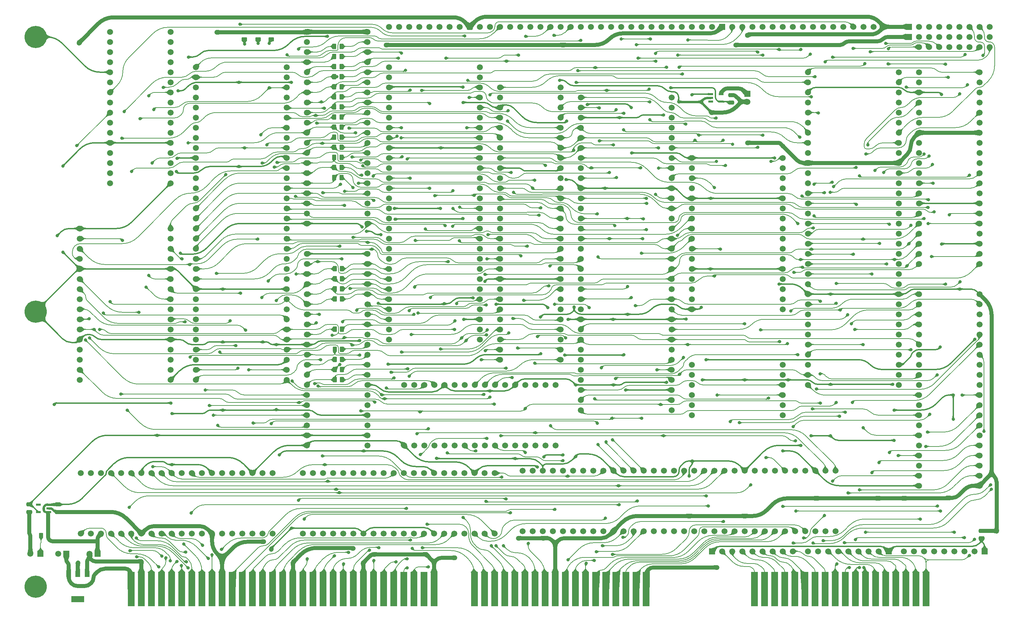
<source format=gtl>
%TF.GenerationSoftware,KiCad,Pcbnew,8.0.4*%
%TF.CreationDate,2024-08-10T12:49:49+02:00*%
%TF.ProjectId,Processor Board,50726f63-6573-4736-9f72-20426f617264,rev?*%
%TF.SameCoordinates,PX10f6c60PY1360f00*%
%TF.FileFunction,Copper,L1,Top*%
%TF.FilePolarity,Positive*%
%FSLAX46Y46*%
G04 Gerber Fmt 4.6, Leading zero omitted, Abs format (unit mm)*
G04 Created by KiCad (PCBNEW 8.0.4) date 2024-08-10 12:49:49*
%MOMM*%
%LPD*%
G01*
G04 APERTURE LIST*
G04 Aperture macros list*
%AMRoundRect*
0 Rectangle with rounded corners*
0 $1 Rounding radius*
0 $2 $3 $4 $5 $6 $7 $8 $9 X,Y pos of 4 corners*
0 Add a 4 corners polygon primitive as box body*
4,1,4,$2,$3,$4,$5,$6,$7,$8,$9,$2,$3,0*
0 Add four circle primitives for the rounded corners*
1,1,$1+$1,$2,$3*
1,1,$1+$1,$4,$5*
1,1,$1+$1,$6,$7*
1,1,$1+$1,$8,$9*
0 Add four rect primitives between the rounded corners*
20,1,$1+$1,$2,$3,$4,$5,0*
20,1,$1+$1,$4,$5,$6,$7,0*
20,1,$1+$1,$6,$7,$8,$9,0*
20,1,$1+$1,$8,$9,$2,$3,0*%
G04 Aperture macros list end*
%TA.AperFunction,SMDPad,CuDef*%
%ADD10RoundRect,0.250000X-0.262500X-0.450000X0.262500X-0.450000X0.262500X0.450000X-0.262500X0.450000X0*%
%TD*%
%TA.AperFunction,ComponentPad*%
%ADD11C,1.500000*%
%TD*%
%TA.AperFunction,SMDPad,CuDef*%
%ADD12R,1.200000X1.500000*%
%TD*%
%TA.AperFunction,SMDPad,CuDef*%
%ADD13R,3.300000X1.500000*%
%TD*%
%TA.AperFunction,SMDPad,CuDef*%
%ADD14R,1.150000X0.600000*%
%TD*%
%TA.AperFunction,ConnectorPad*%
%ADD15R,1.780000X8.620000*%
%TD*%
%TA.AperFunction,SMDPad,CuDef*%
%ADD16RoundRect,0.250000X-0.475000X0.250000X-0.475000X-0.250000X0.475000X-0.250000X0.475000X0.250000X0*%
%TD*%
%TA.AperFunction,ComponentPad*%
%ADD17RoundRect,0.262467X-0.537533X-0.537533X0.537533X-0.537533X0.537533X0.537533X-0.537533X0.537533X0*%
%TD*%
%TA.AperFunction,ComponentPad*%
%ADD18R,1.600000X1.600000*%
%TD*%
%TA.AperFunction,SMDPad,CuDef*%
%ADD19RoundRect,0.250000X0.450000X-0.262500X0.450000X0.262500X-0.450000X0.262500X-0.450000X-0.262500X0*%
%TD*%
%TA.AperFunction,ComponentPad*%
%ADD20R,1.500000X1.500000*%
%TD*%
%TA.AperFunction,ComponentPad*%
%ADD21RoundRect,0.400000X-0.400000X-0.400000X0.400000X-0.400000X0.400000X0.400000X-0.400000X0.400000X0*%
%TD*%
%TA.AperFunction,ComponentPad*%
%ADD22C,5.600000*%
%TD*%
%TA.AperFunction,SMDPad,CuDef*%
%ADD23RoundRect,0.250000X0.475000X-0.250000X0.475000X0.250000X-0.475000X0.250000X-0.475000X-0.250000X0*%
%TD*%
%TA.AperFunction,ViaPad*%
%ADD24C,0.800000*%
%TD*%
%TA.AperFunction,ViaPad*%
%ADD25C,1.200000*%
%TD*%
%TA.AperFunction,ViaPad*%
%ADD26C,1.300000*%
%TD*%
%TA.AperFunction,Conductor*%
%ADD27C,0.380000*%
%TD*%
%TA.AperFunction,Conductor*%
%ADD28C,1.000000*%
%TD*%
%TA.AperFunction,Conductor*%
%ADD29C,0.600000*%
%TD*%
%TA.AperFunction,Conductor*%
%ADD30C,0.200000*%
%TD*%
G04 APERTURE END LIST*
D10*
%TO.P,R20,1*%
%TO.N,/A11*%
X75137000Y-30343000D03*
%TO.P,R20,2*%
%TO.N,/SA11*%
X76962000Y-30343000D03*
%TD*%
D11*
%TO.P,B10,1,5V*%
%TO.N,/5V*%
X18772500Y1270000D03*
%TO.P,B10,2,~{Reset}*%
%TO.N,~{Reset}*%
X18772500Y-1270000D03*
%TO.P,B10,3,~{RD}*%
%TO.N,/~{RD}*%
X18772500Y-3810000D03*
%TO.P,B10,4,~{WD}*%
%TO.N,/~{WD}*%
X18772500Y-6350000D03*
%TO.P,B10,5,GND*%
%TO.N,GND*%
X18772500Y-8890000D03*
%TO.P,B10,6,CLK*%
%TO.N,/CLK*%
X18772500Y-11430000D03*
%TO.P,B10,7,~{NMI_Rate_Select}*%
%TO.N,/~{Timer Speed Select}*%
X18772500Y-13970000D03*
%TO.P,B10,8,D0*%
%TO.N,/D0*%
X18772500Y-16510000D03*
%TO.P,B10,9,D1*%
%TO.N,/D1*%
X18772500Y-19050000D03*
%TO.P,B10,10,D2*%
%TO.N,/D2*%
X18772500Y-21590000D03*
%TO.P,B10,11,D3*%
%TO.N,/D3*%
X18772500Y-24130000D03*
%TO.P,B10,12,GND*%
%TO.N,GND*%
X18772500Y-26670000D03*
%TO.P,B10,13,D4*%
%TO.N,/D4*%
X18772500Y-29210000D03*
%TO.P,B10,14,D5*%
%TO.N,/D5*%
X18772500Y-31750000D03*
%TO.P,B10,15,D6*%
%TO.N,/D6*%
X18772500Y-34290000D03*
%TO.P,B10,16,D7*%
%TO.N,/D7*%
X18772500Y-36830000D03*
%TO.P,B10,17,5V*%
%TO.N,/5V*%
X34012500Y-36830000D03*
%TO.P,B10,18,~{Hold}*%
%TO.N,Native Latch*%
X34012500Y-34290000D03*
%TO.P,B10,19,N.C.*%
%TO.N,unconnected-(B10-N.C.-Pad19)*%
X34012500Y-31750000D03*
%TO.P,B10,20,N.C.*%
%TO.N,unconnected-(B10-N.C.-Pad20)*%
X34012500Y-29210000D03*
%TO.P,B10,21,GND*%
%TO.N,GND*%
X34012500Y-26670000D03*
%TO.P,B10,22,N.C.*%
%TO.N,unconnected-(B10-N.C.-Pad22)*%
X34012500Y-24130000D03*
%TO.P,B10,23,N.C.*%
%TO.N,unconnected-(B10-N.C.-Pad23)*%
X34012500Y-21590000D03*
%TO.P,B10,24,N.C.*%
%TO.N,unconnected-(B10-N.C.-Pad24)*%
X34012500Y-19050000D03*
%TO.P,B10,25,N.C.*%
%TO.N,unconnected-(B10-N.C.-Pad25)*%
X34012500Y-16510000D03*
%TO.P,B10,26,~{Set_Timer}*%
%TO.N,/~{Timer}*%
X34012500Y-13970000D03*
%TO.P,B10,27,N.C.*%
%TO.N,unconnected-(B10-N.C.-Pad27)*%
X34012500Y-11430000D03*
%TO.P,B10,28,GND*%
%TO.N,GND*%
X34012500Y-8890000D03*
%TO.P,B10,29,N.C.*%
%TO.N,unconnected-(B10-N.C.-Pad29)*%
X34012500Y-6350000D03*
%TO.P,B10,30,N.C.*%
%TO.N,unconnected-(B10-N.C.-Pad30)*%
X34012500Y-3810000D03*
%TO.P,B10,31,N.C.*%
%TO.N,unconnected-(B10-N.C.-Pad31)*%
X34012500Y-1270000D03*
%TO.P,B10,32,N.C.*%
%TO.N,unconnected-(B10-N.C.-Pad32)*%
X34012500Y1270000D03*
%TD*%
D12*
%TO.P,IC3,1,GND*%
%TO.N,GND*%
X12960000Y-135230000D03*
%TO.P,IC3,2,5.0VOut*%
%TO.N,/5V*%
X10660000Y-135230000D03*
%TO.P,IC3,3,15VIn*%
%TO.N,12V*%
X8360000Y-135230000D03*
D13*
%TO.P,IC3,4,N.C*%
%TO.N,unconnected-(IC3-N.C-Pad4)*%
X10660000Y-141630000D03*
%TD*%
D14*
%TO.P,IC1,1,~{SHDN}*%
%TO.N,/5V*%
X169896000Y-14417000D03*
%TO.P,IC1,2,GND*%
%TO.N,GND*%
X169896000Y-15367000D03*
%TO.P,IC1,3,Bypass*%
%TO.N,unconnected-(IC1-Bypass-Pad3)*%
X169896000Y-16317000D03*
%TO.P,IC1,4,5.0VOut*%
%TO.N,/W65C816V*%
X172496000Y-16317000D03*
%TO.P,IC1,5,14VIn*%
%TO.N,12V*%
X172496000Y-14417000D03*
%TD*%
D15*
%TO.P,J1,1,1*%
%TO.N,~{Interrupt}_{Device}1*%
X180858248Y-139065000D03*
%TO.P,J1,3,3*%
%TO.N,~{Interrupt}_{Device}2*%
X183398248Y-139065000D03*
%TO.P,J1,5,5*%
%TO.N,~{Interrupt}_{Device}3*%
X185938248Y-139065000D03*
%TO.P,J1,7,7*%
%TO.N,~{Interrupt}_{Device}4*%
X188478248Y-139065000D03*
%TO.P,J1,9,9*%
%TO.N,~{Interrupt}_{Device}5*%
X191018248Y-139065000D03*
%TO.P,J1,11,11*%
%TO.N,~{Interrupt}_{Device}6*%
X193558248Y-139065000D03*
%TO.P,J1,13,13*%
%TO.N,~{Interrupt}_{Device}7*%
X196098248Y-139065000D03*
%TO.P,J1,15,15*%
%TO.N,~{Interrupt}_{Device}16*%
X198638248Y-139065000D03*
%TO.P,J1,17,17*%
%TO.N,~{Interrupt}_{Device}17*%
X201178248Y-139065000D03*
%TO.P,J1,19,19*%
%TO.N,~{Interrupt}_{Device}18*%
X203718248Y-139065000D03*
%TO.P,J1,21,21*%
%TO.N,~{Interrupt}_{Device}19*%
X206258248Y-139065000D03*
%TO.P,J1,23,23*%
%TO.N,GND*%
X208798248Y-139065000D03*
%TO.P,J1,25,25*%
%TO.N,~{Enable}_{Device}19*%
X211338248Y-139065000D03*
%TO.P,J1,27,27*%
%TO.N,~{Enable}_{Device}18*%
X213878248Y-139065000D03*
%TO.P,J1,29,29*%
%TO.N,~{Enable}_{Device}17*%
X216418248Y-139065000D03*
%TO.P,J1,31,31*%
%TO.N,~{Enable}_{Device}16*%
X218958248Y-139065000D03*
%TO.P,J1,33,33*%
%TO.N,~{Enable}_{Device}7*%
X221498248Y-139065000D03*
%TO.P,J1,35,35*%
%TO.N,~{Enable}_{Device}6*%
X224038248Y-139065000D03*
%TD*%
D16*
%TO.P,C1,1*%
%TO.N,/5V*%
X5669000Y-117737000D03*
%TO.P,C1,2*%
%TO.N,GND*%
X5669000Y-119637000D03*
%TD*%
D17*
%TO.P,B18,1,12V*%
%TO.N,12V*%
X219710000Y2540000D03*
D11*
%TO.P,B18,2,OP7*%
%TO.N,/OP7*%
X222250000Y2540000D03*
%TO.P,B18,3,OP6*%
%TO.N,/OP6*%
X224790000Y2540000D03*
%TO.P,B18,4,OP5*%
%TO.N,/OP5*%
X227330000Y2540000D03*
%TO.P,B18,5,OP4*%
%TO.N,/OP4*%
X229870000Y2540000D03*
%TO.P,B18,6,OP3*%
%TO.N,/OP3*%
X232410000Y2540000D03*
%TO.P,B18,7,OP2*%
%TO.N,/OP2*%
X234950000Y2540000D03*
%TO.P,B18,8,OP1*%
%TO.N,/OP1*%
X237490000Y2540000D03*
%TO.P,B18,9,OP0*%
%TO.N,/OP0*%
X240030000Y2540000D03*
D18*
%TO.P,B18,10,GND*%
%TO.N,GND*%
X219710000Y0D03*
D11*
%TO.P,B18,11,IC15*%
%TO.N,/IC15*%
X222250000Y0D03*
%TO.P,B18,12,IC14*%
%TO.N,/IC14*%
X224790000Y0D03*
%TO.P,B18,13,IC13*%
%TO.N,/IC13*%
X227330000Y0D03*
%TO.P,B18,14,IC12*%
%TO.N,/IC12*%
X229870000Y0D03*
%TO.P,B18,15,IC11*%
%TO.N,/IC11*%
X232410000Y0D03*
%TO.P,B18,16,IC10*%
%TO.N,/IC10*%
X234950000Y0D03*
%TO.P,B18,17,IC9*%
%TO.N,/IC9*%
X237490000Y0D03*
%TO.P,B18,18,IC8*%
%TO.N,/IC8*%
X240030000Y0D03*
%TO.P,B18,19,IC7*%
%TO.N,/IC7*%
X222250000Y-2540000D03*
%TO.P,B18,20,IC6*%
%TO.N,/IC6*%
X224790000Y-2540000D03*
%TO.P,B18,21,IC5*%
%TO.N,/IC5*%
X227329999Y-2540000D03*
%TO.P,B18,22,IC4*%
%TO.N,/IC4*%
X229870000Y-2540000D03*
%TO.P,B18,23,IC3*%
%TO.N,/IC3*%
X232410000Y-2540000D03*
%TO.P,B18,24,IC2*%
%TO.N,/IC2*%
X234950000Y-2540000D03*
%TO.P,B18,25,IC1*%
%TO.N,/IC1*%
X237490000Y-2540000D03*
%TO.P,B18,26,IC0*%
%TO.N,/IC0*%
X240030001Y-2540000D03*
%TD*%
D19*
%TO.P,R7,1*%
%TO.N,/RTI*%
X55997000Y-658500D03*
%TO.P,R7,2*%
%TO.N,GND*%
X55997000Y1166500D03*
%TD*%
D11*
%TO.P,B5,1,~{Special__{CS}11}*%
%TO.N,/~{Clear Counter}*%
X116840000Y-12700000D03*
%TO.P,B5,2,~{Special__{CS}10}*%
%TO.N,unconnected-(B5-~{Special__{CS}10}-Pad2)*%
X116840000Y-15240000D03*
%TO.P,B5,3,5V*%
%TO.N,/5V*%
X116840000Y-17780000D03*
%TO.P,B5,4,~{Special__{CS}9}*%
%TO.N,/~{Interrupt Depth}*%
X116840000Y-20320000D03*
%TO.P,B5,5,~{Special__{CS}8}*%
%TO.N,/~{User Program}*%
X116840000Y-22860000D03*
%TO.P,B5,6,~{Special__{CS}7}*%
%TO.N,/~{NMI State}*%
X116840000Y-25400000D03*
%TO.P,B5,7,~{Special__{CS}6}*%
%TO.N,/~{Timer Speed Select}*%
X116840000Y-27940000D03*
%TO.P,B5,8,~{Special__{CS}5}*%
%TO.N,/~{Device Reset{slash}Enable}_{ 16..19}*%
X116840000Y-30480000D03*
%TO.P,B5,9,GND*%
%TO.N,GND*%
X116840000Y-33020000D03*
%TO.P,B5,10,~{Special__{CS}4}*%
%TO.N,unconnected-(B5-~{Special__{CS}4}-Pad10)*%
X116840000Y-35560000D03*
%TO.P,B5,11,~{Special__{CS}3}*%
%TO.N,/~{Device Reset{slash}Enable}_{ 1..7}*%
X116840000Y-38100000D03*
%TO.P,B5,12,~{Special__{CS}2}*%
%TO.N,/~{Device Interrupt}_{ 16..19}*%
X116840000Y-40640000D03*
%TO.P,B5,13,~{Special__{CS}1}*%
%TO.N,unconnected-(B5-~{Special__{CS}1}-Pad13)*%
X116840000Y-43180000D03*
%TO.P,B5,14,~{Special__{CS}0}*%
%TO.N,/~{Device Interrupt}_{ 1..7}*%
X116840000Y-45720000D03*
%TO.P,B5,15,~{Device__{CS}19}*%
%TO.N,~{Select}_{Device}19*%
X116840000Y-48260000D03*
%TO.P,B5,16,~{Device__{CS}18}*%
%TO.N,~{Select}_{Device}18*%
X116840000Y-50800000D03*
%TO.P,B5,17,~{Device__{CS}17}*%
%TO.N,~{Select}_{Device}17*%
X116840000Y-53340000D03*
%TO.P,B5,18,~{Device__{CS}16}*%
%TO.N,~{Select}_{Device}16*%
X116840000Y-55880000D03*
%TO.P,B5,19,~{Device__{CS}7}*%
%TO.N,~{Select}_{Device}7*%
X116840000Y-58420000D03*
%TO.P,B5,20,GND*%
%TO.N,GND*%
X116840000Y-60960000D03*
%TO.P,B5,21,~{Device__{CS}6}*%
%TO.N,~{Select}_{Device}6*%
X116840000Y-63500000D03*
%TO.P,B5,22,~{Device__{CS}5}*%
%TO.N,~{Select}_{Device}5*%
X116840000Y-66040000D03*
%TO.P,B5,23,~{Device__{CS}4}*%
%TO.N,~{Select}_{Device}4*%
X116840000Y-68580000D03*
%TO.P,B5,24,~{Device__{CS}3}*%
%TO.N,~{Select}_{Device}3*%
X116840000Y-71120000D03*
%TO.P,B5,25,~{Device__{CS}2}*%
%TO.N,~{Select}_{Device}2*%
X116840000Y-73660000D03*
%TO.P,B5,26,~{Reset}*%
%TO.N,~{Reset}*%
X116840000Y-76200000D03*
%TO.P,B5,27,~{Device__{CS}1}*%
%TO.N,~{Select}_{Device}1*%
X116840000Y-78740000D03*
%TO.P,B5,28,~{Special}*%
%TO.N,/~{Special}*%
X116840000Y-81280000D03*
%TO.P,B5,29,~{Device}*%
%TO.N,~{Device}*%
X132080000Y-81280000D03*
%TO.P,B5,30,Native_Latch*%
%TO.N,Native Latch*%
X132080000Y-78740000D03*
%TO.P,B5,31,5V*%
%TO.N,/5V*%
X132080000Y-76200000D03*
%TO.P,B5,32,~{RAM_{CS}}*%
%TO.N,/~{RAM_{CS}}*%
X132080000Y-73660000D03*
%TO.P,B5,33,~{ROM_{CS}}*%
%TO.N,/~{ROM_{CS}}*%
X132080000Y-71120000D03*
%TO.P,B5,34,~{Device_Group_32K}*%
%TO.N,unconnected-(B5-~{Device_Group_32K}-Pad34)*%
X132080000Y-68580000D03*
%TO.P,B5,35,~{Device_Group_128K}*%
%TO.N,unconnected-(B5-~{Device_Group_128K}-Pad35)*%
X132080000Y-66040000D03*
%TO.P,B5,36,~{Other}*%
%TO.N,~{Main}*%
X132080000Y-63500000D03*
%TO.P,B5,37,GND*%
%TO.N,GND*%
X132080000Y-60960000D03*
%TO.P,B5,38,Kernal_Mode*%
%TO.N,/3.3V*%
X132080000Y-58420000D03*
%TO.P,B5,39,A23*%
%TO.N,/BA7*%
X132080000Y-55880000D03*
%TO.P,B5,40,A22*%
%TO.N,/BA6*%
X132080000Y-53340000D03*
%TO.P,B5,41,A21*%
%TO.N,/BA5*%
X132080000Y-50800000D03*
%TO.P,B5,42,A20*%
%TO.N,/BA4*%
X132080000Y-48260000D03*
%TO.P,B5,43,A19*%
%TO.N,/BA3*%
X132080000Y-45720000D03*
%TO.P,B5,44,A18*%
%TO.N,/BA2*%
X132080000Y-43180000D03*
%TO.P,B5,45,A17*%
%TO.N,/BA1*%
X132080000Y-40640000D03*
%TO.P,B5,46,A16*%
%TO.N,/BA0*%
X132080000Y-38100000D03*
%TO.P,B5,47,A15*%
%TO.N,/A15*%
X132080000Y-35560000D03*
%TO.P,B5,48,GND*%
%TO.N,GND*%
X132080000Y-33020000D03*
%TO.P,B5,49,A3*%
%TO.N,/A3*%
X132080000Y-30480000D03*
%TO.P,B5,50,A2*%
%TO.N,/A2*%
X132080000Y-27940000D03*
%TO.P,B5,51,A1*%
%TO.N,/A1*%
X132080000Y-25400000D03*
%TO.P,B5,52,A0*%
%TO.N,/A0*%
X132080000Y-22860000D03*
%TO.P,B5,53,~{Special__{CS}12}*%
%TO.N,/~{Count Access}_{0}*%
X132080000Y-20320000D03*
%TO.P,B5,54,~{Special__{CS}13}*%
%TO.N,/~{Count Access}_{1}*%
X132080000Y-17780000D03*
%TO.P,B5,55,~{Special__{CS}14}*%
%TO.N,/~{Count Access}_{2}*%
X132080000Y-15240000D03*
%TO.P,B5,56,~{Special__{CS}15}*%
%TO.N,/~{Count Access}_{3}*%
X132080000Y-12700000D03*
%TD*%
%TO.P,B3,1,~{Reset}_1*%
%TO.N,~{Reset}_{Device}1*%
X222250000Y-8890000D03*
%TO.P,B3,2,~{Reset}_2*%
%TO.N,~{Reset}_{Device}2*%
X222250000Y-11430000D03*
%TO.P,B3,3,5V*%
%TO.N,/5V*%
X222250000Y-13970000D03*
%TO.P,B3,4,~{Reset}_3*%
%TO.N,~{Reset}_{Device}3*%
X222250000Y-16510000D03*
%TO.P,B3,5,~{Reset}_8*%
%TO.N,unconnected-(B3-~{Reset}_8-Pad5)*%
X222250000Y-19050000D03*
%TO.P,B3,6,~{Reset}_9*%
%TO.N,unconnected-(B3-~{Reset}_9-Pad6)*%
X222250000Y-21590000D03*
%TO.P,B3,7,GND*%
%TO.N,GND*%
X222250000Y-24130000D03*
%TO.P,B3,8,~{Reset}_10*%
%TO.N,unconnected-(B3-~{Reset}_10-Pad8)*%
X222250000Y-26670000D03*
%TO.P,B3,9,~{Reset}_11*%
%TO.N,unconnected-(B3-~{Reset}_11-Pad9)*%
X222250000Y-29210000D03*
%TO.P,B3,10,N.C.*%
%TO.N,unconnected-(B3-N.C.-Pad10)*%
X222250000Y-31750000D03*
%TO.P,B3,11,D0*%
%TO.N,/D0*%
X222250000Y-34290000D03*
%TO.P,B3,12,D1*%
%TO.N,/D1*%
X222250000Y-36830000D03*
%TO.P,B3,13,D2*%
%TO.N,/D2*%
X222250000Y-39370000D03*
%TO.P,B3,14,GND*%
%TO.N,GND*%
X222250000Y-41910000D03*
%TO.P,B3,15,D3*%
%TO.N,/D3*%
X222250000Y-44450000D03*
%TO.P,B3,16,D4*%
%TO.N,/D4*%
X222250000Y-46990000D03*
%TO.P,B3,17,D5*%
%TO.N,/D5*%
X222250000Y-49530000D03*
%TO.P,B3,18,D6*%
%TO.N,/D6*%
X222250000Y-52070000D03*
%TO.P,B3,19,D7*%
%TO.N,/D7*%
X222250000Y-54610000D03*
%TO.P,B3,20,~{WD}*%
%TO.N,/~{WD}*%
X222250000Y-57150000D03*
%TO.P,B3,21,~{CLK}*%
%TO.N,/CLK*%
X237490000Y-57150000D03*
%TO.P,B3,22,~{Enables}_16..19*%
%TO.N,/~{Device Reset{slash}Enable}_{ 16..19}*%
X237490000Y-54610000D03*
%TO.P,B3,23,5V*%
%TO.N,/5V*%
X237490000Y-52070000D03*
%TO.P,B3,24,~{Enables}_8..15*%
%TO.N,/3.3V*%
X237490000Y-49530000D03*
%TO.P,B3,25,~{Enables}_1..7*%
%TO.N,/~{Device Reset{slash}Enable}_{ 1..7}*%
X237490000Y-46990000D03*
%TO.P,B3,26,~{Reset}_19*%
%TO.N,~{Reset}_{Device}19*%
X237490000Y-44450000D03*
%TO.P,B3,27,GND*%
%TO.N,GND*%
X237490000Y-41910000D03*
%TO.P,B3,28,~{Reset}_18*%
%TO.N,~{Reset}_{Device}18*%
X237490000Y-39370000D03*
%TO.P,B3,29,~{Reset}_17*%
%TO.N,~{Reset}_{Device}17*%
X237490000Y-36830000D03*
%TO.P,B3,30,~{Reset}_16*%
%TO.N,~{Reset}_{Device}16*%
X237490000Y-34290000D03*
%TO.P,B3,31,~{Reset}_12*%
%TO.N,unconnected-(B3-~{Reset}_12-Pad31)*%
X237490000Y-31750000D03*
%TO.P,B3,32,~{Reset}_13*%
%TO.N,unconnected-(B3-~{Reset}_13-Pad32)*%
X237490000Y-29210000D03*
%TO.P,B3,33,~{Reset}_14*%
%TO.N,unconnected-(B3-~{Reset}_14-Pad33)*%
X237490000Y-26670000D03*
%TO.P,B3,34,GND*%
%TO.N,GND*%
X237490000Y-24130000D03*
%TO.P,B3,35,~{Reset}_15*%
%TO.N,unconnected-(B3-~{Reset}_15-Pad35)*%
X237490000Y-21590000D03*
%TO.P,B3,36,~{Reset}_4*%
%TO.N,~{Reset}_{Device}4*%
X237490000Y-19050000D03*
%TO.P,B3,37,~{Reset}_5*%
%TO.N,~{Reset}_{Device}5*%
X237490000Y-16510000D03*
%TO.P,B3,38,~{Reset}_6*%
%TO.N,~{Reset}_{Device}6*%
X237490000Y-13970000D03*
%TO.P,B3,39,~{Reset}_7*%
%TO.N,~{Reset}_{Device}7*%
X237490000Y-11430000D03*
%TO.P,B3,40,~{Reset}*%
%TO.N,~{Reset}*%
X237490000Y-8890000D03*
%TD*%
D19*
%TO.P,R6,1*%
%TO.N,/Enter Interrupt*%
X59299000Y-658500D03*
%TO.P,R6,2*%
%TO.N,GND*%
X59299000Y1166500D03*
%TD*%
D11*
%TO.P,B9,1,A15_{IN}*%
%TO.N,/A15*%
X59682000Y-109855000D03*
%TO.P,B9,2,A14_{IN}*%
%TO.N,/A14*%
X57142000Y-109855000D03*
%TO.P,B9,3,5V*%
%TO.N,/5V*%
X54602000Y-109855000D03*
%TO.P,B9,4,A13_{IN}*%
%TO.N,/A13*%
X52062000Y-109855000D03*
%TO.P,B9,5,A12_{IN}*%
%TO.N,/A12*%
X49522000Y-109855000D03*
%TO.P,B9,6,A11_{IN}*%
%TO.N,/A11*%
X46982000Y-109855000D03*
%TO.P,B9,7,GND*%
%TO.N,GND*%
X44442000Y-109855000D03*
%TO.P,B9,8,A10_{IN}*%
%TO.N,/A10*%
X41902000Y-109855000D03*
%TO.P,B9,9,A9_{IN}*%
%TO.N,/A9*%
X39362000Y-109855000D03*
%TO.P,B9,10,A8_{IN}*%
%TO.N,/A8*%
X36822000Y-109855000D03*
%TO.P,B9,11,Device_~{CS}*%
%TO.N,~{Device}*%
X34282000Y-109855000D03*
%TO.P,B9,12,A7_{IN}*%
%TO.N,/A7*%
X31742000Y-109855000D03*
%TO.P,B9,13,A6_{IN}*%
%TO.N,/A6*%
X29202000Y-109855000D03*
%TO.P,B9,14,GND*%
%TO.N,GND*%
X26662000Y-109855000D03*
%TO.P,B9,15,A5_{IN}*%
%TO.N,/A5*%
X24122000Y-109855000D03*
%TO.P,B9,16,A4_{IN}*%
%TO.N,/A4*%
X21582000Y-109855000D03*
%TO.P,B9,17,A3_{IN}*%
%TO.N,/A3*%
X19042000Y-109855000D03*
%TO.P,B9,18,A2_{IN}*%
%TO.N,/A2*%
X16502000Y-109855000D03*
%TO.P,B9,19,A1_{IN}*%
%TO.N,/A1*%
X13962000Y-109855000D03*
%TO.P,B9,20,A0_{IN}*%
%TO.N,/A0*%
X11422000Y-109855000D03*
%TO.P,B9,21,A0*%
%TO.N,A0_{D}*%
X11422000Y-125095000D03*
%TO.P,B9,22,A1*%
%TO.N,A1_{D}*%
X13962000Y-125095000D03*
%TO.P,B9,23,5V*%
%TO.N,/5V*%
X16502000Y-125095000D03*
%TO.P,B9,24,A2*%
%TO.N,A2_{D}*%
X19042000Y-125095000D03*
%TO.P,B9,25,A3*%
%TO.N,A3_{D}*%
X21582000Y-125095000D03*
%TO.P,B9,26,A4*%
%TO.N,A4_{D}*%
X24122000Y-125095000D03*
%TO.P,B9,27,GND*%
%TO.N,GND*%
X26662000Y-125095000D03*
%TO.P,B9,28,A5*%
%TO.N,A5_{D}*%
X29202000Y-125095000D03*
%TO.P,B9,29,A6*%
%TO.N,A6_{D}*%
X31742000Y-125095000D03*
%TO.P,B9,30,A7*%
%TO.N,A7_{D}*%
X34282000Y-125095000D03*
%TO.P,B9,31,N.C.*%
%TO.N,unconnected-(B9-N.C.-Pad31)*%
X36822000Y-125095000D03*
%TO.P,B9,32,A8*%
%TO.N,A8_{D}*%
X39362000Y-125095000D03*
%TO.P,B9,33,A9*%
%TO.N,A9_{D}*%
X41902000Y-125095000D03*
%TO.P,B9,34,GND*%
%TO.N,GND*%
X44442000Y-125095000D03*
%TO.P,B9,35,A10*%
%TO.N,A10_{D}*%
X46982000Y-125095000D03*
%TO.P,B9,36,A11*%
%TO.N,A11_{D}*%
X49522000Y-125095000D03*
%TO.P,B9,37,A12*%
%TO.N,A12_{D}*%
X52062000Y-125095000D03*
%TO.P,B9,38,A13*%
%TO.N,A13_{D}*%
X54602000Y-125095000D03*
%TO.P,B9,39,A14*%
%TO.N,A14_{D}*%
X57142000Y-125095000D03*
%TO.P,B9,40,A15*%
%TO.N,A15_{D}*%
X59682000Y-125095000D03*
%TD*%
%TO.P,B11,1,5V*%
%TO.N,/5V*%
X11152500Y-48260000D03*
%TO.P,B11,2,~{Reset}*%
%TO.N,~{Reset}*%
X11152500Y-50800000D03*
%TO.P,B11,3,~{RD}*%
%TO.N,/~{RD}*%
X11152500Y-53340000D03*
%TO.P,B11,4,~{WD}*%
%TO.N,/~{WD}*%
X11152500Y-55880000D03*
%TO.P,B11,5,GND*%
%TO.N,GND*%
X11152500Y-58420000D03*
%TO.P,B11,6,MPU1*%
%TO.N,MPU1*%
X11152500Y-60960000D03*
%TO.P,B11,7,MPU0*%
%TO.N,MPU0*%
X11152500Y-63500000D03*
%TO.P,B11,8,D0*%
%TO.N,/D0*%
X11152500Y-66040000D03*
%TO.P,B11,9,D1*%
%TO.N,/D1*%
X11152500Y-68580000D03*
%TO.P,B11,10,D2*%
%TO.N,/D2*%
X11152500Y-71120000D03*
%TO.P,B11,11,D3*%
%TO.N,/D3*%
X11152500Y-73660000D03*
%TO.P,B11,12,GND*%
%TO.N,GND*%
X11152500Y-76200000D03*
%TO.P,B11,13,D4*%
%TO.N,/D4*%
X11152500Y-78740000D03*
%TO.P,B11,14,D5*%
%TO.N,/D5*%
X11152500Y-81280000D03*
%TO.P,B11,15,D6*%
%TO.N,/D6*%
X11152500Y-83820000D03*
%TO.P,B11,16,D7*%
%TO.N,/D7*%
X11152500Y-86360000D03*
%TO.P,B11,17,5V*%
%TO.N,/5V*%
X34012500Y-86360000D03*
%TO.P,B11,18,Timer*%
%TO.N,unconnected-(B11-Timer-Pad18)*%
X34012500Y-83820000D03*
%TO.P,B11,19,Break_3*%
%TO.N,unconnected-(B11-Break_3-Pad19)*%
X34012500Y-81280000D03*
%TO.P,B11,20,Break_2*%
%TO.N,unconnected-(B11-Break_2-Pad20)*%
X34012500Y-78740000D03*
%TO.P,B11,21,GND*%
%TO.N,GND*%
X34012500Y-76200000D03*
%TO.P,B11,22,Break_1*%
%TO.N,unconnected-(B11-Break_1-Pad22)*%
X34012500Y-73660000D03*
%TO.P,B11,23,~{NMI_State}*%
%TO.N,/~{NMI State}*%
X34012500Y-71120000D03*
%TO.P,B11,24,NMI_Enabled*%
%TO.N,unconnected-(B11-NMI_Enabled-Pad24)*%
X34012500Y-68580000D03*
%TO.P,B11,25,~{Set_Timer}*%
%TO.N,/~{Timer}*%
X34012500Y-66040000D03*
%TO.P,B11,26,Set_Enable_NMI*%
%TO.N,/RTI*%
X34012500Y-63500000D03*
%TO.P,B11,27,Set_Disable_NMI*%
%TO.N,/Enter Interrupt*%
X34012500Y-60960000D03*
%TO.P,B11,28,GND*%
%TO.N,GND*%
X34012500Y-58420000D03*
%TO.P,B11,29,~{Set_Break_1}*%
%TO.N,~{NMI}_{1}*%
X34012500Y-55880000D03*
%TO.P,B11,30,~{Set_Break_2}*%
%TO.N,~{NMI}_{2}*%
X34012500Y-53340000D03*
%TO.P,B11,31,~{Set_Break_3}*%
%TO.N,/3.3V*%
X34012500Y-50800000D03*
%TO.P,B11,32,~{NMI}*%
%TO.N,/~{NMI}*%
X34012500Y-48260000D03*
%TD*%
D20*
%TO.P,RN8,1,PC*%
%TO.N,/3.3V*%
X238760000Y-129540000D03*
D11*
%TO.P,RN8,2,R1*%
%TO.N,~{Interrupt}_{Device}17*%
X236220000Y-129540000D03*
%TO.P,RN8,3,R2*%
%TO.N,~{Interrupt}_{Device}18*%
X233680000Y-129540000D03*
%TO.P,RN8,4,R3*%
%TO.N,~{Interrupt}_{Device}19*%
X231140000Y-129540000D03*
%TO.P,RN8,5,R4*%
%TO.N,~{Enable}_{Device}1*%
X228600000Y-129540000D03*
%TO.P,RN8,6,R5*%
%TO.N,~{Enable}_{Device}2*%
X226060000Y-129540000D03*
%TO.P,RN8,7,R6*%
%TO.N,~{Enable}_{Device}3*%
X223520000Y-129540000D03*
%TO.P,RN8,8,R7*%
%TO.N,~{Enable}_{Device}4*%
X220980000Y-129540000D03*
%TO.P,RN8,9,R8*%
%TO.N,~{Enable}_{Device}5*%
X218440000Y-129540000D03*
%TD*%
D19*
%TO.P,R1,1*%
%TO.N,Kernal*%
X52568000Y-658500D03*
%TO.P,R1,2*%
%TO.N,GND*%
X52568000Y1166500D03*
%TD*%
D10*
%TO.P,R19,1*%
%TO.N,/A10*%
X75137000Y-27803000D03*
%TO.P,R19,2*%
%TO.N,/SA10*%
X76962000Y-27803000D03*
%TD*%
%TO.P,R9,1*%
%TO.N,/A0*%
X75137000Y-2403000D03*
%TO.P,R9,2*%
%TO.N,/SA0*%
X76962000Y-2403000D03*
%TD*%
%TO.P,R11,1*%
%TO.N,/A2*%
X75137000Y-7483000D03*
%TO.P,R11,2*%
%TO.N,/SA2*%
X76962000Y-7483000D03*
%TD*%
%TO.P,R22,1*%
%TO.N,/A13*%
X75287500Y-60940000D03*
%TO.P,R22,2*%
%TO.N,/SA13*%
X77112500Y-60940000D03*
%TD*%
%TO.P,R16,1*%
%TO.N,/A7*%
X75137000Y-20183000D03*
%TO.P,R16,2*%
%TO.N,/SA7*%
X76962000Y-20183000D03*
%TD*%
D11*
%TO.P,B13,1,D7*%
%TO.N,/D7*%
X88900000Y2540000D03*
%TO.P,B13,2,D6*%
%TO.N,/D6*%
X91440000Y2540000D03*
%TO.P,B13,3,D5*%
%TO.N,/D5*%
X93980000Y2540000D03*
%TO.P,B13,4,D4*%
%TO.N,/D4*%
X96520000Y2540000D03*
%TO.P,B13,5,D3*%
%TO.N,/D3*%
X99060000Y2540000D03*
%TO.P,B13,6,D2*%
%TO.N,/D2*%
X101600000Y2540000D03*
%TO.P,B13,7,D1*%
%TO.N,/D1*%
X104140000Y2540000D03*
%TO.P,B13,8,D0*%
%TO.N,/D0*%
X106680000Y2540000D03*
D21*
%TO.P,B13,9,12V*%
%TO.N,12V*%
X109220000Y2540000D03*
D11*
%TO.P,B13,10,A23*%
%TO.N,/A23*%
X111760000Y2540000D03*
%TO.P,B13,11,A22*%
%TO.N,/A22*%
X114300000Y2540000D03*
%TO.P,B13,12,A21*%
%TO.N,/A21*%
X116840000Y2540000D03*
%TO.P,B13,13,A20*%
%TO.N,/A20*%
X119380000Y2540000D03*
%TO.P,B13,14,A19*%
%TO.N,/A19*%
X121920000Y2540000D03*
%TO.P,B13,15,A18*%
%TO.N,/A18*%
X124460000Y2540000D03*
%TO.P,B13,16,A17*%
%TO.N,/A17*%
X127000000Y2540000D03*
%TO.P,B13,17,A16*%
%TO.N,/A16*%
X129540000Y2540000D03*
%TO.P,B13,18,A15*%
%TO.N,/A15*%
X132080000Y2540000D03*
%TO.P,B13,19,A14*%
%TO.N,/A14*%
X134620000Y2540000D03*
%TO.P,B13,20,A13*%
%TO.N,/A13*%
X137160000Y2540000D03*
%TO.P,B13,21,A12*%
%TO.N,/A12*%
X139700000Y2540000D03*
%TO.P,B13,22,A11*%
%TO.N,/A11*%
X142240000Y2540000D03*
%TO.P,B13,23,A10*%
%TO.N,/A10*%
X144780000Y2540000D03*
%TO.P,B13,24,A9*%
%TO.N,/A9*%
X147320000Y2540000D03*
%TO.P,B13,25,A8*%
%TO.N,/A8*%
X149860000Y2540000D03*
%TO.P,B13,26,A7*%
%TO.N,/A7*%
X152400000Y2540000D03*
%TO.P,B13,27,A6*%
%TO.N,/A6*%
X154940000Y2540000D03*
%TO.P,B13,28,A5*%
%TO.N,/A5*%
X157480000Y2540000D03*
%TO.P,B13,29,A4*%
%TO.N,/A4*%
X160020000Y2540000D03*
%TO.P,B13,30,A3*%
%TO.N,/A3*%
X162560000Y2540000D03*
%TO.P,B13,31,A2*%
%TO.N,/A2*%
X165100000Y2540000D03*
%TO.P,B13,32,A1*%
%TO.N,/A1*%
X167640000Y2540000D03*
%TO.P,B13,33,A0*%
%TO.N,/A0*%
X170180000Y2540000D03*
D18*
%TO.P,B13,34,GND*%
%TO.N,GND*%
X172720000Y2540000D03*
D11*
%TO.P,B13,35,PHI2*%
%TO.N,/PHI2*%
X175260000Y2540000D03*
%TO.P,B13,36,BE*%
%TO.N,/BE*%
X177800000Y2540000D03*
%TO.P,B13,37,R~{W}*%
%TO.N,/R~{W}*%
X180340000Y2540000D03*
%TO.P,B13,38,E*%
%TO.N,/E*%
X182880000Y2540000D03*
%TO.P,B13,39,M*%
%TO.N,/M*%
X185420000Y2540000D03*
%TO.P,B13,40,VDA*%
%TO.N,/VDA*%
X187960000Y2540000D03*
%TO.P,B13,41,~{RES}*%
%TO.N,~{Reset}*%
X190500000Y2540000D03*
%TO.P,B13,42,~{VP}*%
%TO.N,/~{VP}*%
X193040000Y2540000D03*
%TO.P,B13,43,RDY*%
%TO.N,/RDY*%
X195580000Y2540000D03*
%TO.P,B13,44,~{ABORT}*%
%TO.N,~{ABORT}*%
X198120000Y2540000D03*
%TO.P,B13,45,~{IRQ}*%
%TO.N,/~{IRQ}*%
X200660000Y2540000D03*
%TO.P,B13,46,~{ML}*%
%TO.N,/~{ML}*%
X203200000Y2540000D03*
%TO.P,B13,47,~{NMI}*%
%TO.N,/~{NMI}*%
X205740000Y2540000D03*
%TO.P,B13,48,VPA*%
%TO.N,/VPA*%
X208280000Y2540000D03*
%TO.P,B13,49,X*%
%TO.N,/X*%
X210820000Y2540000D03*
%TD*%
%TO.P,B14,1,~{E}*%
%TO.N,GND*%
X68302500Y1270000D03*
%TO.P,B14,2,S*%
%TO.N,/~{CLK}*%
X68302500Y-1270000D03*
%TO.P,B14,3,A11*%
%TO.N,/A0*%
X68302500Y-3810000D03*
%TO.P,B14,4,A10*%
%TO.N,/A1*%
X68302500Y-6350000D03*
%TO.P,B14,5,A9*%
%TO.N,/A2*%
X68302500Y-8890000D03*
%TO.P,B14,6,A8*%
%TO.N,/A3*%
X68302500Y-11430000D03*
%TO.P,B14,7,A7*%
%TO.N,/A4*%
X68302500Y-13970000D03*
%TO.P,B14,8,A6*%
%TO.N,/A5*%
X68302500Y-16510000D03*
%TO.P,B14,9,A5*%
%TO.N,/A6*%
X68302500Y-19050000D03*
%TO.P,B14,10,A4*%
%TO.N,/A7*%
X68302500Y-21590000D03*
%TO.P,B14,11,A3*%
%TO.N,/A8*%
X68302500Y-24130000D03*
%TO.P,B14,12,A2*%
%TO.N,/A9*%
X68302500Y-26670000D03*
%TO.P,B14,13,A1*%
%TO.N,/A10*%
X68302500Y-29210000D03*
%TO.P,B14,14,A0*%
%TO.N,/A11*%
X68302500Y-31750000D03*
%TO.P,B14,15,B11*%
%TO.N,/BA0*%
X68302500Y-34290000D03*
%TO.P,B14,16,B10*%
%TO.N,/BA1*%
X68302500Y-36830000D03*
%TO.P,B14,17,B9*%
%TO.N,/BA2*%
X68302500Y-39370000D03*
%TO.P,B14,18,B8*%
%TO.N,/BA3*%
X68302500Y-41910000D03*
%TO.P,B14,19,B7*%
%TO.N,/BA4*%
X68302500Y-44450000D03*
%TO.P,B14,20,5V*%
%TO.N,/5V*%
X68302500Y-46990000D03*
%TO.P,B14,21,B6*%
%TO.N,/BA5*%
X83542500Y-46990000D03*
%TO.P,B14,22,B5*%
%TO.N,/BA6*%
X83542500Y-44450000D03*
%TO.P,B14,23,B4*%
%TO.N,/BA7*%
X83542500Y-41910000D03*
%TO.P,B14,24,B3*%
%TO.N,/UP0*%
X83542500Y-39370000D03*
%TO.P,B14,25,B2*%
%TO.N,/UP1*%
X83542500Y-36830000D03*
%TO.P,B14,26,B1*%
%TO.N,/UP2*%
X83542500Y-34290000D03*
%TO.P,B14,27,B0*%
%TO.N,/UP3*%
X83542500Y-31750000D03*
%TO.P,B14,28,Q0*%
%TO.N,/SA11*%
X83542500Y-29210000D03*
%TO.P,B14,29,Q1*%
%TO.N,/SA10*%
X83542500Y-26670000D03*
%TO.P,B14,30,Q2*%
%TO.N,/SA9*%
X83542500Y-24130000D03*
%TO.P,B14,31,Q3*%
%TO.N,/SA8*%
X83542500Y-21590000D03*
%TO.P,B14,32,Q4*%
%TO.N,/SA7*%
X83542500Y-19050000D03*
%TO.P,B14,33,Q5*%
%TO.N,/SA6*%
X83542500Y-16510000D03*
%TO.P,B14,34,Q6*%
%TO.N,/SA5*%
X83542500Y-13970000D03*
%TO.P,B14,35,Q7*%
%TO.N,/SA4*%
X83542500Y-11430000D03*
%TO.P,B14,36,Q8*%
%TO.N,/SA3*%
X83542500Y-8890000D03*
%TO.P,B14,37,Q9*%
%TO.N,/SA2*%
X83542500Y-6350000D03*
%TO.P,B14,38,Q10*%
%TO.N,/SA1*%
X83542500Y-3810000D03*
%TO.P,B14,39,Q11*%
%TO.N,/SA0*%
X83542500Y-1270000D03*
%TO.P,B14,40,GND*%
%TO.N,GND*%
X83542500Y1270000D03*
%TD*%
%TO.P,B19,1,N.C.*%
%TO.N,unconnected-(B19-N.C.-Pad1)*%
X165100000Y-82550000D03*
%TO.P,B19,2,N.C.*%
%TO.N,unconnected-(B19-N.C.-Pad2)*%
X165100000Y-85090000D03*
%TO.P,B19,3,~{PHI2}*%
%TO.N,/~{PHI2}*%
X165100000Y-87630000D03*
%TO.P,B19,4,N.C.*%
%TO.N,unconnected-(B19-N.C.-Pad4)*%
X165100000Y-90170000D03*
%TO.P,B19,5,N.C.*%
%TO.N,unconnected-(B19-N.C.-Pad5)*%
X165100000Y-92710000D03*
%TO.P,B19,6,3.3V*%
%TO.N,/3.3V*%
X165100000Y-95250000D03*
%TO.P,B19,7,N.C.*%
%TO.N,unconnected-(B19-N.C.-Pad7)*%
X187960000Y-95250000D03*
%TO.P,B19,8,N.C.*%
%TO.N,unconnected-(B19-N.C.-Pad8)*%
X187960000Y-92710000D03*
%TO.P,B19,9,~{Trans_Out}*%
%TO.N,/~{Trans Out}*%
X187960000Y-90170000D03*
%TO.P,B19,10,Bank_Latch*%
%TO.N,/Bank Latch*%
X187960000Y-87630000D03*
%TO.P,B19,11,N.C.*%
%TO.N,unconnected-(B19-N.C.-Pad11)*%
X187960000Y-85090000D03*
%TO.P,B19,12,GND*%
%TO.N,GND*%
X187960000Y-82550000D03*
%TD*%
D20*
%TO.P,C4,1*%
%TO.N,12V*%
X7739000Y-130175000D03*
D11*
%TO.P,C4,2*%
%TO.N,GND*%
X5739000Y-130175000D03*
%TD*%
D22*
%TO.P,H8,1,GND*%
%TO.N,GND*%
X0Y0D03*
%TD*%
D14*
%TO.P,IC2,1,6VIn*%
%TO.N,/5V*%
X3316000Y-119682000D03*
%TO.P,IC2,2,GND*%
%TO.N,GND*%
X3316000Y-118732000D03*
%TO.P,IC2,3,EN*%
%TO.N,/5V*%
X3316000Y-117782000D03*
%TO.P,IC2,4,ADJ*%
%TO.N,unconnected-(IC2-ADJ-Pad4)*%
X716000Y-117782000D03*
%TO.P,IC2,5,3.3VOut*%
%TO.N,/3.3V*%
X716000Y-119682000D03*
%TD*%
D16*
%TO.P,C2,1*%
%TO.N,/3.3V*%
X-1570000Y-117737000D03*
%TO.P,C2,2*%
%TO.N,GND*%
X-1570000Y-119637000D03*
%TD*%
D11*
%TO.P,B15,1,5V*%
%TO.N,/5V*%
X130810000Y-87630000D03*
%TO.P,B15,2,~{Main_Access_Slot}*%
%TO.N,~{Main Access}*%
X128270000Y-87630000D03*
%TO.P,B15,3,~{Main}*%
%TO.N,~{Main}*%
X125730000Y-87630000D03*
%TO.P,B15,4,~{RD}*%
%TO.N,/~{RD}*%
X123190000Y-87630000D03*
%TO.P,B15,5,GND*%
%TO.N,GND*%
X120650000Y-87630000D03*
%TO.P,B15,6,~{WD}*%
%TO.N,/~{WD}*%
X118110000Y-87630000D03*
%TO.P,B15,7,D7*%
%TO.N,/D0*%
X115570000Y-87630000D03*
%TO.P,B15,8,D6*%
%TO.N,/D1*%
X113030000Y-87630000D03*
%TO.P,B15,9,D5*%
%TO.N,/D2*%
X110490000Y-87630000D03*
%TO.P,B15,10,D4*%
%TO.N,/D3*%
X107950000Y-87630000D03*
%TO.P,B15,11,D3*%
%TO.N,/D4*%
X105410000Y-87630000D03*
%TO.P,B15,12,GND*%
%TO.N,GND*%
X102870000Y-87630000D03*
%TO.P,B15,13,D2*%
%TO.N,/D5*%
X100330000Y-87630000D03*
%TO.P,B15,14,D1*%
%TO.N,/D6*%
X97790000Y-87630000D03*
%TO.P,B15,15,D0*%
%TO.N,/D7*%
X95250000Y-87630000D03*
%TO.P,B15,16,N.C.*%
%TO.N,unconnected-(B15-N.C.-Pad16)*%
X92710000Y-87630000D03*
%TO.P,B15,17,5V*%
%TO.N,/5V*%
X92710000Y-102870000D03*
%TO.P,B15,18,MD0*%
%TO.N,D7_{M}*%
X95250000Y-102870000D03*
%TO.P,B15,19,MD1*%
%TO.N,D6_{M}*%
X97790000Y-102870000D03*
%TO.P,B15,20,MD2*%
%TO.N,D5_{M}*%
X100330000Y-102870000D03*
%TO.P,B15,21,GND*%
%TO.N,GND*%
X102870000Y-102870000D03*
%TO.P,B15,22,MD3*%
%TO.N,D4_{M}*%
X105410000Y-102870000D03*
%TO.P,B15,23,MD4*%
%TO.N,D3_{M}*%
X107950000Y-102870000D03*
%TO.P,B15,24,MD5*%
%TO.N,D2_{M}*%
X110490000Y-102870000D03*
%TO.P,B15,25,MD6*%
%TO.N,D1_{M}*%
X113030000Y-102870000D03*
%TO.P,B15,26,MD7*%
%TO.N,D0_{M}*%
X115570000Y-102870000D03*
%TO.P,B15,27,N.C.*%
%TO.N,unconnected-(B15-N.C.-Pad27)*%
X118110000Y-102870000D03*
%TO.P,B15,28,GND*%
%TO.N,GND*%
X120650000Y-102870000D03*
%TO.P,B15,29,N.C.*%
%TO.N,unconnected-(B15-N.C.-Pad29)*%
X123190000Y-102870000D03*
%TO.P,B15,30,N.C.*%
%TO.N,unconnected-(B15-N.C.-Pad30)*%
X125730000Y-102870000D03*
%TO.P,B15,31,N.C.*%
%TO.N,unconnected-(B15-N.C.-Pad31)*%
X128270000Y-102870000D03*
%TO.P,B15,32,N.C.*%
%TO.N,unconnected-(B15-N.C.-Pad32)*%
X130810000Y-102870000D03*
%TD*%
D10*
%TO.P,R25,1*%
%TO.N,/BA0*%
X75137000Y-32883000D03*
%TO.P,R25,2*%
%TO.N,/SA16*%
X76962000Y-32883000D03*
%TD*%
D20*
%TO.P,RN9,1,PC*%
%TO.N,/3.3V*%
X214630000Y-129540000D03*
D11*
%TO.P,RN9,2,R1*%
%TO.N,~{Enable}_{Device}6*%
X212090000Y-129540000D03*
%TO.P,RN9,3,R2*%
%TO.N,~{Enable}_{Device}7*%
X209550000Y-129540000D03*
%TO.P,RN9,4,R3*%
%TO.N,~{Enable}_{Device}16*%
X207010000Y-129540000D03*
%TO.P,RN9,5,R4*%
%TO.N,~{Enable}_{Device}17*%
X204470000Y-129540000D03*
%TO.P,RN9,6,R5*%
%TO.N,~{Enable}_{Device}18*%
X201930000Y-129540000D03*
%TO.P,RN9,7,R6*%
%TO.N,~{Enable}_{Device}19*%
X199390000Y-129540000D03*
%TO.P,RN9,8,R7*%
%TO.N,unconnected-(RN9-R7-Pad8)*%
X196850000Y-129540000D03*
%TO.P,RN9,9,R8*%
%TO.N,unconnected-(RN9-R8-Pad9)*%
X194310000Y-129540000D03*
%TD*%
D10*
%TO.P,R32,1*%
%TO.N,/~{RAM_{CS}}*%
X75287500Y-86330000D03*
%TO.P,R32,2*%
%TO.N,/S~{RAM_{CS}}*%
X77112500Y-86330000D03*
%TD*%
%TO.P,R23,1*%
%TO.N,/A14*%
X75287500Y-63470000D03*
%TO.P,R23,2*%
%TO.N,/SA14*%
X77112500Y-63470000D03*
%TD*%
%TO.P,R12,1*%
%TO.N,/A3*%
X75137000Y-10023000D03*
%TO.P,R12,2*%
%TO.N,/SA3*%
X76962000Y-10023000D03*
%TD*%
D11*
%TO.P,B6,1,~{VP}*%
%TO.N,/~{VP}*%
X40362500Y-7620000D03*
%TO.P,B6,2,Native_Latch*%
%TO.N,Native Latch*%
X40362500Y-10160000D03*
%TO.P,B6,3,5V*%
%TO.N,/5V*%
X40362500Y-12700000D03*
%TO.P,B6,4,Interrupt_CLK*%
%TO.N,unconnected-(B6-Interrupt_CLK-Pad4)*%
X40362500Y-15240000D03*
%TO.P,B6,5,Latch_Bank_Remap*%
%TO.N,/~{PHI2}*%
X40362500Y-17780000D03*
%TO.P,B6,6,C0*%
%TO.N,unconnected-(B6-C0-Pad6)*%
X40362500Y-20320000D03*
%TO.P,B6,7,C1*%
%TO.N,unconnected-(B6-C1-Pad7)*%
X40362500Y-22860000D03*
%TO.P,B6,8,C2*%
%TO.N,unconnected-(B6-C2-Pad8)*%
X40362500Y-25400000D03*
%TO.P,B6,9,C3*%
%TO.N,unconnected-(B6-C3-Pad9)*%
X40362500Y-27940000D03*
%TO.P,B6,10,GND*%
%TO.N,GND*%
X40362500Y-30480000D03*
%TO.P,B6,11,C4*%
%TO.N,unconnected-(B6-C4-Pad11)*%
X40362500Y-33020000D03*
%TO.P,B6,12,C5*%
%TO.N,unconnected-(B6-C5-Pad12)*%
X40362500Y-35560000D03*
%TO.P,B6,13,C6*%
%TO.N,unconnected-(B6-C6-Pad13)*%
X40362500Y-38100000D03*
%TO.P,B6,14,C7*%
%TO.N,unconnected-(B6-C7-Pad14)*%
X40362500Y-40640000D03*
%TO.P,B6,15,BA_{IN}0*%
%TO.N,/BA0*%
X40362500Y-43180000D03*
%TO.P,B6,16,BA_{IN}1*%
%TO.N,/BA1*%
X40362500Y-45720000D03*
%TO.P,B6,17,BA_{IN}2*%
%TO.N,/BA2*%
X40362500Y-48260000D03*
%TO.P,B6,18,BA_{IN}3*%
%TO.N,/BA3*%
X40362500Y-50800000D03*
%TO.P,B6,19,BA_{IN}4*%
%TO.N,/BA4*%
X40362500Y-53340000D03*
%TO.P,B6,20,BA_{IN}5*%
%TO.N,/BA5*%
X40362500Y-55880000D03*
%TO.P,B6,21,BA_{IN}6*%
%TO.N,/BA6*%
X40362500Y-58420000D03*
%TO.P,B6,22,BA_{IN}7*%
%TO.N,/BA7*%
X40362500Y-60960000D03*
%TO.P,B6,23,GND*%
%TO.N,GND*%
X40362500Y-63500000D03*
%TO.P,B6,24,N.C.*%
%TO.N,unconnected-(B6-N.C.-Pad24)*%
X40362500Y-66040000D03*
%TO.P,B6,25,UP7*%
%TO.N,/UP7*%
X40362500Y-68580000D03*
%TO.P,B6,26,UP6*%
%TO.N,/UP6*%
X40362500Y-71120000D03*
%TO.P,B6,27,UP5*%
%TO.N,/UP5*%
X40362500Y-73660000D03*
%TO.P,B6,28,UP4*%
%TO.N,/UP4*%
X40362500Y-76200000D03*
%TO.P,B6,29,UP3*%
%TO.N,/UP3*%
X40362500Y-78740000D03*
%TO.P,B6,30,UP2*%
%TO.N,/UP2*%
X40362500Y-81280000D03*
%TO.P,B6,31,UP1*%
%TO.N,/UP1*%
X40362500Y-83820000D03*
%TO.P,B6,32,UP0*%
%TO.N,/UP0*%
X40362500Y-86360000D03*
%TO.P,B6,33,D0*%
%TO.N,/D0*%
X63222500Y-86360000D03*
%TO.P,B6,34,D1*%
%TO.N,/D1*%
X63222500Y-83820000D03*
%TO.P,B6,35,5V*%
%TO.N,/5V*%
X63222500Y-81280000D03*
%TO.P,B6,36,D2*%
%TO.N,/D2*%
X63222500Y-78740000D03*
%TO.P,B6,37,D3*%
%TO.N,/D3*%
X63222500Y-76200000D03*
%TO.P,B6,38,D4*%
%TO.N,/D4*%
X63222500Y-73660000D03*
%TO.P,B6,39,D5*%
%TO.N,/D5*%
X63222500Y-71120000D03*
%TO.P,B6,40,D6*%
%TO.N,/D6*%
X63222500Y-68580000D03*
%TO.P,B6,41,D7*%
%TO.N,/D7*%
X63222500Y-66040000D03*
%TO.P,B6,42,GND*%
%TO.N,GND*%
X63222500Y-63500000D03*
%TO.P,B6,43,N.C.*%
%TO.N,unconnected-(B6-N.C.-Pad43)*%
X63222500Y-60960000D03*
%TO.P,B6,44,N.C.*%
%TO.N,unconnected-(B6-N.C.-Pad44)*%
X63222500Y-58420000D03*
%TO.P,B6,45,N.C.*%
%TO.N,unconnected-(B6-N.C.-Pad45)*%
X63222500Y-55880000D03*
%TO.P,B6,46,A_{OUT}23*%
%TO.N,/A23*%
X63222500Y-53340000D03*
%TO.P,B6,47,A_{OUT}22*%
%TO.N,/A22*%
X63222500Y-50800000D03*
%TO.P,B6,48,A_{OUT}21*%
%TO.N,/A21*%
X63222500Y-48260000D03*
%TO.P,B6,49,A_{OUT}20*%
%TO.N,/A20*%
X63222500Y-45720000D03*
%TO.P,B6,50,A_{OUT}19*%
%TO.N,/A19*%
X63222500Y-43180000D03*
%TO.P,B6,51,A_{OUT}18*%
%TO.N,/A18*%
X63222500Y-40640000D03*
%TO.P,B6,52,A_{OUT}17*%
%TO.N,/A17*%
X63222500Y-38100000D03*
%TO.P,B6,53,A_{OUT}16*%
%TO.N,/A16*%
X63222500Y-35560000D03*
%TO.P,B6,54,~{WD}*%
%TO.N,/~{WD}*%
X63222500Y-33020000D03*
%TO.P,B6,55,GND*%
%TO.N,GND*%
X63222500Y-30480000D03*
%TO.P,B6,56,Kernal_Mode*%
%TO.N,Kernal*%
X63222500Y-27940000D03*
%TO.P,B6,57,~{Kernal_Mode}*%
%TO.N,unconnected-(B6-~{Kernal_Mode}-Pad57)*%
X63222500Y-25400000D03*
%TO.P,B6,58,~{RD}*%
%TO.N,/~{RD}*%
X63222500Y-22860000D03*
%TO.P,B6,59,~{Interrupt_Depth}*%
%TO.N,/~{Interrupt Depth}*%
X63222500Y-20320000D03*
%TO.P,B6,60,~{User_Program}*%
%TO.N,/~{User Program}*%
X63222500Y-17780000D03*
%TO.P,B6,61,Kernal_Mode_{_PART}*%
%TO.N,unconnected-(B6-Kernal_Mode_{_PART}-Pad61)*%
X63222500Y-15240000D03*
%TO.P,B6,62,Enter_Interrupt*%
%TO.N,/Enter Interrupt*%
X63222500Y-12700000D03*
%TO.P,B6,63,RTI*%
%TO.N,/RTI*%
X63222500Y-10160000D03*
%TO.P,B6,64,Opcode_Valid*%
%TO.N,/Opcode Valid*%
X63222500Y-7620000D03*
%TD*%
%TO.P,B16,1,~{E}*%
%TO.N,GND*%
X68302500Y-54610000D03*
%TO.P,B16,2,S*%
%TO.N,/~{CLK}*%
X68302500Y-57150000D03*
%TO.P,B16,3,A11*%
%TO.N,/A12*%
X68302500Y-59690000D03*
%TO.P,B16,4,A10*%
%TO.N,/A13*%
X68302500Y-62230000D03*
%TO.P,B16,5,A9*%
%TO.N,/A14*%
X68302500Y-64770000D03*
%TO.P,B16,6,A8*%
%TO.N,/A15*%
X68302500Y-67310000D03*
%TO.P,B16,7,A7*%
%TO.N,/BA0*%
X68302500Y-69850000D03*
%TO.P,B16,8,A6*%
%TO.N,/BA1*%
X68302500Y-72390000D03*
%TO.P,B16,9,A5*%
%TO.N,/BA2*%
X68302500Y-74930000D03*
%TO.P,B16,10,A4*%
%TO.N,GND*%
X68302500Y-77470000D03*
%TO.P,B16,11,A3*%
%TO.N,/~{RD}*%
X68302500Y-80010000D03*
%TO.P,B16,12,A2*%
%TO.N,/~{WD}*%
X68302500Y-82550000D03*
%TO.P,B16,13,A1*%
%TO.N,/~{ROM_{CS}}*%
X68302500Y-85090000D03*
%TO.P,B16,14,A0*%
%TO.N,/~{RAM_{CS}}*%
X68302500Y-87630000D03*
%TO.P,B16,15,B11*%
%TO.N,/UP4*%
X68302500Y-90170000D03*
%TO.P,B16,16,B10*%
%TO.N,/UP5*%
X68302500Y-92710000D03*
%TO.P,B16,17,B9*%
%TO.N,/UP6*%
X68302500Y-95250000D03*
%TO.P,B16,18,B8*%
%TO.N,/UP7*%
X68302500Y-97790000D03*
%TO.P,B16,19,B7*%
%TO.N,/3.3V*%
X68302500Y-100330000D03*
%TO.P,B16,20,5V*%
%TO.N,/5V*%
X68302500Y-102870000D03*
%TO.P,B16,21,B6*%
%TO.N,/3.3V*%
X83542500Y-102870000D03*
%TO.P,B16,22,B5*%
X83542500Y-100330000D03*
%TO.P,B16,23,B4*%
%TO.N,GND*%
X83542500Y-97790000D03*
%TO.P,B16,24,B3*%
X83542500Y-95250000D03*
%TO.P,B16,25,B2*%
%TO.N,/3.3V*%
X83542500Y-92710000D03*
%TO.P,B16,26,B1*%
X83542500Y-90170000D03*
%TO.P,B16,27,B0*%
%TO.N,GND*%
X83542500Y-87630000D03*
%TO.P,B16,28,Q0*%
%TO.N,/S~{RAM_{CS}}*%
X83542500Y-85090000D03*
%TO.P,B16,29,Q1*%
%TO.N,/S~{ROM_{CS}}*%
X83542500Y-82550000D03*
%TO.P,B16,30,Q2*%
%TO.N,/S~{WD}*%
X83542500Y-80010000D03*
%TO.P,B16,31,Q3*%
%TO.N,/S~{RD}*%
X83542500Y-77470000D03*
%TO.P,B16,32,Q4*%
%TO.N,unconnected-(B16-Q4-Pad32)*%
X83542500Y-74930000D03*
%TO.P,B16,33,Q5*%
%TO.N,/SA18*%
X83542500Y-72390000D03*
%TO.P,B16,34,Q6*%
%TO.N,/SA17*%
X83542500Y-69850000D03*
%TO.P,B16,35,Q7*%
%TO.N,/SA16*%
X83542500Y-67310000D03*
%TO.P,B16,36,Q8*%
%TO.N,/SA15*%
X83542500Y-64770000D03*
%TO.P,B16,37,Q9*%
%TO.N,/SA14*%
X83542500Y-62230000D03*
%TO.P,B16,38,Q10*%
%TO.N,/SA13*%
X83542500Y-59690000D03*
%TO.P,B16,39,Q11*%
%TO.N,/SA12*%
X83542500Y-57150000D03*
%TO.P,B16,40,GND*%
%TO.N,GND*%
X83542500Y-54610000D03*
%TD*%
D20*
%TO.P,LED2,1,K*%
%TO.N,Net-(LED2-K)*%
X1262000Y-130175000D03*
D11*
%TO.P,LED2,2,A*%
%TO.N,GND*%
X-1278000Y-130175000D03*
%TD*%
D20*
%TO.P,C3,1*%
%TO.N,/5V*%
X15581000Y-130175000D03*
D11*
%TO.P,C3,2*%
%TO.N,GND*%
X13581000Y-130175000D03*
%TD*%
%TO.P,B1,1,Opcode_Valid*%
%TO.N,/Opcode Valid*%
X137160000Y-15240000D03*
%TO.P,B1,2,A0*%
%TO.N,/A0*%
X137160000Y-17780000D03*
%TO.P,B1,3,5V*%
%TO.N,/W65C816V*%
X137160000Y-20320000D03*
%TO.P,B1,4,A1*%
%TO.N,/A1*%
X137160000Y-22860000D03*
%TO.P,B1,5,A2*%
%TO.N,/A2*%
X137160000Y-25400000D03*
%TO.P,B1,6,A3*%
%TO.N,/A3*%
X137160000Y-27940000D03*
%TO.P,B1,7,A4*%
%TO.N,/A4*%
X137160000Y-30480000D03*
%TO.P,B1,8,A5*%
%TO.N,/A5*%
X137160000Y-33020000D03*
%TO.P,B1,9,A6*%
%TO.N,/A6*%
X137160000Y-35560000D03*
%TO.P,B1,10,GND*%
%TO.N,GND*%
X137160000Y-38100000D03*
%TO.P,B1,11,A7*%
%TO.N,/A7*%
X137160000Y-40640000D03*
%TO.P,B1,12,A8*%
%TO.N,/A8*%
X137160000Y-43180000D03*
%TO.P,B1,13,A9*%
%TO.N,/A9*%
X137160000Y-45720000D03*
%TO.P,B1,14,A10*%
%TO.N,/A10*%
X137160000Y-48260000D03*
%TO.P,B1,15,A11*%
%TO.N,/A11*%
X137160000Y-50800000D03*
%TO.P,B1,16,A12*%
%TO.N,/A12*%
X137160000Y-53340000D03*
%TO.P,B1,17,A13*%
%TO.N,/A13*%
X137160000Y-55880000D03*
%TO.P,B1,18,A14*%
%TO.N,/A14*%
X137160000Y-58420000D03*
%TO.P,B1,19,A15*%
%TO.N,/A15*%
X137160000Y-60960000D03*
%TO.P,B1,20,BE*%
%TO.N,/BE*%
X137160000Y-63500000D03*
%TO.P,B1,21,RDY*%
%TO.N,/RDY*%
X137160000Y-66040000D03*
%TO.P,B1,22,Address_Valid*%
%TO.N,unconnected-(B1-Address_Valid-Pad22)*%
X137160000Y-68580000D03*
%TO.P,B1,23,GND*%
%TO.N,GND*%
X137160000Y-71120000D03*
%TO.P,B1,24,R~{W}*%
%TO.N,/R~{W}*%
X137160000Y-73660000D03*
%TO.P,B1,25,~{PHI2}_{OUT}*%
%TO.N,/~{PHI2}*%
X137160000Y-76200000D03*
%TO.P,B1,26,BA7*%
%TO.N,/BA7*%
X137160000Y-78740000D03*
%TO.P,B1,27,BA6*%
%TO.N,/BA6*%
X137160000Y-81280000D03*
%TO.P,B1,28,BA5*%
%TO.N,/BA5*%
X137160000Y-83820000D03*
%TO.P,B1,29,BA4*%
%TO.N,/BA4*%
X137160000Y-86360000D03*
%TO.P,B1,30,Bank_Latch*%
%TO.N,/Bank Latch*%
X137160000Y-88900000D03*
%TO.P,B1,31,~{VP}*%
%TO.N,/~{VP}*%
X137160000Y-91440000D03*
%TO.P,B1,32,~{ML}*%
%TO.N,/~{ML}*%
X137160000Y-93980000D03*
%TO.P,B1,33,~{BANK_0}*%
%TO.N,unconnected-(B1-~{BANK_0}-Pad33)*%
X160020000Y-93980000D03*
%TO.P,B1,34,BA3*%
%TO.N,/BA3*%
X160020000Y-91440000D03*
%TO.P,B1,35,5V*%
%TO.N,/W65C816V*%
X160020000Y-88900000D03*
%TO.P,B1,36,BA2*%
%TO.N,/BA2*%
X160020000Y-86360000D03*
%TO.P,B1,37,BA1*%
%TO.N,/BA1*%
X160020000Y-83820000D03*
%TO.P,B1,38,BA0*%
%TO.N,/BA0*%
X160020000Y-81280000D03*
%TO.P,B1,39,PHI2*%
%TO.N,/PHI2*%
X160020000Y-78740000D03*
%TO.P,B1,40,~{Reset}*%
%TO.N,~{Reset}*%
X160020000Y-76200000D03*
%TO.P,B1,41,~{NMI}*%
%TO.N,/~{NMI}*%
X160020000Y-73660000D03*
%TO.P,B1,42,GND*%
%TO.N,GND*%
X160020000Y-71120000D03*
%TO.P,B1,43,~{IRQ}*%
%TO.N,/~{IRQ}*%
X160020000Y-68580000D03*
%TO.P,B1,44,~{ABORT}*%
%TO.N,~{ABORT}*%
X160020000Y-66040000D03*
%TO.P,B1,45,DE*%
%TO.N,/PHI2*%
X160020000Y-63500000D03*
%TO.P,B1,46,D7*%
%TO.N,/D7*%
X160020000Y-60960000D03*
%TO.P,B1,47,D6*%
%TO.N,/D6*%
X160020000Y-58420000D03*
%TO.P,B1,48,D5*%
%TO.N,/D5*%
X160020000Y-55880000D03*
%TO.P,B1,49,D4*%
%TO.N,/D4*%
X160020000Y-53340000D03*
%TO.P,B1,50,D3*%
%TO.N,/D3*%
X160020000Y-50800000D03*
%TO.P,B1,51,D2*%
%TO.N,/D2*%
X160020000Y-48260000D03*
%TO.P,B1,52,D1*%
%TO.N,/D1*%
X160020000Y-45720000D03*
%TO.P,B1,53,D0*%
%TO.N,/D0*%
X160020000Y-43180000D03*
%TO.P,B1,54,E*%
%TO.N,/E*%
X160020000Y-40640000D03*
%TO.P,B1,55,GND*%
%TO.N,GND*%
X160020000Y-38100000D03*
%TO.P,B1,56,VPA*%
%TO.N,/VPA*%
X160020000Y-35560000D03*
%TO.P,B1,57,Native_Latch*%
%TO.N,Native Latch*%
X160020000Y-33020000D03*
%TO.P,B1,58,~{Trans_Output}*%
%TO.N,/~{Trans Out}*%
X160020000Y-30480000D03*
%TO.P,B1,59,VDA*%
%TO.N,/VDA*%
X160020000Y-27940000D03*
%TO.P,B1,60,~{WD}*%
%TO.N,/~{WD}*%
X160020000Y-25400000D03*
%TO.P,B1,61,~{RD}*%
%TO.N,/~{RD}*%
X160020000Y-22860000D03*
%TO.P,B1,62,VPA\u00B7VDA*%
%TO.N,unconnected-(B1-VPA\u00B7VDA-Pad62)*%
X160020000Y-20320000D03*
%TO.P,B1,63,X*%
%TO.N,/X*%
X160020000Y-17780000D03*
%TO.P,B1,64,M*%
%TO.N,/M*%
X160020000Y-15240000D03*
%TD*%
D22*
%TO.P,H16,1,GND*%
%TO.N,GND*%
X0Y-69215000D03*
%TD*%
D10*
%TO.P,R13,1*%
%TO.N,/A4*%
X75137000Y-12563000D03*
%TO.P,R13,2*%
%TO.N,/SA4*%
X76962000Y-12563000D03*
%TD*%
%TO.P,R24,1*%
%TO.N,/A15*%
X75287500Y-66020000D03*
%TO.P,R24,2*%
%TO.N,/SA15*%
X77112500Y-66020000D03*
%TD*%
%TO.P,R3,1*%
%TO.N,Net-(LED2-K)*%
X1365500Y-125593000D03*
%TO.P,R3,2*%
%TO.N,/5V*%
X3190500Y-125593000D03*
%TD*%
D23*
%TO.P,C11,1*%
%TO.N,/3.3V*%
X237998000Y-126283000D03*
%TO.P,C11,2*%
%TO.N,GND*%
X237998000Y-124383000D03*
%TD*%
D10*
%TO.P,R26,1*%
%TO.N,/BA1*%
X75137000Y-35423000D03*
%TO.P,R26,2*%
%TO.N,/SA17*%
X76962000Y-35423000D03*
%TD*%
%TO.P,R29,1*%
%TO.N,/~{RD}*%
X75287500Y-78720000D03*
%TO.P,R29,2*%
%TO.N,/S~{RD}*%
X77112500Y-78720000D03*
%TD*%
D11*
%TO.P,B4,1,N.C.*%
%TO.N,unconnected-(B4-N.C.-Pad1)*%
X88900000Y-7620000D03*
%TO.P,B4,2,N.C.*%
%TO.N,unconnected-(B4-N.C.-Pad2)*%
X88900000Y-10160000D03*
%TO.P,B4,3,5V*%
%TO.N,/5V*%
X88900000Y-12700000D03*
%TO.P,B4,4,N.C.*%
%TO.N,unconnected-(B4-N.C.-Pad4)*%
X88900000Y-15240000D03*
%TO.P,B4,5,N.C.*%
%TO.N,unconnected-(B4-N.C.-Pad5)*%
X88900000Y-17780000D03*
%TO.P,B4,6,A0*%
%TO.N,/SA0*%
X88900000Y-20320000D03*
%TO.P,B4,7,A1*%
%TO.N,/SA1*%
X88900000Y-22860000D03*
%TO.P,B4,8,A2*%
%TO.N,/SA2*%
X88900000Y-25400000D03*
%TO.P,B4,9,GND*%
%TO.N,GND*%
X88900000Y-27940000D03*
%TO.P,B4,10,A3*%
%TO.N,/SA3*%
X88900000Y-30480000D03*
%TO.P,B4,11,A4*%
%TO.N,/SA4*%
X88900000Y-33020000D03*
%TO.P,B4,12,A5*%
%TO.N,/SA5*%
X88900000Y-35560000D03*
%TO.P,B4,13,A6*%
%TO.N,/SA6*%
X88900000Y-38100000D03*
%TO.P,B4,14,A7*%
%TO.N,/SA7*%
X88900000Y-40640000D03*
%TO.P,B4,15,A8*%
%TO.N,/SA8*%
X88900000Y-43180000D03*
%TO.P,B4,16,A9*%
%TO.N,/SA9*%
X88900000Y-45720000D03*
%TO.P,B4,17,A10*%
%TO.N,/SA10*%
X88900000Y-48260000D03*
%TO.P,B4,18,N.C.*%
%TO.N,unconnected-(B4-N.C.-Pad18)*%
X88900000Y-50800000D03*
%TO.P,B4,19,A11*%
%TO.N,/SA11*%
X88900000Y-53340000D03*
%TO.P,B4,20,GND*%
%TO.N,GND*%
X88900000Y-55880000D03*
%TO.P,B4,21,A12*%
%TO.N,/SA12*%
X88900000Y-58420000D03*
%TO.P,B4,22,A13*%
%TO.N,/SA13*%
X88900000Y-60960000D03*
%TO.P,B4,23,A14*%
%TO.N,/SA14*%
X88900000Y-63500000D03*
%TO.P,B4,24,A15*%
%TO.N,/SA15*%
X88900000Y-66040000D03*
%TO.P,B4,25,A16*%
%TO.N,/SA16*%
X88900000Y-68580000D03*
%TO.P,B4,26,A17*%
%TO.N,/SA17*%
X88900000Y-71120000D03*
%TO.P,B4,27,~{WD}*%
%TO.N,/S~{WD}*%
X88900000Y-73660000D03*
%TO.P,B4,28,~{RD}*%
%TO.N,/S~{RD}*%
X88900000Y-76200000D03*
%TO.P,B4,29,N.C.*%
%TO.N,unconnected-(B4-N.C.-Pad29)*%
X111760000Y-76200000D03*
%TO.P,B4,30,N.C.*%
%TO.N,unconnected-(B4-N.C.-Pad30)*%
X111760000Y-73660000D03*
%TO.P,B4,31,5V*%
%TO.N,/5V*%
X111760000Y-71120000D03*
%TO.P,B4,32,N.C.*%
%TO.N,unconnected-(B4-N.C.-Pad32)*%
X111760000Y-68580000D03*
%TO.P,B4,33,A18*%
%TO.N,/SA18*%
X111760000Y-66040000D03*
%TO.P,B4,34,N.C.*%
%TO.N,unconnected-(B4-N.C.-Pad34)*%
X111760000Y-63500000D03*
%TO.P,B4,35,N.C.*%
%TO.N,unconnected-(B4-N.C.-Pad35)*%
X111760000Y-60960000D03*
%TO.P,B4,36,N.C.*%
%TO.N,unconnected-(B4-N.C.-Pad36)*%
X111760000Y-58420000D03*
%TO.P,B4,37,GND*%
%TO.N,GND*%
X111760000Y-55880000D03*
%TO.P,B4,38,N.C.*%
%TO.N,unconnected-(B4-N.C.-Pad38)*%
X111760000Y-53340000D03*
%TO.P,B4,39,D7*%
%TO.N,/D7*%
X111760000Y-50800000D03*
%TO.P,B4,40,D6*%
%TO.N,/D6*%
X111760000Y-48260000D03*
%TO.P,B4,41,D5*%
%TO.N,/D5*%
X111760000Y-45720000D03*
%TO.P,B4,42,D4*%
%TO.N,/D4*%
X111760000Y-43180000D03*
%TO.P,B4,43,D3*%
%TO.N,/D3*%
X111760000Y-40640000D03*
%TO.P,B4,44,D2*%
%TO.N,/D2*%
X111760000Y-38100000D03*
%TO.P,B4,45,D1*%
%TO.N,/D1*%
X111760000Y-35560000D03*
%TO.P,B4,46,D0*%
%TO.N,/D0*%
X111760000Y-33020000D03*
%TO.P,B4,47,~{RAM}*%
%TO.N,/S~{RAM_{CS}}*%
X111760000Y-30480000D03*
%TO.P,B4,48,GND*%
%TO.N,GND*%
X111760000Y-27940000D03*
%TO.P,B4,49,~{ROM}*%
%TO.N,/S~{ROM_{CS}}*%
X111760000Y-25400000D03*
%TO.P,B4,50,H0*%
%TO.N,/H2*%
X111760000Y-22860000D03*
%TO.P,B4,51,H1*%
%TO.N,/H1*%
X111760000Y-20320000D03*
%TO.P,B4,52,H2*%
%TO.N,/H0*%
X111760000Y-17780000D03*
%TO.P,B4,53,~{Special}*%
%TO.N,/~{Special}*%
X111760000Y-15240000D03*
%TO.P,B4,54,~{Main}*%
%TO.N,~{Main}*%
X111760000Y-12700000D03*
%TO.P,B4,55,N.C.*%
%TO.N,unconnected-(B4-N.C.-Pad55)*%
X111760000Y-10160000D03*
%TO.P,B4,56,N.C.*%
%TO.N,unconnected-(B4-N.C.-Pad56)*%
X111760000Y-7620000D03*
%TD*%
%TO.P,B2,1,5V*%
%TO.N,/5V*%
X165100000Y-30480000D03*
%TO.P,B2,2,CLK_High_Pulse*%
%TO.N,unconnected-(B2-CLK_High_Pulse-Pad2)*%
X165100000Y-33020000D03*
%TO.P,B2,3,CLK*%
%TO.N,/CLK*%
X165100000Y-35560000D03*
%TO.P,B2,4,~{Hold_High}*%
%TO.N,/3.3V*%
X165100000Y-38100000D03*
%TO.P,B2,5,GND*%
%TO.N,GND*%
X165100000Y-40640000D03*
%TO.P,B2,6,~{CLK}_{IN}*%
%TO.N,CLK_{IN}*%
X165100000Y-43180000D03*
%TO.P,B2,7,~{CLK}*%
%TO.N,/~{CLK}*%
X165100000Y-45720000D03*
%TO.P,B2,8,PHI2*%
%TO.N,/PHI2*%
X165100000Y-48260000D03*
%TO.P,B2,9,Hold_Count_{0}D*%
%TO.N,/H0*%
X165100000Y-50800000D03*
%TO.P,B2,10,Hold_Count_{1}D*%
%TO.N,/H1*%
X165100000Y-53340000D03*
%TO.P,B2,11,Hold_Count_{2}D*%
%TO.N,/H2*%
X165100000Y-55880000D03*
%TO.P,B2,12,GND*%
%TO.N,GND*%
X165100000Y-58420000D03*
%TO.P,B2,13,Hold_Count_{3}D*%
X165100000Y-60960000D03*
%TO.P,B2,14,N.C.*%
%TO.N,unconnected-(B2-N.C.-Pad14)*%
X165100000Y-63500000D03*
%TO.P,B2,15,CLK_Low_Pulse*%
%TO.N,unconnected-(B2-CLK_Low_Pulse-Pad15)*%
X165100000Y-66040000D03*
%TO.P,B2,16,~{Hold_Low}*%
%TO.N,/3.3V*%
X165100000Y-68580000D03*
%TO.P,B2,17,5V*%
%TO.N,/5V*%
X187960000Y-68580000D03*
%TO.P,B2,18,~{HC=CC}*%
%TO.N,unconnected-(B2-~{HC=CC}-Pad18)*%
X187960000Y-66040000D03*
%TO.P,B2,19,HC=CC*%
%TO.N,unconnected-(B2-HC=CC-Pad19)*%
X187960000Y-63500000D03*
%TO.P,B2,20,Clk_Count_{3}*%
%TO.N,unconnected-(B2-Clk_Count_{3}-Pad20)*%
X187960000Y-60960000D03*
%TO.P,B2,21,GND*%
%TO.N,GND*%
X187960000Y-58420000D03*
%TO.P,B2,22,Clk_Count_{2}*%
%TO.N,unconnected-(B2-Clk_Count_{2}-Pad22)*%
X187960000Y-55880000D03*
%TO.P,B2,23,Clk_Count_{1}*%
%TO.N,unconnected-(B2-Clk_Count_{1}-Pad23)*%
X187960000Y-53340000D03*
%TO.P,B2,24,Clk_Count_{0}*%
%TO.N,unconnected-(B2-Clk_Count_{0}-Pad24)*%
X187960000Y-50800000D03*
%TO.P,B2,25,Reset*%
%TO.N,unconnected-(B2-Reset-Pad25)*%
X187960000Y-48260000D03*
%TO.P,B2,26,~{PHI2}*%
%TO.N,unconnected-(B2-~{PHI2}-Pad26)*%
X187960000Y-45720000D03*
%TO.P,B2,27,HC_Latch_{3}*%
%TO.N,unconnected-(B2-HC_Latch_{3}-Pad27)*%
X187960000Y-43180000D03*
%TO.P,B2,28,GND*%
%TO.N,GND*%
X187960000Y-40640000D03*
%TO.P,B2,29,HC_Latch_{2}*%
%TO.N,unconnected-(B2-HC_Latch_{2}-Pad29)*%
X187960000Y-38100000D03*
%TO.P,B2,30,HC_Latch_{1}*%
%TO.N,unconnected-(B2-HC_Latch_{1}-Pad30)*%
X187960000Y-35560000D03*
%TO.P,B2,31,HC_Latch_{0}*%
%TO.N,unconnected-(B2-HC_Latch_{0}-Pad31)*%
X187960000Y-33020000D03*
%TO.P,B2,32,~{Reset}*%
%TO.N,~{Reset}*%
X187960000Y-30480000D03*
%TD*%
D10*
%TO.P,R18,1*%
%TO.N,/A9*%
X75137000Y-25263000D03*
%TO.P,R18,2*%
%TO.N,/SA9*%
X76962000Y-25263000D03*
%TD*%
D15*
%TO.P,J5,B1,B1*%
%TO.N,12V*%
X24079200Y-139065000D03*
%TO.P,J5,B2,B2*%
%TO.N,GND*%
X26619200Y-139065000D03*
%TO.P,J5,B3,B3*%
%TO.N,CLK_{IN}*%
X29159200Y-139065000D03*
%TO.P,J5,B4,B4*%
%TO.N,~{NMI}_{1}*%
X31699200Y-139065000D03*
%TO.P,J5,B5,B5*%
%TO.N,~{NMI}_{2}*%
X34239200Y-139065000D03*
%TO.P,J5,B6,B6*%
%TO.N,~{ABORT}*%
X36779200Y-139065000D03*
%TO.P,J5,B7,B7*%
%TO.N,MPU1*%
X39319200Y-139065000D03*
%TO.P,J5,B8,B8*%
%TO.N,MPU0*%
X41859200Y-139065000D03*
%TO.P,J5,B9,B9*%
%TO.N,~{Main}*%
X44399200Y-139065000D03*
%TO.P,J5,B10,B10*%
%TO.N,GND*%
X46939200Y-139065000D03*
%TO.P,J5,B11,B11*%
%TO.N,~{Main Access}*%
X49479200Y-139065000D03*
%TO.P,J5,B12,B12*%
%TO.N,Native Latch*%
X52019200Y-139065000D03*
%TO.P,J5,B13,B13*%
%TO.N,~{RD}_{D}*%
X54559200Y-139065000D03*
%TO.P,J5,B14,B14*%
%TO.N,~{WD}_{D}*%
X57099200Y-139065000D03*
%TO.P,J5,B15,B15*%
%TO.N,CLK_{D}*%
X59639200Y-139065000D03*
%TO.P,J5,B16,B16*%
%TO.N,~{CLK}_{D}*%
X62179200Y-139065000D03*
%TO.P,J5,B17,B17*%
%TO.N,GND*%
X64719200Y-139065000D03*
%TO.P,J5,B18,B18*%
%TO.N,~{Select}_{Device}19*%
X67259200Y-139065000D03*
%TO.P,J5,B19,B19*%
%TO.N,~{Select}_{Device}18*%
X69799200Y-139065000D03*
%TO.P,J5,B20,B20*%
%TO.N,~{Select}_{Device}17*%
X72339200Y-139065000D03*
%TO.P,J5,B21,B21*%
%TO.N,~{Select}_{Device}16*%
X74879200Y-139065000D03*
%TO.P,J5,B22,B22*%
%TO.N,~{Select}_{Device}7*%
X77419200Y-139065000D03*
%TO.P,J5,B23,B23*%
%TO.N,~{Select}_{Device}6*%
X79959200Y-139065000D03*
%TO.P,J5,B24,B24*%
%TO.N,GND*%
X82499200Y-139065000D03*
%TO.P,J5,B25,B25*%
%TO.N,~{Select}_{Device}5*%
X85039200Y-139065000D03*
%TO.P,J5,B26,B26*%
%TO.N,~{Select}_{Device}4*%
X87579200Y-139065000D03*
%TO.P,J5,B27,B27*%
%TO.N,~{Select}_{Device}3*%
X90119200Y-139065000D03*
%TO.P,J5,B28,B28*%
%TO.N,~{Select}_{Device}2*%
X92659200Y-139065000D03*
%TO.P,J5,B29,B29*%
%TO.N,~{Select}_{Device}1*%
X95199200Y-139065000D03*
%TO.P,J5,B30,B30*%
%TO.N,unconnected-(J5-PadB30)*%
X97739200Y-139065000D03*
%TO.P,J5,B31,B31*%
%TO.N,GND*%
X100279200Y-139065000D03*
%TO.P,J5,D1,D1*%
%TO.N,D7_{M}*%
X110439200Y-139065000D03*
%TO.P,J5,D2,D2*%
%TO.N,D6_{M}*%
X112979200Y-139065000D03*
%TO.P,J5,D3,D3*%
%TO.N,D5_{M}*%
X115519200Y-139065000D03*
%TO.P,J5,D4,D4*%
%TO.N,D4_{M}*%
X118059200Y-139065000D03*
%TO.P,J5,D5,D5*%
%TO.N,D3_{M}*%
X120599200Y-139065000D03*
%TO.P,J5,D6,D6*%
%TO.N,D2_{M}*%
X123139200Y-139065000D03*
%TO.P,J5,D7,D7*%
%TO.N,D1_{M}*%
X125679200Y-139065000D03*
%TO.P,J5,D8,D8*%
%TO.N,D0_{M}*%
X128219200Y-139065000D03*
%TO.P,J5,D9,D9*%
%TO.N,GND*%
X130759200Y-139065000D03*
%TO.P,J5,D10,D10*%
%TO.N,~{RD}_{M}*%
X133299200Y-139065000D03*
%TO.P,J5,D11,D11*%
%TO.N,~{WD}_{M}*%
X135839200Y-139065000D03*
%TO.P,J5,D12,D12*%
%TO.N,A5_{M}*%
X138379200Y-139065000D03*
%TO.P,J5,D13,D13*%
%TO.N,A4_{M}*%
X140919200Y-139065000D03*
%TO.P,J5,D14,D14*%
%TO.N,A3_{M}*%
X143459200Y-139065000D03*
%TO.P,J5,D15,D15*%
%TO.N,A2_{M}*%
X145999200Y-139065000D03*
%TO.P,J5,D16,D16*%
%TO.N,A1_{M}*%
X148539200Y-139065000D03*
%TO.P,J5,D17,D17*%
%TO.N,A0_{M}*%
X151079200Y-139065000D03*
%TO.P,J5,D18,D18*%
%TO.N,GND*%
X153619200Y-139065000D03*
%TD*%
D20*
%TO.P,RN7,1,PC*%
%TO.N,/3.3V*%
X170180000Y-129540000D03*
D11*
%TO.P,RN7,2,R1*%
%TO.N,~{Interrupt}_{Device}1*%
X172720000Y-129540000D03*
%TO.P,RN7,3,R2*%
%TO.N,~{Interrupt}_{Device}2*%
X175260000Y-129540000D03*
%TO.P,RN7,4,R3*%
%TO.N,~{Interrupt}_{Device}3*%
X177800000Y-129540000D03*
%TO.P,RN7,5,R4*%
%TO.N,~{Interrupt}_{Device}4*%
X180340000Y-129540000D03*
%TO.P,RN7,6,R5*%
%TO.N,~{Interrupt}_{Device}5*%
X182880000Y-129540000D03*
%TO.P,RN7,7,R6*%
%TO.N,~{Interrupt}_{Device}6*%
X185420000Y-129540000D03*
%TO.P,RN7,8,R7*%
%TO.N,~{Interrupt}_{Device}7*%
X187960000Y-129540000D03*
%TO.P,RN7,9,R8*%
%TO.N,~{Interrupt}_{Device}16*%
X190500000Y-129540000D03*
%TD*%
D10*
%TO.P,R21,1*%
%TO.N,/A12*%
X75287500Y-58400000D03*
%TO.P,R21,2*%
%TO.N,/SA12*%
X77112500Y-58400000D03*
%TD*%
%TO.P,R30,1*%
%TO.N,/~{WD}*%
X75287500Y-81260000D03*
%TO.P,R30,2*%
%TO.N,/S~{WD}*%
X77112500Y-81260000D03*
%TD*%
%TO.P,R27,1*%
%TO.N,/BA2*%
X75287500Y-73640000D03*
%TO.P,R27,2*%
%TO.N,/SA18*%
X77112500Y-73640000D03*
%TD*%
D11*
%TO.P,B8,1,S7_{IN}*%
%TO.N,/A16*%
X115562000Y-109855000D03*
%TO.P,B8,2,S6_{IN}*%
%TO.N,H0_{D}*%
X113022000Y-109855000D03*
%TO.P,B8,3,5V*%
%TO.N,/5V*%
X110482000Y-109855000D03*
%TO.P,B8,4,S5_{IN}*%
%TO.N,H1_{D}*%
X107942000Y-109855000D03*
%TO.P,B8,5,S4_{IN}*%
%TO.N,H2_{D}*%
X105402000Y-109855000D03*
%TO.P,B8,6,S3_{IN}*%
%TO.N,/~{CLK}*%
X102862000Y-109855000D03*
%TO.P,B8,7,GND*%
%TO.N,GND*%
X100322000Y-109855000D03*
%TO.P,B8,8,S2_{IN}*%
%TO.N,/CLK*%
X97782000Y-109855000D03*
%TO.P,B8,9,~{WD}_{IN}*%
%TO.N,/~{RD}*%
X95242000Y-109855000D03*
%TO.P,B8,10,~{RD}_{IN}*%
%TO.N,/~{WD}*%
X92702000Y-109855000D03*
%TO.P,B8,11,Device_~{CS}*%
%TO.N,~{Device}*%
X90162000Y-109855000D03*
%TO.P,B8,12,D7_{IN/OUT}*%
%TO.N,/D0*%
X87622000Y-109855000D03*
%TO.P,B8,13,D6_{IN/OUT}*%
%TO.N,/D1*%
X85082000Y-109855000D03*
%TO.P,B8,14,GND*%
%TO.N,GND*%
X82542000Y-109855000D03*
%TO.P,B8,15,D5_{IN/OUT}*%
%TO.N,/D2*%
X80002000Y-109855000D03*
%TO.P,B8,16,D4_{IN/OUT}*%
%TO.N,/D3*%
X77462000Y-109855000D03*
%TO.P,B8,17,D3_{IN/OUT}*%
%TO.N,/D4*%
X74922000Y-109855000D03*
%TO.P,B8,18,D2_{IN/OUT}*%
%TO.N,/D5*%
X72382000Y-109855000D03*
%TO.P,B8,19,D1_{IN/OUT}*%
%TO.N,/D6*%
X69842000Y-109855000D03*
%TO.P,B8,20,D0_{IN/OUT}*%
%TO.N,/D7*%
X67302000Y-109855000D03*
%TO.P,B8,21,D0*%
%TO.N,D7_{D}*%
X67302000Y-125095000D03*
%TO.P,B8,22,D1*%
%TO.N,D6_{D}*%
X69842000Y-125095000D03*
%TO.P,B8,23,5V*%
%TO.N,/5V*%
X72382000Y-125095000D03*
%TO.P,B8,24,D2*%
%TO.N,D5_{D}*%
X74922000Y-125095000D03*
%TO.P,B8,25,D3*%
%TO.N,D4_{D}*%
X77462000Y-125095000D03*
%TO.P,B8,26,D4*%
%TO.N,D3_{D}*%
X80002000Y-125095000D03*
%TO.P,B8,27,GND*%
%TO.N,GND*%
X82542000Y-125095000D03*
%TO.P,B8,28,D5*%
%TO.N,D2_{D}*%
X85082000Y-125095000D03*
%TO.P,B8,29,D6*%
%TO.N,D1_{D}*%
X87622000Y-125095000D03*
%TO.P,B8,30,D7*%
%TO.N,D0_{D}*%
X90162000Y-125095000D03*
%TO.P,B8,31,D_DIR*%
%TO.N,/~{RD}*%
X92702000Y-125095000D03*
%TO.P,B8,32,~{RD}_{OUT}*%
%TO.N,~{WD}_{D}*%
X95242000Y-125095000D03*
%TO.P,B8,33,~{WD}_{OUT}*%
%TO.N,~{RD}_{D}*%
X97782000Y-125095000D03*
%TO.P,B8,34,GND*%
%TO.N,GND*%
X100322000Y-125095000D03*
%TO.P,B8,35,S2*%
%TO.N,CLK_{D}*%
X102862000Y-125095000D03*
%TO.P,B8,36,S3*%
%TO.N,~{CLK}_{D}*%
X105402000Y-125095000D03*
%TO.P,B8,37,S4*%
%TO.N,/H0*%
X107942000Y-125095000D03*
%TO.P,B8,38,S5*%
%TO.N,/H1*%
X110482000Y-125095000D03*
%TO.P,B8,39,S6*%
%TO.N,/H2*%
X113022000Y-125095000D03*
%TO.P,B8,40,S7*%
%TO.N,A16_{D}*%
X115562000Y-125095000D03*
%TD*%
D10*
%TO.P,R10,1*%
%TO.N,/A1*%
X75137000Y-4943000D03*
%TO.P,R10,2*%
%TO.N,/SA1*%
X76962000Y-4943000D03*
%TD*%
D11*
%TO.P,B7,1,~{Main_Access_Slot}*%
%TO.N,~{Main Access}*%
X201287000Y-109220000D03*
%TO.P,B7,2,~{Main}*%
%TO.N,~{Main}*%
X198747000Y-109220000D03*
%TO.P,B7,3,5V*%
%TO.N,/5V*%
X196207000Y-109220000D03*
%TO.P,B7,4,~{RD}*%
%TO.N,/~{RD}*%
X193667000Y-109220000D03*
%TO.P,B7,5,~{WD}*%
%TO.N,/~{WD}*%
X191127000Y-109220000D03*
%TO.P,B7,6,A23*%
%TO.N,/A0*%
X188587000Y-109220000D03*
%TO.P,B7,7,A22*%
%TO.N,/A1*%
X186047000Y-109220000D03*
%TO.P,B7,8,A21*%
%TO.N,/A2*%
X183507000Y-109220000D03*
%TO.P,B7,9,A20*%
%TO.N,/A3*%
X180967000Y-109220000D03*
%TO.P,B7,10,GND*%
%TO.N,GND*%
X178427000Y-109220000D03*
%TO.P,B7,11,A19*%
%TO.N,/A4*%
X175887000Y-109220000D03*
%TO.P,B7,12,A18*%
%TO.N,/A5*%
X173347000Y-109220000D03*
%TO.P,B7,13,A17*%
%TO.N,/A6*%
X170807000Y-109220000D03*
%TO.P,B7,14,A16*%
%TO.N,/A7*%
X168267000Y-109220000D03*
%TO.P,B7,15,A15*%
%TO.N,/A8*%
X165727000Y-109220000D03*
%TO.P,B7,16,A14*%
%TO.N,/A9*%
X163187000Y-109220000D03*
%TO.P,B7,17,A13*%
%TO.N,/A10*%
X160647000Y-109220000D03*
%TO.P,B7,18,A12*%
%TO.N,/A11*%
X158107000Y-109220000D03*
%TO.P,B7,19,A11*%
%TO.N,/A12*%
X155567000Y-109220000D03*
%TO.P,B7,20,A10*%
%TO.N,/A13*%
X153027000Y-109220000D03*
%TO.P,B7,21,A9*%
%TO.N,/A14*%
X150487000Y-109220000D03*
%TO.P,B7,22,A8*%
%TO.N,/A15*%
X147947000Y-109220000D03*
%TO.P,B7,23,GND*%
%TO.N,GND*%
X145407000Y-109220000D03*
%TO.P,B7,24,A7*%
%TO.N,/A16*%
X142867000Y-109220000D03*
%TO.P,B7,25,A6*%
%TO.N,/A17*%
X140327000Y-109220000D03*
%TO.P,B7,26,A5*%
%TO.N,/A18*%
X137787000Y-109220000D03*
%TO.P,B7,27,A4*%
%TO.N,/A19*%
X135247000Y-109220000D03*
%TO.P,B7,28,A3*%
%TO.N,/A20*%
X132707000Y-109220000D03*
%TO.P,B7,29,A2*%
%TO.N,/A21*%
X130167000Y-109220000D03*
%TO.P,B7,30,S*%
%TO.N,GND*%
X127627000Y-109220000D03*
%TO.P,B7,31,A1*%
%TO.N,/A22*%
X125087000Y-109220000D03*
%TO.P,B7,32,A0*%
%TO.N,/A23*%
X122547000Y-109220000D03*
%TO.P,B7,33,MA0*%
%TO.N,A23_{M}*%
X122547000Y-124460000D03*
%TO.P,B7,34,MA1*%
%TO.N,A22_{M}*%
X125087000Y-124460000D03*
%TO.P,B7,35,5V*%
%TO.N,/5V*%
X127627000Y-124460000D03*
%TO.P,B7,36,MA2*%
%TO.N,A21_{M}*%
X130167000Y-124460000D03*
%TO.P,B7,37,MA3*%
%TO.N,A20_{M}*%
X132707000Y-124460000D03*
%TO.P,B7,38,MA4*%
%TO.N,A19_{M}*%
X135247000Y-124460000D03*
%TO.P,B7,39,MA5*%
%TO.N,A18_{M}*%
X137787000Y-124460000D03*
%TO.P,B7,40,MA6*%
%TO.N,A17_{M}*%
X140327000Y-124460000D03*
%TO.P,B7,41,MA7*%
%TO.N,A16_{M}*%
X142867000Y-124460000D03*
%TO.P,B7,42,GND*%
%TO.N,GND*%
X145407000Y-124460000D03*
%TO.P,B7,43,MA8*%
%TO.N,A15_{M}*%
X147947000Y-124460000D03*
%TO.P,B7,44,MA9*%
%TO.N,A14_{M}*%
X150487000Y-124460000D03*
%TO.P,B7,45,MA10*%
%TO.N,A13_{M}*%
X153027000Y-124460000D03*
%TO.P,B7,46,MA11*%
%TO.N,A12_{M}*%
X155567000Y-124460000D03*
%TO.P,B7,47,MA12*%
%TO.N,A11_{M}*%
X158107000Y-124460000D03*
%TO.P,B7,48,MA13*%
%TO.N,A10_{M}*%
X160647000Y-124460000D03*
%TO.P,B7,49,MA14*%
%TO.N,A9_{M}*%
X163187000Y-124460000D03*
%TO.P,B7,50,MA15*%
%TO.N,A8_{M}*%
X165727000Y-124460000D03*
%TO.P,B7,51,MA16*%
%TO.N,A7_{M}*%
X168267000Y-124460000D03*
%TO.P,B7,52,MA17*%
%TO.N,A6_{M}*%
X170807000Y-124460000D03*
%TO.P,B7,53,MA18*%
%TO.N,A5_{M}*%
X173347000Y-124460000D03*
%TO.P,B7,54,MA19*%
%TO.N,A4_{M}*%
X175887000Y-124460000D03*
%TO.P,B7,55,GND*%
%TO.N,GND*%
X178427000Y-124460000D03*
%TO.P,B7,56,MA20*%
%TO.N,A3_{M}*%
X180967000Y-124460000D03*
%TO.P,B7,57,MA21*%
%TO.N,A2_{M}*%
X183507000Y-124460000D03*
%TO.P,B7,58,MA22*%
%TO.N,A1_{M}*%
X186047000Y-124460000D03*
%TO.P,B7,59,MA23*%
%TO.N,A0_{M}*%
X188587000Y-124460000D03*
%TO.P,B7,60,M~{WD}*%
%TO.N,~{RD}_{M}*%
X191127000Y-124460000D03*
%TO.P,B7,61,M~{RD}*%
%TO.N,~{WD}_{M}*%
X193667000Y-124460000D03*
%TO.P,B7,62,MS*%
%TO.N,unconnected-(B7-MS-Pad62)*%
X196207000Y-124460000D03*
%TO.P,B7,63,N.C.*%
%TO.N,unconnected-(B7-N.C.-Pad63)*%
X198747000Y-124460000D03*
%TO.P,B7,64,N.C.*%
%TO.N,unconnected-(B7-N.C.-Pad64)*%
X201287000Y-124460000D03*
%TD*%
%TO.P,B12,1,~{Interrupt}_{Device}4*%
%TO.N,~{Interrupt}_{Device}4*%
X222250000Y-64770000D03*
%TO.P,B12,2,~{Interrupt}_{Device}3*%
%TO.N,~{Interrupt}_{Device}3*%
X222250000Y-67310000D03*
%TO.P,B12,3,~{Interrupt}_{Device}2*%
%TO.N,~{Interrupt}_{Device}2*%
X222250000Y-69850000D03*
%TO.P,B12,4,~{Interrupt}_{Device}1*%
%TO.N,~{Interrupt}_{Device}1*%
X222250000Y-72390000D03*
%TO.P,B12,5,N.C.*%
%TO.N,unconnected-(B12-N.C.-Pad5)*%
X222250000Y-74930000D03*
%TO.P,B12,6,~{Device_Interrupt}_{_1..7}*%
%TO.N,/~{Device Interrupt}_{ 1..7}*%
X222250000Y-77470000D03*
%TO.P,B12,7,~{Device_Interrupt}_{_16..19}*%
%TO.N,/~{Device Interrupt}_{ 16..19}*%
X222250000Y-80010000D03*
%TO.P,B12,8,~{Device_Enable}_{_1..7}*%
%TO.N,/~{Device Reset{slash}Enable}_{ 1..7}*%
X222250000Y-82550000D03*
%TO.P,B12,9,~{RD}*%
%TO.N,/~{RD}*%
X222250000Y-85090000D03*
%TO.P,B12,10,~{Device_Enable}_{_16..19}*%
%TO.N,/~{Device Reset{slash}Enable}_{ 16..19}*%
X222250000Y-87630000D03*
%TO.P,B12,11,D0*%
%TO.N,/D0*%
X222250000Y-90170000D03*
%TO.P,B12,12,D1*%
%TO.N,/D1*%
X222250000Y-92710000D03*
%TO.P,B12,13,D2*%
%TO.N,/D2*%
X222250000Y-95250000D03*
%TO.P,B12,14,D3*%
%TO.N,/D3*%
X222250000Y-97790000D03*
%TO.P,B12,15,D4*%
%TO.N,/D4*%
X222250000Y-100330000D03*
%TO.P,B12,16,D5*%
%TO.N,/D5*%
X222250000Y-102870000D03*
%TO.P,B12,17,D6*%
%TO.N,/D6*%
X222250000Y-105410000D03*
%TO.P,B12,18,D7*%
%TO.N,/D7*%
X222250000Y-107950000D03*
%TO.P,B12,19,~{Enable}_{Device}19*%
%TO.N,~{Enable}_{Device}19*%
X222250000Y-110490000D03*
%TO.P,B12,20,5V*%
%TO.N,/5V*%
X222250000Y-113030000D03*
%TO.P,B12,21,GND*%
%TO.N,GND*%
X237490000Y-113030000D03*
%TO.P,B12,22,~{Enable}_{Device}18*%
%TO.N,~{Enable}_{Device}18*%
X237490000Y-110490000D03*
%TO.P,B12,23,~{Enable}_{Device}17*%
%TO.N,~{Enable}_{Device}17*%
X237490000Y-107950000D03*
%TO.P,B12,24,~{Enable}_{Device}16*%
%TO.N,~{Enable}_{Device}16*%
X237490000Y-105410000D03*
%TO.P,B12,25,~{Enable}_{Device}7*%
%TO.N,~{Enable}_{Device}7*%
X237490000Y-102870000D03*
%TO.P,B12,26,~{Enable}_{Device}6*%
%TO.N,~{Enable}_{Device}6*%
X237490000Y-100330000D03*
%TO.P,B12,27,~{Enable}_{Device}5*%
%TO.N,~{Enable}_{Device}5*%
X237490000Y-97790000D03*
%TO.P,B12,28,~{Enable}_{Device}4*%
%TO.N,~{Enable}_{Device}4*%
X237490000Y-95250000D03*
%TO.P,B12,29,~{Enable}_{Device}3*%
%TO.N,~{Enable}_{Device}3*%
X237490000Y-92710000D03*
%TO.P,B12,30,~{Enable}_{Device}2*%
%TO.N,~{Enable}_{Device}2*%
X237490000Y-90170000D03*
%TO.P,B12,31,~{Enable}_{Device}1*%
%TO.N,~{Enable}_{Device}1*%
X237490000Y-87630000D03*
%TO.P,B12,32,~{Interrupt}_{Device}19*%
%TO.N,~{Interrupt}_{Device}19*%
X237490000Y-85090000D03*
%TO.P,B12,33,~{Interrupt}_{Device}18*%
%TO.N,~{Interrupt}_{Device}18*%
X237490000Y-82550000D03*
%TO.P,B12,34,~{Interrupt}_{Device}17*%
%TO.N,~{Interrupt}_{Device}17*%
X237490000Y-80010000D03*
%TO.P,B12,35,~{Interrupt}_{Device}16*%
%TO.N,~{Interrupt}_{Device}16*%
X237490000Y-77470000D03*
%TO.P,B12,36,~{Interrupt}_{Device}7*%
%TO.N,~{Interrupt}_{Device}7*%
X237490000Y-74930000D03*
%TO.P,B12,37,~{Interrupt}_{Device}6*%
%TO.N,~{Interrupt}_{Device}6*%
X237490000Y-72390000D03*
%TO.P,B12,38,~{Interrupt}_{Device}5*%
%TO.N,~{Interrupt}_{Device}5*%
X237490000Y-69850000D03*
%TO.P,B12,39,~{INT}*%
%TO.N,/~{IRQ}*%
X237490000Y-67310000D03*
%TO.P,B12,40,GND*%
%TO.N,GND*%
X237490000Y-64770000D03*
%TD*%
D10*
%TO.P,R14,1*%
%TO.N,/A5*%
X75137000Y-15093000D03*
%TO.P,R14,2*%
%TO.N,/SA5*%
X76962000Y-15093000D03*
%TD*%
D20*
%TO.P,C5,1*%
%TO.N,12V*%
X179070000Y-14351000D03*
D11*
%TO.P,C5,2*%
%TO.N,GND*%
X179070000Y-16351001D03*
%TD*%
D10*
%TO.P,R17,1*%
%TO.N,/A8*%
X75137000Y-22723000D03*
%TO.P,R17,2*%
%TO.N,/SA8*%
X76962000Y-22723000D03*
%TD*%
%TO.P,R31,1*%
%TO.N,/~{ROM_{CS}}*%
X75287500Y-83800000D03*
%TO.P,R31,2*%
%TO.N,/S~{ROM_{CS}}*%
X77112500Y-83800000D03*
%TD*%
D23*
%TO.P,C6,1*%
%TO.N,/W65C816V*%
X175006000Y-16555000D03*
%TO.P,C6,2*%
%TO.N,GND*%
X175006000Y-14655000D03*
%TD*%
D10*
%TO.P,R15,1*%
%TO.N,/A6*%
X75137000Y-17643000D03*
%TO.P,R15,2*%
%TO.N,/SA6*%
X76962000Y-17643000D03*
%TD*%
D22*
%TO.P,H9,1,GND*%
%TO.N,GND*%
X0Y-138430000D03*
%TD*%
D11*
%TO.P,B17,1,~{Reset}*%
%TO.N,~{Reset}*%
X194310000Y-8890000D03*
%TO.P,B17,2,~{Clear_Counter}*%
%TO.N,/~{Clear Counter}*%
X194310000Y-11430000D03*
%TO.P,B17,3,5V*%
%TO.N,/5V*%
X194310000Y-13970000D03*
%TO.P,B17,4,~{PHI2}*%
%TO.N,/~{PHI2}*%
X194310000Y-16510000D03*
%TO.P,B17,5,~{RD}*%
%TO.N,/~{RD}*%
X194310000Y-19050000D03*
%TO.P,B17,6,~{WD}*%
%TO.N,/~{WD}*%
X194310000Y-21590000D03*
%TO.P,B17,7,Opcode_Valid*%
%TO.N,/Opcode Valid*%
X194310000Y-24130000D03*
%TO.P,B17,8,~{Count_Access}_{0}*%
%TO.N,/~{Count Access}_{0}*%
X194310000Y-26670000D03*
%TO.P,B17,9,~{Count_Access}_{1}*%
%TO.N,/~{Count Access}_{1}*%
X194310000Y-29210000D03*
%TO.P,B17,10,GND*%
%TO.N,GND*%
X194310000Y-31750000D03*
%TO.P,B17,11,~{Count_Access}_{2}*%
%TO.N,/~{Count Access}_{2}*%
X194310000Y-34290000D03*
%TO.P,B17,12,~{Count_Access}_{3}*%
%TO.N,/~{Count Access}_{3}*%
X194310000Y-36830000D03*
%TO.P,B17,13,C0*%
%TO.N,/IC0*%
X194310000Y-39370000D03*
%TO.P,B17,14,C1*%
%TO.N,/IC1*%
X194310000Y-41910000D03*
%TO.P,B17,15,C2*%
%TO.N,/IC2*%
X194310000Y-44450000D03*
%TO.P,B17,16,C3*%
%TO.N,/IC3*%
X194310000Y-46990000D03*
%TO.P,B17,17,C4*%
%TO.N,/IC4*%
X194310000Y-49530000D03*
%TO.P,B17,18,C5*%
%TO.N,/IC5*%
X194310000Y-52070000D03*
%TO.P,B17,19,C6*%
%TO.N,/IC6*%
X194310000Y-54610000D03*
%TO.P,B17,20,C7*%
%TO.N,/IC7*%
X194310000Y-57150000D03*
%TO.P,B17,21,C8*%
%TO.N,/IC8*%
X194310000Y-59690000D03*
%TO.P,B17,22,C9*%
%TO.N,/IC9*%
X194310000Y-62230000D03*
%TO.P,B17,23,GND*%
%TO.N,GND*%
X194310000Y-64770000D03*
%TO.P,B17,24,C10*%
%TO.N,/IC10*%
X194310000Y-67310000D03*
%TO.P,B17,25,D7*%
%TO.N,/D7*%
X194310000Y-69850000D03*
%TO.P,B17,26,D6*%
%TO.N,/D6*%
X194310000Y-72390000D03*
%TO.P,B17,27,D5*%
%TO.N,/D5*%
X194310000Y-74930000D03*
%TO.P,B17,28,D4*%
%TO.N,/D4*%
X194310000Y-77470000D03*
%TO.P,B17,29,D3*%
%TO.N,/D3*%
X194310000Y-80010000D03*
%TO.P,B17,30,D2*%
%TO.N,/D2*%
X194310000Y-82550000D03*
%TO.P,B17,31,D1*%
%TO.N,/D1*%
X194310000Y-85090000D03*
%TO.P,B17,32,D0*%
%TO.N,/D0*%
X194310000Y-87630000D03*
%TO.P,B17,33,C31*%
%TO.N,unconnected-(B17-C31-Pad33)*%
X217170000Y-87630000D03*
%TO.P,B17,34,C30*%
%TO.N,unconnected-(B17-C30-Pad34)*%
X217170000Y-85090000D03*
%TO.P,B17,35,5V*%
%TO.N,/5V*%
X217170000Y-82550000D03*
%TO.P,B17,36,C29*%
%TO.N,unconnected-(B17-C29-Pad36)*%
X217170000Y-80010000D03*
%TO.P,B17,37,C28*%
%TO.N,unconnected-(B17-C28-Pad37)*%
X217170000Y-77470000D03*
%TO.P,B17,38,C27*%
%TO.N,unconnected-(B17-C27-Pad38)*%
X217170000Y-74930000D03*
%TO.P,B17,39,C26*%
%TO.N,unconnected-(B17-C26-Pad39)*%
X217170000Y-72390000D03*
%TO.P,B17,40,C25*%
%TO.N,unconnected-(B17-C25-Pad40)*%
X217170000Y-69850000D03*
%TO.P,B17,41,C24*%
%TO.N,unconnected-(B17-C24-Pad41)*%
X217170000Y-67310000D03*
%TO.P,B17,42,GND*%
%TO.N,GND*%
X217170000Y-64770000D03*
%TO.P,B17,43,C23*%
%TO.N,unconnected-(B17-C23-Pad43)*%
X217170000Y-62230000D03*
%TO.P,B17,44,C22*%
%TO.N,unconnected-(B17-C22-Pad44)*%
X217170000Y-59690000D03*
%TO.P,B17,45,C21*%
%TO.N,unconnected-(B17-C21-Pad45)*%
X217170000Y-57150000D03*
%TO.P,B17,46,C20*%
%TO.N,unconnected-(B17-C20-Pad46)*%
X217170000Y-54610000D03*
%TO.P,B17,47,C19*%
%TO.N,unconnected-(B17-C19-Pad47)*%
X217170000Y-52070000D03*
%TO.P,B17,48,C18*%
%TO.N,unconnected-(B17-C18-Pad48)*%
X217170000Y-49530000D03*
%TO.P,B17,49,C17*%
%TO.N,unconnected-(B17-C17-Pad49)*%
X217170000Y-46990000D03*
%TO.P,B17,50,C16*%
%TO.N,unconnected-(B17-C16-Pad50)*%
X217170000Y-44450000D03*
%TO.P,B17,51,C15*%
%TO.N,/IC15*%
X217170000Y-41910000D03*
%TO.P,B17,52,C14*%
%TO.N,/IC14*%
X217170000Y-39370000D03*
%TO.P,B17,53,C13*%
%TO.N,/IC13*%
X217170000Y-36830000D03*
%TO.P,B17,54,C12*%
%TO.N,/IC12*%
X217170000Y-34290000D03*
%TO.P,B17,55,GND*%
%TO.N,GND*%
X217170000Y-31750000D03*
%TO.P,B17,56,C11*%
%TO.N,/IC11*%
X217170000Y-29210000D03*
%TO.P,B17,57,OP0*%
%TO.N,/OP0*%
X217170000Y-26670000D03*
%TO.P,B17,58,OP1*%
%TO.N,/OP1*%
X217170000Y-24130000D03*
%TO.P,B17,59,OP2*%
%TO.N,/OP2*%
X217170000Y-21590000D03*
%TO.P,B17,60,OP3*%
%TO.N,/OP3*%
X217170000Y-19050000D03*
%TO.P,B17,61,OP4*%
%TO.N,/OP4*%
X217170000Y-16510000D03*
%TO.P,B17,62,OP5*%
%TO.N,/OP5*%
X217170000Y-13970000D03*
%TO.P,B17,63,OP6*%
%TO.N,/OP6*%
X217170000Y-11430000D03*
%TO.P,B17,64,OP7*%
%TO.N,/OP7*%
X217170000Y-8890000D03*
%TD*%
D24*
%TO.N,/5V*%
X227965000Y-52197000D03*
X133096000Y-80137000D03*
X107605000Y-12679711D03*
X126264000Y-108331000D03*
X82169006Y-47879000D03*
X138811002Y-17057036D03*
X4699000Y-117782000D03*
X132703000Y-105308000D03*
X4699000Y-92583000D03*
X107605000Y-16510000D03*
X86943838Y-49777499D03*
X5461000Y-50038000D03*
X133604000Y-21209000D03*
X187960000Y-104267000D03*
X227619000Y-78105000D03*
D25*
X10668000Y-132461000D03*
D24*
X127889002Y-105791000D03*
X149860000Y-17780000D03*
X148033000Y-80079031D03*
X107696000Y-71120000D03*
X36449000Y-54483000D03*
X38481000Y-5080002D03*
X73406000Y127000D03*
X107569000Y-45720000D03*
X90473000Y-45932295D03*
X149987000Y-29227100D03*
X34036000Y-92202000D03*
X83229661Y-48939661D03*
X165100002Y-14605000D03*
X185997417Y-30479996D03*
X227965000Y-14490000D03*
%TO.N,Native Latch*%
X118491000Y-6096000D03*
X156082996Y-6096000D03*
X121273000Y-78373800D03*
X32131000Y-12700000D03*
X119507008Y-119869000D03*
X156718000Y-33020000D03*
%TO.N,/A0*%
X183769000Y-105918000D03*
X141859000Y-26162000D03*
X175387000Y-27051000D03*
X70479500Y-19790000D03*
X141859000Y-17858000D03*
X21717000Y-25527000D03*
%TO.N,/A1*%
X70739000Y-21717000D03*
X183007000Y-24765000D03*
X22266200Y-18796000D03*
X166878000Y-24765000D03*
%TO.N,/BA0*%
X125603000Y-82169000D03*
X125090000Y-38112000D03*
X71374000Y-69850000D03*
%TO.N,/BE*%
X148971000Y-62865000D03*
X151130000Y-2010000D03*
%TO.N,/A2*%
X172974004Y-26035000D03*
X72136000Y-26797000D03*
X24130000Y-33909000D03*
X165940000Y-26035000D03*
%TO.N,/A3*%
X76381200Y-114796000D03*
X75849500Y-10033000D03*
X156718000Y-27940000D03*
X79629000Y-30225988D03*
X179959000Y-112776000D03*
%TO.N,/A4*%
X26289000Y-20574000D03*
X158750000Y-7620000D03*
X140843000Y-7740000D03*
X173578192Y-32415816D03*
%TO.N,/A5*%
X143724000Y-13455000D03*
X71882000Y-16383000D03*
X75631200Y-113919000D03*
X154424000Y-13138900D03*
%TO.N,/3.3V*%
X236335000Y-76150600D03*
X88646000Y-82423000D03*
X135509000Y-68060000D03*
X30599800Y-100330000D03*
X127127000Y-79756000D03*
X127075826Y-70536174D03*
X167513000Y-68072000D03*
X168656000Y-81280000D03*
X148971000Y-69850000D03*
%TO.N,/A6*%
X147318000Y-505900D03*
X146685000Y-113030000D03*
X146099000Y-18331871D03*
X146176994Y-35433000D03*
X154686000Y-508000D03*
%TO.N,/A23*%
X122162000Y-55118000D03*
%TO.N,/A7*%
X73533000Y-111887000D03*
X153670000Y-40640000D03*
%TO.N,/A8*%
X81788000Y-31050000D03*
X139827000Y-32987200D03*
X152228000Y-32987200D03*
X38354000Y-26669996D03*
X80518000Y-24130000D03*
%TO.N,/A9*%
X72771000Y-107732000D03*
X152908000Y-45847000D03*
X148844000Y-45720000D03*
%TO.N,/A10*%
X135382000Y-28575000D03*
X145427000Y-27178000D03*
X57023000Y-31750000D03*
X153670000Y-48514000D03*
%TO.N,/A11*%
X152781000Y-50800000D03*
X144399000Y-34163000D03*
X144399000Y-50800000D03*
X60071000Y-32766000D03*
%TO.N,/A12*%
X145034000Y-96009000D03*
X65532000Y-59690000D03*
X54711200Y-97254000D03*
X152539000Y-96009000D03*
%TO.N,/A13*%
X56896000Y-65659000D03*
X145158000Y-101473000D03*
%TO.N,/A14*%
X129136664Y-62715674D03*
X130429000Y381000D03*
X129443000Y-57672500D03*
X143510000Y-101981000D03*
%TO.N,/A15*%
X60579000Y-66421000D03*
X141351000Y-97282000D03*
X59309000Y-97409000D03*
X141478000Y-102616000D03*
%TO.N,/~{Count Access}_{2}*%
X195233000Y-15075300D03*
X135994003Y-11479000D03*
%TO.N,/RDY*%
X149860000Y-65658994D03*
X151626000Y-5346000D03*
X194945000Y-4318000D03*
%TO.N,/~{PHI2}*%
X46355000Y-79375000D03*
X189218000Y-77216000D03*
X164083996Y-77470000D03*
%TO.N,/A22*%
X123698000Y-52705000D03*
%TO.N,/A21*%
X66179000Y-3074400D03*
%TO.N,/A20*%
X103608000Y-104747000D03*
X103251000Y-5346000D03*
X103072007Y-47520000D03*
X121539000Y-4572000D03*
X132707000Y-106729000D03*
%TO.N,/A18*%
X127127000Y-43053000D03*
%TO.N,/A19*%
X126710000Y-44899900D03*
%TO.N,/A17*%
X139307000Y-68199000D03*
X82296000Y-32490000D03*
X128270000Y-32384996D03*
X76708000Y-37084000D03*
X130556000Y-67310000D03*
%TO.N,/~{CLK}*%
X104902000Y-47727600D03*
X103822007Y-56620000D03*
X70997100Y-56606800D03*
%TO.N,GND*%
X6858000Y-32512000D03*
X61341000Y-105283000D03*
D25*
X176149000Y-2032000D03*
D24*
X60591000Y-93853000D03*
D25*
X196469000Y-116205000D03*
D24*
X216027000Y-93980000D03*
X102849913Y-67195000D03*
D25*
X170053004Y-19050000D03*
D24*
X133985000Y-71120000D03*
D25*
X218567000Y-116205000D03*
X164465000Y-120650000D03*
D24*
X6858000Y-54229000D03*
X131825998Y-10922002D03*
X135890000Y-105664000D03*
X216027000Y-101600000D03*
X169914000Y-40640000D03*
X35560000Y-30607000D03*
D25*
X127889003Y-126237997D03*
X26662000Y-132079998D03*
X88191856Y-2032000D03*
D24*
X133477000Y-35940996D03*
X34290000Y-94869000D03*
X164465000Y-110617000D03*
D25*
X105537008Y-131191000D03*
D24*
X90317679Y-43192000D03*
X165227000Y-106809000D03*
X187071000Y-62230000D03*
X145288000Y-71120000D03*
X64389000Y-11430000D03*
X158810707Y-87007000D03*
D25*
X85090000Y-130301994D03*
D24*
X189357000Y-86360000D03*
X169799000Y-58420000D03*
D25*
X188087000Y-27559000D03*
D24*
X64389000Y-123698000D03*
X114300000Y-89154000D03*
D25*
X57404012Y-127127000D03*
X79959924Y-128796000D03*
D24*
X200025000Y-100456996D03*
X143256000Y-38100000D03*
X101854000Y-43192000D03*
D25*
X211962996Y-116205004D03*
D24*
X110109000Y-65700000D03*
X200025000Y-87503000D03*
X135889990Y-87630010D03*
X47117000Y-93980000D03*
D25*
X179070000Y-26670000D03*
D24*
X161798000Y-16383000D03*
D25*
X171450004Y-133604000D03*
D24*
X115824000Y-67310000D03*
X200025000Y-64770004D03*
X81534000Y-76454000D03*
X86233000Y-67056000D03*
X145414994Y-87630000D03*
D25*
X241807996Y-124460000D03*
D24*
X120650000Y-106172000D03*
X51181000Y-32649200D03*
X34290000Y-107696000D03*
X178435014Y-86360000D03*
D25*
X98297999Y-130302001D03*
D24*
X208380396Y-133675265D03*
X167767000Y-86360000D03*
X215646000Y-87503000D03*
X47117000Y-63500000D03*
D25*
X121412000Y-126238000D03*
D24*
X57150000Y-76835000D03*
D25*
X229743000Y-116078000D03*
D24*
X100901500Y-106108500D03*
X113030000Y-61595000D03*
X195072000Y-100457000D03*
X230886000Y-96266002D03*
D25*
X64770000Y-132334000D03*
X178427000Y-120650000D03*
X59309000Y-129032000D03*
D24*
X232537000Y-63500000D03*
X82550000Y-104267000D03*
X230886000Y-90170000D03*
X47117000Y-76835000D03*
X35433000Y-33909000D03*
X60591000Y-77470000D03*
X163712000Y-71045700D03*
X128905000Y-68199000D03*
D25*
X45593000Y1143000D03*
D24*
X101981000Y-27940000D03*
D25*
X82423020Y-132460980D03*
X132719236Y-2032000D03*
D24*
X35814000Y-13588994D03*
X192532000Y-102870000D03*
X51181002Y-11430000D03*
%TO.N,/D7*%
X219280000Y-57658000D03*
X95504000Y-51296000D03*
X192957000Y-57993700D03*
X95377000Y-62992000D03*
X18772500Y-66675000D03*
X95240000Y-69850000D03*
%TO.N,/D6*%
X192479000Y-56076900D03*
X66294000Y-92075000D03*
X113052331Y-59839331D03*
X88265000Y-88392000D03*
X217043000Y-105410000D03*
X216129000Y-56044800D03*
X98044006Y-48387000D03*
X85356000Y-91948000D03*
%TO.N,/D5*%
X195199000Y-53467000D03*
X100457000Y-40005000D03*
X219710000Y-52070000D03*
X141478000Y-55372000D03*
X71066800Y-87930000D03*
X110363000Y-39878000D03*
X141351000Y-44577000D03*
X17065100Y-69543100D03*
%TO.N,/D4*%
X16114300Y-73659996D03*
X208200000Y-98425000D03*
X74621000Y-75105000D03*
X208200000Y-77470000D03*
X106627741Y-51317741D03*
X106710694Y-42840000D03*
X208200000Y-50927000D03*
X105410000Y-73660000D03*
%TO.N,/D3*%
X113792000Y-49784000D03*
X195707000Y-48133000D03*
X14732000Y-73660000D03*
X220218000Y-78790800D03*
X195834000Y-45085000D03*
X107188000Y-75819000D03*
X113665000Y-73787000D03*
X77650213Y-75704013D03*
%TO.N,/D2*%
X195453000Y-93680000D03*
X108331000Y-76454000D03*
X13462000Y-70993000D03*
X191770000Y-46990000D03*
X113487184Y-75025477D03*
X191770000Y-80010000D03*
X13550300Y-75770000D03*
X192866000Y-40108300D03*
X79662500Y-77597000D03*
%TO.N,/D1*%
X225806000Y-36830000D03*
X162052000Y-84963000D03*
X112776000Y-89994000D03*
X10402200Y-27420300D03*
X64541600Y-86647000D03*
X52851000Y-73863600D03*
X53594000Y-83820000D03*
X226869000Y-85090000D03*
X87102000Y-90141000D03*
%TO.N,/D0*%
X120269000Y-39116000D03*
X226119000Y-44069000D03*
X114300000Y-90678000D03*
X119916567Y-85760665D03*
X87820000Y-91122000D03*
X119634000Y-34163000D03*
X12576500Y-76333700D03*
%TO.N,~{ABORT}*%
X150876000Y-67691000D03*
X146812000Y-117826000D03*
X197473000Y-66610000D03*
X39116000Y-119888000D03*
X36703000Y-133096000D03*
%TO.N,/CLK*%
X98843000Y-98679000D03*
X23101100Y-93993000D03*
X170827000Y-37973000D03*
X99314000Y-65659000D03*
X170815000Y-60220000D03*
%TO.N,~{Reset}*%
X187197000Y-76720000D03*
X21849200Y-51288500D03*
X115443000Y-92456000D03*
X185018357Y-31320000D03*
X21499200Y-89940000D03*
%TO.N,/R~{W}*%
X178435000Y-72244000D03*
%TO.N,CLK_{IN}*%
X25400000Y-130937000D03*
X23552100Y-118503000D03*
X168783000Y-115570000D03*
%TO.N,~{Reset}_{Device}18*%
X222631000Y-121412000D03*
X190627000Y-127472004D03*
%TO.N,~{Reset}_{Device}7*%
X240531000Y-113902394D03*
X195580000Y-127430000D03*
%TO.N,~{Reset}_{Device}19*%
X190627000Y-98171000D03*
X224980500Y-95059500D03*
X229870000Y-44831000D03*
%TO.N,~{Reset}_{Device}16*%
X200787000Y-37731000D03*
%TO.N,~{Reset}_{Device}6*%
X240284000Y-112776000D03*
X198120000Y-126873000D03*
%TO.N,/~{Count Access}_{0}*%
X148040295Y-19228177D03*
X147955000Y-23368000D03*
%TO.N,/~{Count Access}_{1}*%
X192278000Y-25273000D03*
X154559000Y-20828000D03*
X154559000Y-16383000D03*
%TO.N,/~{Count Access}_{3}*%
X136398000Y-8537343D03*
X196088000Y-10033000D03*
%TO.N,/Opcode Valid*%
X63246000Y-4550000D03*
X137166930Y-882000D03*
%TO.N,/~{NMI}*%
X204343000Y-69977000D03*
X51435008Y3175000D03*
X47879000Y-34671000D03*
%TO.N,~{Reset}_{Device}17*%
X199898000Y-39116002D03*
%TO.N,~{Reset}_{Device}4*%
X208950000Y-29465800D03*
%TO.N,/A16*%
X65405000Y-40132000D03*
X133858000Y-110617000D03*
X133373000Y-75812100D03*
X85090000Y-41210000D03*
X84963000Y-35052000D03*
X125623000Y-36068000D03*
X126287000Y-75450000D03*
X123317000Y127000D03*
%TO.N,/PHI2*%
X164084000Y-762000D03*
X161502831Y-49996831D03*
%TO.N,/~{Timer Speed Select}*%
X108010000Y242000D03*
%TO.N,/~{IRQ}*%
X202450000Y-68742025D03*
%TO.N,~{Reset}_{Device}2*%
X223595000Y-29476000D03*
X211201000Y-33655000D03*
%TO.N,/~{VP}*%
X184404000Y-90932000D03*
X187071002Y-3182000D03*
X192573017Y-3182000D03*
%TO.N,/~{ML}*%
X201422000Y-92075000D03*
%TO.N,/E*%
X155956000Y-4190998D03*
X181692801Y-3836705D03*
X155956000Y-39624000D03*
%TO.N,/~{Trans Out}*%
X171323000Y-31369000D03*
X171450000Y-90170000D03*
%TO.N,/~{WD}*%
X117031000Y-100457000D03*
X117322000Y-110850000D03*
X191250000Y-101727000D03*
X72136000Y-105537000D03*
X157988000Y-100433000D03*
X190754000Y-59309000D03*
%TO.N,/~{RD}*%
X38775500Y-57317500D03*
X81840661Y-94204602D03*
X56642000Y-24638000D03*
X55892000Y-50927000D03*
X123190000Y-93599000D03*
X197358000Y-84836000D03*
X81612500Y-80137000D03*
X38862000Y-80645000D03*
X197485000Y-92202000D03*
X196965000Y-19177000D03*
X96764000Y-94459000D03*
X157250000Y-92583000D03*
%TO.N,/VPA*%
X206451000Y-32900000D03*
%TO.N,/VDA*%
X181737000Y-27813000D03*
%TO.N,/H2*%
X162783002Y-9360002D03*
X142379000Y-83312000D03*
X108712000Y-10922000D03*
X108470000Y-22860000D03*
X143383000Y-121158000D03*
X163044500Y-80748500D03*
%TO.N,/H1*%
X169291000Y-118110000D03*
X171196000Y-20447000D03*
X114300000Y-14605000D03*
X172327000Y-53421410D03*
%TO.N,/H0*%
X152399998Y-54483000D03*
X118745000Y-21209000D03*
X151384000Y-116840000D03*
X113362000Y-116950765D03*
X163588000Y-21928146D03*
X118918168Y-18580001D03*
%TO.N,~{Reset}_{Device}3*%
X209423000Y-27178000D03*
%TO.N,~{Reset}_{Device}1*%
X224790000Y-29972000D03*
X213360000Y-34163000D03*
%TO.N,~{Reset}_{Device}5*%
X207263997Y-35013100D03*
X234950000Y-34798000D03*
%TO.N,~{Select}_{Device}17*%
X75184000Y-130683000D03*
X119114000Y-74549000D03*
X92075002Y-79375000D03*
X90170000Y-85852000D03*
X70217900Y-87312000D03*
%TO.N,~{Select}_{Device}6*%
X89482000Y-84455000D03*
X84028001Y-129274000D03*
X118388985Y-83432000D03*
%TO.N,~{Device}*%
X29464000Y-108204000D03*
X93980000Y-85471000D03*
%TO.N,~{Main}*%
X97155000Y-13462000D03*
X122773000Y-66352500D03*
X125730000Y-99683000D03*
X95950000Y-99949000D03*
X46799873Y-129095127D03*
X44399200Y-130429000D03*
X93351000Y-118751000D03*
%TO.N,~{Select}_{Device}4*%
X96188858Y-69527363D03*
X90754000Y-132221000D03*
%TO.N,/~{NMI State}*%
X48951700Y-71501000D03*
X58166000Y-27190000D03*
%TO.N,~{Select}_{Device}2*%
X101854000Y-78620000D03*
X93500000Y-133718000D03*
%TO.N,~{Select}_{Device}18*%
X78740000Y-129796008D03*
X79883000Y-50455000D03*
%TO.N,~{Select}_{Device}7*%
X79121000Y-63373000D03*
X77469998Y-132715000D03*
%TO.N,~{Select}_{Device}3*%
X93472000Y-131444998D03*
X96774000Y-105156000D03*
X113538000Y-101092000D03*
%TO.N,~{Select}_{Device}16*%
X113383828Y-67508834D03*
X113560000Y-55880000D03*
X86360000Y-128651004D03*
X93980000Y-68961000D03*
%TO.N,~{Select}_{Device}1*%
X113157000Y-78994000D03*
X98806000Y-133477000D03*
%TO.N,~{Select}_{Device}19*%
X66167000Y-116713000D03*
X68326000Y-131445000D03*
X118364000Y-116332000D03*
%TO.N,~{Select}_{Device}5*%
X80772000Y-68834000D03*
X85090000Y-131826000D03*
%TO.N,A14_{M}*%
X142620994Y-128143000D03*
%TO.N,/~{ROM_{CS}}*%
X77216001Y-71754999D03*
X76569000Y-82530000D03*
%TO.N,/~{RAM_{CS}}*%
X93646352Y-83581102D03*
X94490000Y-74930000D03*
%TO.N,~{Main Access}*%
X129540000Y-97917000D03*
X130683000Y-118999000D03*
%TO.N,A15_{M}*%
X133985000Y-131699000D03*
%TO.N,/~{Device Reset{slash}Enable}_{ 16..19}*%
X224634000Y-41021000D03*
X225389000Y-55318200D03*
%TO.N,/~{Device Interrupt}_{ 1..7}*%
X120130000Y-70921992D03*
%TO.N,/~{Device Interrupt}_{ 16..19}*%
X223520000Y-45720000D03*
%TO.N,/~{Device Reset{slash}Enable}_{ 1..7}*%
X224536000Y-42926000D03*
X224536000Y-46990000D03*
%TO.N,A13_{M}*%
X141097000Y-129667000D03*
%TO.N,A5_{M}*%
X138557000Y-132576000D03*
X147788000Y-126009000D03*
X173101000Y-122047000D03*
%TO.N,~{WD}_{M}*%
X140589000Y-131826000D03*
X145199000Y-130314000D03*
%TO.N,/~{Special}*%
X112141000Y-81280000D03*
X109093000Y-15240000D03*
%TO.N,~{WD}_{D}*%
X94364000Y-126702000D03*
%TO.N,A16_{D}*%
X67564000Y-121412000D03*
%TO.N,A3_{D}*%
X38383300Y-133736000D03*
%TO.N,A5_{D}*%
X37777600Y-129740000D03*
%TO.N,A0_{D}*%
X30988000Y-133477000D03*
%TO.N,A7_{D}*%
X42037000Y-128016000D03*
%TO.N,A4_{D}*%
X37961200Y-132187000D03*
%TO.N,A6_{D}*%
X43434000Y-131318000D03*
%TO.N,A1_{D}*%
X23749006Y-129401000D03*
X31800900Y-130782000D03*
%TO.N,/UP2*%
X45466000Y-59563000D03*
X76569000Y-52723500D03*
%TO.N,A2_{D}*%
X33909000Y-131953000D03*
%TO.N,MPU1*%
X25368500Y-126186000D03*
X26023000Y-69341500D03*
%TO.N,MPU0*%
X37252200Y-127676000D03*
X37592000Y-71755000D03*
%TO.N,~{NMI}_{1}*%
X32786000Y-131145000D03*
%TO.N,~{NMI}_{2}*%
X35560000Y-132080000D03*
X36849200Y-55902700D03*
%TO.N,/UP6*%
X44704000Y-95250000D03*
%TO.N,/UP7*%
X45847000Y-97790000D03*
%TO.N,~{Enable}_{Device}5*%
X214833000Y-104669000D03*
%TO.N,~{Interrupt}_{Device}16*%
X193283000Y-126177000D03*
X198501000Y-120523000D03*
X205486000Y-92075000D03*
%TO.N,~{Interrupt}_{Device}3*%
X182371996Y-73787000D03*
%TO.N,~{Interrupt}_{Device}5*%
X187960000Y-118237000D03*
X226961000Y-118135495D03*
%TO.N,~{Interrupt}_{Device}4*%
X190004000Y-69061000D03*
%TO.N,~{Interrupt}_{Device}17*%
X203454000Y-127381000D03*
X236220000Y-126492000D03*
X201664000Y-132715000D03*
X238633000Y-99314000D03*
%TO.N,~{Enable}_{Device}3*%
X224409000Y-99530000D03*
%TO.N,~{Enable}_{Device}16*%
X210409000Y-109728000D03*
%TO.N,~{Interrupt}_{Device}7*%
X196481000Y-88646000D03*
%TO.N,~{Interrupt}_{Device}6*%
X191262000Y-119380000D03*
X227711000Y-119380000D03*
%TO.N,~{Interrupt}_{Device}2*%
X202311000Y-95504000D03*
X177038000Y-97155000D03*
X205232000Y-72263000D03*
%TO.N,~{Enable}_{Device}19*%
X200533000Y-111887000D03*
%TO.N,/UP3*%
X60773000Y-31645553D03*
X50419000Y-77724000D03*
%TO.N,~{Enable}_{Device}2*%
X233108500Y-90233500D03*
%TO.N,~{Enable}_{Device}6*%
X234950000Y-130556000D03*
%TO.N,~{Enable}_{Device}17*%
X207264000Y-114080000D03*
%TO.N,~{Enable}_{Device}18*%
X204461000Y-114868000D03*
%TO.N,~{Interrupt}_{Device}1*%
X203708000Y-94488000D03*
X206121000Y-73660000D03*
X174752000Y-96900992D03*
%TO.N,~{Interrupt}_{Device}18*%
X233680000Y-126111000D03*
X204723998Y-133603998D03*
X206248000Y-126619000D03*
%TO.N,~{Interrupt}_{Device}19*%
X207264000Y-133603998D03*
X208788000Y-124714000D03*
X231140000Y-124714000D03*
%TO.N,~{Enable}_{Device}4*%
X224005000Y-103124000D03*
%TO.N,~{Enable}_{Device}7*%
X212217000Y-107188000D03*
D26*
%TO.N,12V*%
X179070000Y381000D03*
X10922002Y-1524000D03*
D24*
%TO.N,D1_{M}*%
X117729399Y-128143000D03*
%TO.N,D4_{M}*%
X107580559Y-120981000D03*
%TO.N,D5_{M}*%
X98480496Y-122731000D03*
%TO.N,D6_{M}*%
X97282000Y-128651000D03*
%TO.N,D0_{M}*%
X123952006Y-127508000D03*
X123190000Y-104648000D03*
%TO.N,D7_{M}*%
X94742004Y-128778000D03*
%TO.N,D2_{M}*%
X115840500Y-128126500D03*
%TO.N,D3_{M}*%
X114650500Y-128173500D03*
X110744000Y-104267000D03*
%TO.N,Kernal*%
X29337000Y-31750002D03*
X52577994Y-1778000D03*
X52578000Y-27940000D03*
%TO.N,/X*%
X208661000Y-6731000D03*
X161925000Y-7620000D03*
%TO.N,/M*%
X183006994Y-4596000D03*
X161544000Y-4572000D03*
%TO.N,/UP0*%
X71755000Y-81280000D03*
X72275000Y-39269400D03*
%TO.N,/UP5*%
X43688000Y-92837000D03*
%TO.N,/UP1*%
X77089000Y-55880000D03*
X58547000Y-61468000D03*
X50927000Y-83439000D03*
X81257635Y-36830000D03*
%TO.N,/BA6*%
X83566000Y-51770000D03*
%TO.N,/BA3*%
X105029000Y-38735000D03*
X105029000Y-43180000D03*
X77724000Y-42418000D03*
X140680831Y-91138831D03*
X77724000Y-38862000D03*
%TO.N,/BA1*%
X153797000Y-41910000D03*
X156349000Y-83820000D03*
X70612000Y-72009000D03*
%TO.N,/BA2*%
X145959474Y-86033176D03*
X145784093Y-47520000D03*
%TO.N,/BA7*%
X84582000Y-53467000D03*
%TO.N,/SA2*%
X91325000Y-5346000D03*
X90962898Y-25014648D03*
%TO.N,/SA1*%
X92075000Y-4064000D03*
X92075000Y-22859994D03*
%TO.N,/SA18*%
X105918000Y-67182992D03*
X105537000Y-71501002D03*
%TO.N,/S~{ROM_{CS}}*%
X91948000Y-25400000D03*
%TO.N,/SA5*%
X94234000Y-13440000D03*
X94234000Y-35560000D03*
%TO.N,/SA3*%
X92202000Y-30178300D03*
X93091000Y-8382000D03*
%TO.N,/SA6*%
X99187000Y-38100000D03*
X99187000Y-16764000D03*
%TO.N,/SA17*%
X79883000Y-37973000D03*
%TO.N,/SA16*%
X82042000Y-34798000D03*
%TO.N,/S~{RAM_{CS}}*%
X93472000Y-30734002D03*
%TO.N,/~{User Program}*%
X72644000Y-17960000D03*
X78895500Y-22987000D03*
%TO.N,/UP4*%
X42672000Y-88900000D03*
%TO.N,/Enter Interrupt*%
X29718000Y-18288000D03*
X28466800Y-60071000D03*
X58801000Y-1651004D03*
X58801000Y-12827000D03*
%TO.N,/RTI*%
X56007000Y-1651000D03*
X51562000Y-64516000D03*
%TO.N,/OP2*%
X234442000Y-12090400D03*
X238353600Y-4673600D03*
X219072620Y-12652680D03*
%TO.N,/OP6*%
X229628000Y-10160000D03*
%TO.N,/OP0*%
X232537000Y-14351000D03*
%TO.N,/~{Timer}*%
X27813000Y-62992000D03*
X28448000Y-14859000D03*
%TO.N,/IC2*%
X195834000Y-37084000D03*
X200406000Y-36576000D03*
X200533000Y-5126400D03*
X233895300Y-4417200D03*
%TO.N,/IC4*%
X220257200Y-47471000D03*
%TO.N,/IC8*%
X210451500Y-59695000D03*
%TO.N,/IC10*%
X201428001Y-67061999D03*
X228962500Y-62278300D03*
X201422234Y-62087396D03*
%TO.N,/IC12*%
X225695500Y-32126000D03*
%TO.N,/IC7*%
X214153000Y-57186000D03*
X214588831Y-3006831D03*
%TO.N,/IC3*%
X214541600Y-6826400D03*
X228972800Y-6871300D03*
X214880300Y-47180400D03*
%TO.N,/IC5*%
X212406500Y-52013500D03*
X213868000Y-1651000D03*
%TO.N,/IC6*%
X205682500Y-2900200D03*
X205739998Y-54755900D03*
%TO.N,/IC9*%
X232613200Y-61671200D03*
%TO.N,/IC1*%
X206514000Y-42172600D03*
X210051600Y-3757300D03*
%TO.N,/IC0*%
X198639502Y-6338496D03*
X198465000Y-39243000D03*
%TO.N,/W65C816V*%
X148463002Y-88900000D03*
X159766000Y-12827000D03*
X157988000Y-19685000D03*
X146939000Y-20320000D03*
%TD*%
D27*
%TO.N,/W65C816V*%
X152849012Y-19685000D02*
G75*
G03*
X152082496Y-20002496I-12J-1084000D01*
G01*
X170815000Y-13081000D02*
G75*
G03*
X170201789Y-12827004I-613200J-613200D01*
G01*
X152082500Y-20002500D02*
G75*
G02*
X151315987Y-20319995I-766500J766500D01*
G01*
X171069000Y-15128853D02*
G75*
G03*
X171416986Y-15969014I1188100J-47D01*
G01*
X170815000Y-13081000D02*
G75*
G02*
X171068996Y-13694210I-613200J-613200D01*
G01*
X171506552Y-16058552D02*
G75*
G03*
X172130500Y-16316999I623948J623952D01*
G01*
X172861500Y-16317000D02*
X172130500Y-16317000D01*
%TO.N,GND*%
X63075420Y-104267000D02*
G75*
G03*
X61848994Y-104774994I-20J-1734400D01*
G01*
D28*
X84835994Y-130301994D02*
G75*
G03*
X84402385Y-130481610I6J-613206D01*
G01*
D27*
X42989500Y-77152500D02*
G75*
G02*
X42222987Y-77469995I-766500J766500D01*
G01*
X147758500Y-87318500D02*
G75*
G02*
X147006472Y-87629989I-752000J752000D01*
G01*
X59430899Y-31374099D02*
G75*
G02*
X56352536Y-32649214I-3078399J3078399D01*
G01*
X142809792Y-106622792D02*
G75*
G03*
X138962036Y-105028989I-3847792J-3847808D01*
G01*
D28*
X241172998Y-110616998D02*
G75*
G02*
X241807989Y-112150018I-1532998J-1533002D01*
G01*
X183938669Y-119210330D02*
G75*
G02*
X180463000Y-120649981I-3475669J3475730D01*
G01*
D27*
X58864500Y-77152500D02*
G75*
G03*
X58097987Y-76835005I-766500J-766500D01*
G01*
X128480553Y-107569000D02*
G75*
G03*
X127876984Y-107818984I-53J-853500D01*
G01*
X195458500Y-86931500D02*
G75*
G03*
X194078776Y-86360010I-1379700J-1379700D01*
G01*
D28*
X-1570000Y-124969524D02*
G75*
G03*
X-1423993Y-125321993I498500J24D01*
G01*
D27*
X70675500Y-77025500D02*
G75*
G02*
X69602382Y-77469993I-1073100J1073100D01*
G01*
D28*
X46939200Y-133159987D02*
G75*
G03*
X45690596Y-130145604I-4263000J-13D01*
G01*
X48187799Y-130145599D02*
G75*
G03*
X46939193Y-133159987I3014401J-3014401D01*
G01*
X45690600Y-130145600D02*
G75*
G03*
X48187800Y-130145600I1248600J1248600D01*
G01*
D27*
X164400500Y-106809000D02*
G75*
G03*
X162989586Y-107393434I0J-1995300D01*
G01*
D28*
X191559579Y-31031579D02*
G75*
G03*
X193294000Y-31750012I1734421J1734379D01*
G01*
D27*
X127627000Y-108422553D02*
G75*
G03*
X127376986Y-107819014I-853600J-47D01*
G01*
X127877000Y-107819000D02*
G75*
G03*
X127627022Y-108422553I603500J-603500D01*
G01*
X127377000Y-107819000D02*
G75*
G03*
X127877000Y-107819000I250000J250001D01*
G01*
D28*
X82461110Y-132499070D02*
G75*
G02*
X82499165Y-132591027I-92010J-91930D01*
G01*
D27*
X44062617Y-93980000D02*
G75*
G03*
X42989495Y-94424495I-17J-1517600D01*
G01*
D28*
X14021499Y-131639499D02*
G75*
G03*
X15084957Y-132080016I1063501J1063499D01*
G01*
X239903002Y-110616998D02*
G75*
G03*
X240537989Y-109083977I-1533002J1532998D01*
G01*
X241172998Y-110616998D02*
G75*
G03*
X239903002Y-110616998I-634998J-634997D01*
G01*
X240538000Y-109083977D02*
G75*
G03*
X241172990Y-110617006I2168000J-23D01*
G01*
X82423026Y-132460955D02*
X82423030Y-132460957D01*
X82423033Y-132460960D01*
X82423037Y-132460963D01*
X22797792Y-121230792D02*
G75*
G03*
X18950036Y-119636989I-3847792J-3847808D01*
G01*
D27*
X35776802Y-30480000D02*
G75*
G03*
X35623499Y-30543499I-2J-216800D01*
G01*
D28*
X79906424Y-128742500D02*
G75*
G03*
X79777263Y-128689037I-129124J-129200D01*
G01*
D27*
X43756012Y-76835000D02*
G75*
G03*
X42989496Y-77152496I-12J-1084000D01*
G01*
D28*
X229679500Y-116141500D02*
G75*
G02*
X229526197Y-116204999I-153300J153300D01*
G01*
D27*
X6812381Y-76027381D02*
G75*
G03*
X9068750Y-76962031I2256419J2256381D01*
G01*
D28*
X241769496Y-124421500D02*
G75*
G03*
X241676548Y-124383022I-92896J-92900D01*
G01*
D27*
X221243025Y-63500000D02*
G75*
G03*
X219709992Y-64134992I-25J-2168000D01*
G01*
X41841400Y-33469600D02*
G75*
G02*
X39860779Y-34289991I-1980600J1980600D01*
G01*
X32766000Y-107315000D02*
G75*
G03*
X33685815Y-107695994I919800J919800D01*
G01*
X102792413Y-67252500D02*
G75*
G02*
X102653595Y-67310002I-138813J138800D01*
G01*
D28*
X144518000Y-125349000D02*
G75*
G02*
X142371764Y-126237985I-2146200J2146200D01*
G01*
D27*
X91128792Y-105860792D02*
G75*
G03*
X87281036Y-104266989I-3847792J-3847808D01*
G01*
X103632000Y-88392000D02*
G75*
G03*
X105471630Y-89153987I1839600J1839600D01*
G01*
X120682000Y-106204000D02*
G75*
G03*
X120759254Y-106236019I77300J77300D01*
G01*
D28*
X220218000Y-27432000D02*
G75*
G02*
X219319985Y-29600036I-3066100J0D01*
G01*
X203517500Y-1587500D02*
G75*
G02*
X202444382Y-2031993I-1073100J1073100D01*
G01*
D27*
X70231000Y-94615000D02*
G75*
G03*
X71764025Y-95249989I1533000J1533000D01*
G01*
D28*
X213169500Y-571500D02*
G75*
G02*
X211789776Y-1142990I-1379700J1379700D01*
G01*
X151470963Y-120650000D02*
G75*
G03*
X147623236Y-122243821I37J-5441500D01*
G01*
X239014000Y-66294000D02*
G75*
G02*
X240538016Y-69973261I-3679300J-3679300D01*
G01*
D27*
X10771500Y-76581000D02*
G75*
G02*
X9851684Y-76961994I-919800J919800D01*
G01*
D29*
X4310861Y-118991861D02*
G75*
G03*
X3683500Y-118731993I-627361J-627339D01*
G01*
D27*
X146169000Y-109982000D02*
G75*
G03*
X148008630Y-110743987I1839600J1839600D01*
G01*
D28*
X236093000Y-113030000D02*
G75*
G03*
X233708163Y-114017819I0J-3372700D01*
G01*
D27*
X195458500Y-86931500D02*
G75*
G03*
X196838223Y-87502990I1379700J1379700D01*
G01*
X123251630Y-86106000D02*
G75*
G03*
X121411991Y-86867991I-30J-2601600D01*
G01*
X37719000Y-76835000D02*
G75*
G03*
X39252025Y-77469989I1533000J1533000D01*
G01*
X81470500Y-76517500D02*
G75*
G02*
X81317197Y-76580999I-153300J153300D01*
G01*
D28*
X154171600Y-134156400D02*
G75*
G03*
X153619205Y-135490011I1333600J-1333600D01*
G01*
X13270500Y-131509500D02*
G75*
G03*
X13580994Y-130759886I-749600J749600D01*
G01*
X13891500Y-131509500D02*
G75*
G03*
X13270500Y-131509500I-310500J-310498D01*
G01*
X13581000Y-130759886D02*
G75*
G03*
X13891496Y-131509504I1060100J-14D01*
G01*
D27*
X236855000Y-64135000D02*
G75*
G03*
X235321974Y-63500011I-1533000J-1533000D01*
G01*
X200596502Y-101028498D02*
G75*
G03*
X201976229Y-101599988I1379698J1379698D01*
G01*
D28*
X155505211Y-133604000D02*
G75*
G03*
X154171597Y-134156397I-11J-1886000D01*
G01*
D27*
X14986000Y-75565000D02*
G75*
G03*
X13452974Y-74930011I-1533000J-1533000D01*
G01*
X114114012Y-60960000D02*
G75*
G03*
X113347496Y-61277496I-12J-1084000D01*
G01*
D28*
X100279200Y-133055505D02*
G75*
G03*
X99733101Y-131737099I-1864500J5D01*
G01*
X100825301Y-131737101D02*
G75*
G03*
X100279202Y-133055505I1318399J-1318399D01*
G01*
X99733099Y-131737101D02*
G75*
G03*
X100825301Y-131737101I546101J546103D01*
G01*
D27*
X37719000Y-76835000D02*
G75*
G03*
X36185974Y-76200011I-1533000J-1533000D01*
G01*
X158347652Y-13104592D02*
G75*
G03*
X160012030Y-13793975I1664348J1664392D01*
G01*
X86360000Y-67183000D02*
G75*
G03*
X86666605Y-67309998I306600J306600D01*
G01*
X81843500Y-124396500D02*
G75*
G03*
X83240500Y-124396500I698500J698501D01*
G01*
D29*
X169120424Y-15367000D02*
G75*
G03*
X167893996Y-15874992I-24J-1734400D01*
G01*
D27*
X208589322Y-133884191D02*
G75*
G02*
X208798251Y-134388582I-504422J-504409D01*
G01*
X43822020Y-32649200D02*
G75*
G03*
X41841394Y-33469594I-20J-2801000D01*
G01*
D29*
X166667583Y-16383000D02*
G75*
G03*
X167894008Y-15875004I17J1734400D01*
G01*
X167894004Y-16891000D02*
G75*
G03*
X166667583Y-16383006I-1226404J-1226400D01*
G01*
X167894004Y-15875000D02*
G75*
G03*
X167894004Y-16891000I507996J-508000D01*
G01*
D27*
X177221500Y-108014500D02*
G75*
G03*
X174311165Y-106809014I-2910300J-2910300D01*
G01*
X99496500Y-109029500D02*
G75*
G03*
X97503566Y-108204014I-1992900J-1992900D01*
G01*
X148510527Y-87007000D02*
G75*
G03*
X147758492Y-87318492I-27J-1063500D01*
G01*
X13320525Y-74930000D02*
G75*
G03*
X11787492Y-75564992I-25J-2168000D01*
G01*
X91878207Y-106610207D02*
G75*
G03*
X95725963Y-108204011I3847793J3847807D01*
G01*
X40896639Y-11430000D02*
G75*
G03*
X38290490Y-12509484I-39J-3685600D01*
G01*
X130759100Y-134516600D02*
G75*
G02*
X130759180Y-134516838I-200J-200D01*
G01*
X85143630Y-123571000D02*
G75*
G03*
X83303991Y-124332991I-30J-2601600D01*
G01*
X193040000Y-63500000D02*
G75*
G03*
X189973948Y-62229980I-3066100J-3066100D01*
G01*
X158299560Y-13056500D02*
G75*
G03*
X156519077Y-12319021I-1780460J-1780500D01*
G01*
X161521000Y-110363000D02*
G75*
G02*
X160601184Y-110743994I-919800J919800D01*
G01*
X164845999Y-108076999D02*
G75*
G03*
X164465005Y-108996815I919801J-919801D01*
G01*
X12376207Y-7296207D02*
G75*
G03*
X16223963Y-8890011I3847793J3847807D01*
G01*
X136974012Y-105029000D02*
G75*
G03*
X136207496Y-105346496I-12J-1084000D01*
G01*
X81843500Y-124396500D02*
G75*
G03*
X80157171Y-123698012I-1686300J-1686300D01*
G01*
X135127985Y-86868005D02*
G75*
G03*
X133288342Y-86105956I-1839685J-1839595D01*
G01*
D28*
X45633117Y1166500D02*
G75*
G03*
X45604745Y1154755I-17J-40100D01*
G01*
D27*
X133794501Y-11620501D02*
G75*
G03*
X135480826Y-12318988I1686299J1686301D01*
G01*
X35731512Y-58869012D02*
G75*
G03*
X34647500Y-58419992I-1084012J-1083988D01*
G01*
X35623500Y-34099500D02*
G75*
G03*
X36083407Y-34289997I459900J459900D01*
G01*
X161902000Y-109443184D02*
G75*
G02*
X161521005Y-110363005I-1300800J-16D01*
G01*
X60527500Y-93916500D02*
G75*
G02*
X60374197Y-93979999I-153300J153300D01*
G01*
X14986000Y-75565000D02*
G75*
G03*
X16519025Y-76199989I1533000J1533000D01*
G01*
X99560000Y-124333000D02*
G75*
G03*
X97720369Y-123571013I-1839600J-1839600D01*
G01*
X133545016Y-11371016D02*
G75*
G03*
X132461000Y-10921992I-1084016J-1083984D01*
G01*
X226637792Y-92386206D02*
G75*
G02*
X222790036Y-93980010I-3847792J3847806D01*
G01*
X37704922Y-13095077D02*
G75*
G02*
X36512503Y-13589008I-1192422J1192377D01*
G01*
D28*
X147861458Y889000D02*
G75*
G03*
X144335533Y-571533I42J-4986400D01*
G01*
D27*
X162432683Y-107950316D02*
G75*
G03*
X161902009Y-109231500I1281217J-1281184D01*
G01*
X86496630Y-88401630D02*
G75*
G03*
X84633750Y-87629962I-1862930J-1862870D01*
G01*
X6998092Y-54265592D02*
G75*
G03*
X6909750Y-54229025I-88292J-88308D01*
G01*
D28*
X70668963Y-128689000D02*
G75*
G03*
X66821236Y-130282821I37J-5441500D01*
G01*
X214549223Y0D02*
G75*
G03*
X213169493Y-571493I-23J-1951200D01*
G01*
D27*
X30144497Y-106934000D02*
G75*
G03*
X27682001Y-107954001I3J-3482500D01*
G01*
X100933250Y-106140250D02*
G75*
G03*
X101009901Y-106171999I76650J76650D01*
G01*
D28*
X187325000Y-26797000D02*
G75*
G03*
X187018394Y-26670002I-306600J-306600D01*
G01*
X133057307Y-126238000D02*
G75*
G03*
X131432298Y-126911098I-7J-2298100D01*
G01*
D27*
X43362500Y-108775500D02*
G75*
G03*
X40756356Y-107696018I-2606100J-2606100D01*
G01*
D28*
X130759200Y-128536107D02*
G75*
G03*
X130086102Y-126911098I-2298100J7D01*
G01*
X131432300Y-126911100D02*
G75*
G03*
X130759203Y-128536107I1625000J-1625000D01*
G01*
X130086100Y-126911100D02*
G75*
G03*
X131432300Y-126911100I673100J673101D01*
G01*
X53460363Y-127127000D02*
G75*
G03*
X49612636Y-128720821I37J-5441500D01*
G01*
D27*
X70231000Y-94615000D02*
G75*
G03*
X68697974Y-93980011I-1533000J-1533000D01*
G01*
D28*
X176180884Y-14961884D02*
G75*
G03*
X175440000Y-14655009I-740884J-740916D01*
G01*
D27*
X229870000Y-90170000D02*
G75*
G03*
X228135588Y-90888429I0J-2452800D01*
G01*
D28*
X144335500Y-571500D02*
G75*
G02*
X140809541Y-2032017I-3526000J3526000D01*
G01*
D27*
X14953963Y-26670000D02*
G75*
G03*
X11106236Y-28263821I37J-5441500D01*
G01*
D28*
X43489500Y-124142500D02*
G75*
G03*
X41189961Y-123190016I-2299500J-2299500D01*
G01*
X204590617Y-1143000D02*
G75*
G03*
X203517495Y-1587495I-17J-1517600D01*
G01*
D27*
X42989500Y-94424500D02*
G75*
G02*
X41916382Y-94868993I-1073100J1073100D01*
G01*
X86614000Y-88519000D02*
G75*
G03*
X88760235Y-89407985I2146200J2146200D01*
G01*
X126710500Y-107152500D02*
G75*
G03*
X124497873Y-106236011I-2212600J-2212600D01*
G01*
X104751773Y-66698226D02*
G75*
G02*
X103552456Y-67194966I-1199273J1199326D01*
G01*
X101981000Y-88519000D02*
G75*
G02*
X99834764Y-89407985I-2146200J2146200D01*
G01*
X122422000Y-33395000D02*
G75*
G03*
X121516669Y-33020012I-905300J-905300D01*
G01*
D28*
X177039671Y-16881330D02*
G75*
G03*
X177039672Y-15820671I-530371J530330D01*
G01*
X178320000Y-16351001D02*
G75*
G03*
X177039663Y-16881322I0J-1810699D01*
G01*
X177039671Y-15820671D02*
G75*
G03*
X178320000Y-16350988I1280329J1280371D01*
G01*
D27*
X135539809Y-36479809D02*
G75*
G03*
X134238998Y-35940991I-1300809J-1300791D01*
G01*
D28*
X44442000Y-127131212D02*
G75*
G03*
X45690604Y-130145596I4263000J12D01*
G01*
D27*
X161392500Y-14199500D02*
G75*
G02*
X161798015Y-15178463I-979000J-979000D01*
G01*
D29*
X4703916Y-119384916D02*
G75*
G03*
X5312500Y-119636990I608584J608616D01*
G01*
D27*
X32766000Y-107315000D02*
G75*
G03*
X31846184Y-106934006I-919800J-919800D01*
G01*
D28*
X102143705Y-131191000D02*
G75*
G03*
X100825299Y-131737099I-5J-1864500D01*
G01*
X189197963Y-116205000D02*
G75*
G03*
X185350236Y-117798821I37J-5441500D01*
G01*
X221116025Y-25263974D02*
G75*
G03*
X220217984Y-27432000I2167975J-2168026D01*
G01*
X129951810Y-126776810D02*
G75*
G03*
X128651000Y-126237991I-1300810J-1300790D01*
G01*
D27*
X165227000Y-107252500D02*
G75*
G02*
X164913398Y-108009601I-1070700J0D01*
G01*
X219710000Y-64135000D02*
G75*
G02*
X218176974Y-64769989I-1533000J1533000D01*
G01*
X6673792Y-1593792D02*
G75*
G03*
X2826036Y-3I-3847752J-3847758D01*
G01*
X131705000Y-33395000D02*
G75*
G02*
X130799669Y-33769988I-905300J905300D01*
G01*
X135890007Y-87630000D02*
X135890007Y-87630001D01*
X135890007Y-87630001D01*
X135890007Y-87630002D01*
X135890007Y-87630002D01*
X135890006Y-87630003D01*
X135890006Y-87630004D01*
X135890006Y-87630004D01*
X135890005Y-87630004D01*
X135890005Y-87630005D01*
X135890004Y-87630005D01*
X135890004Y-87630006D01*
X135890004Y-87630006D01*
X135890003Y-87630006D01*
X135890002Y-87630007D01*
X135890002Y-87630007D01*
X135890001Y-87630007D01*
X135890001Y-87630007D01*
X135890000Y-87630007D01*
X135889999Y-87630007D01*
X135889999Y-87630007D01*
X135889998Y-87630007D01*
X135889998Y-87630007D01*
X135889997Y-87630006D01*
X135889997Y-87630006D01*
X135889996Y-87630006D01*
X135889996Y-87630005D01*
X135889995Y-87630005D01*
X163037184Y-40101184D02*
G75*
G03*
X164338000Y-40640009I1300816J1300784D01*
G01*
D28*
X171894500Y1714500D02*
G75*
G02*
X169901566Y889014I-1992900J1992900D01*
G01*
X-1424000Y-125322000D02*
G75*
G02*
X-1277990Y-125674475I-352500J-352500D01*
G01*
D27*
X161395210Y-38459210D02*
G75*
G03*
X160528000Y-38099994I-867210J-867190D01*
G01*
D28*
X232321519Y-115404480D02*
G75*
G02*
X230695500Y-116078011I-1626019J1625980D01*
G01*
D27*
X60654500Y-93916500D02*
G75*
G03*
X60807802Y-93979999I153300J153300D01*
G01*
D28*
X29914038Y-123190000D02*
G75*
G03*
X27614489Y-124142489I-38J-3252000D01*
G01*
D27*
X122422000Y-33395000D02*
G75*
G03*
X123327330Y-33769988I905300J905300D01*
G01*
X119888000Y-88392000D02*
G75*
G02*
X118048369Y-89153987I-1839600J1839600D01*
G01*
X58864500Y-77152500D02*
G75*
G03*
X59631012Y-77469995I766500J766500D01*
G01*
X128460499Y-67754499D02*
G75*
G03*
X127387378Y-67310007I-1073099J-1073101D01*
G01*
D28*
X26640600Y-132101398D02*
G75*
G03*
X26619184Y-132153062I51700J-51702D01*
G01*
D27*
X61773750Y-30099000D02*
G75*
G03*
X59950957Y-30853984I-50J-2577800D01*
G01*
X130759100Y-134516600D02*
X130759100Y-134516600D01*
X130759100Y-134516600D01*
X130759100Y-134516600D01*
X130759100Y-134516600D01*
X130759100Y-134516600D01*
X130759100Y-134516600D01*
X130759100Y-134516600D01*
X130759100Y-134516600D01*
X130759100Y-134516600D01*
X130759100Y-134516600D01*
X130759100Y-134516600D01*
X130759100Y-134516600D01*
X130759100Y-134516600D01*
X130759100Y-134516600D01*
X130759100Y-134516600D01*
X130759100Y-134516600D01*
X130759100Y-134516600D01*
X130759100Y-134516600D01*
X130759100Y-134516600D01*
X130759100Y-134516600D01*
X130759100Y-134516600D01*
X130759100Y-134516600D01*
X130759100Y-134516600D01*
X130759100Y-134516600D01*
X130759100Y-134516600D01*
X130759100Y-134516600D01*
X130759100Y-134516600D01*
X130759100Y-134516600D01*
X130759100Y-134516600D01*
X130759100Y-134516600D01*
X130759100Y-134516600D01*
X130759100Y-134516600D01*
X130759100Y-134516600D01*
X130759100Y-134516600D01*
X130759100Y-134516600D01*
X130759100Y-134516600D01*
X130759100Y-134516600D01*
X130759100Y-134516600D01*
X130759100Y-134516600D01*
X130759100Y-134516600D01*
X130759100Y-134516600D01*
D28*
X13270500Y-131509500D02*
G75*
G03*
X12960006Y-132259113I749600J-749600D01*
G01*
D27*
X161392500Y-14199500D02*
G75*
G03*
X160413536Y-13793985I-979000J-979000D01*
G01*
X106807124Y-65700000D02*
G75*
G03*
X105002493Y-66447493I-24J-2552100D01*
G01*
D28*
X176220501Y-17700500D02*
G75*
G02*
X172962521Y-19050008I-3258001J3258000D01*
G01*
D27*
X71748617Y-76581000D02*
G75*
G03*
X70675495Y-77025495I-17J-1517600D01*
G01*
X59398802Y-128688197D02*
G75*
G03*
X59308998Y-128905000I216798J-216803D01*
G01*
X187030963Y-102870000D02*
G75*
G03*
X183183236Y-104463821I37J-5441500D01*
G01*
X26973480Y-108662519D02*
G75*
G03*
X26662011Y-109414500I752020J-751981D01*
G01*
X134937500Y-106616500D02*
G75*
G02*
X132637961Y-107568984I-2299500J2299500D01*
G01*
D28*
X6025500Y-119637000D02*
X5312500Y-119637000D01*
D27*
X34647500Y-58420000D02*
X33377500Y-58420000D01*
D28*
X187325000Y-26797000D02*
X187579000Y-27051000D01*
D27*
X236855000Y-64135000D02*
X238125000Y-65405000D01*
%TO.N,/3.3V*%
X213995000Y-128905000D02*
G75*
G03*
X212461974Y-128270011I-1533000J-1533000D01*
G01*
X230325392Y-82160207D02*
G75*
G02*
X226477636Y-83754010I-3847792J3847807D01*
G01*
X209961000Y-82517000D02*
G75*
G03*
X212947382Y-83754007I2986400J2986400D01*
G01*
X128247198Y-69850000D02*
G75*
G03*
X127418908Y-70193082I2J-1171400D01*
G01*
X135235349Y-69107650D02*
G75*
G03*
X135508999Y-68447000I-660649J660650D01*
G01*
X135782650Y-69107650D02*
G75*
G03*
X135235350Y-69107650I-273650J-273650D01*
G01*
X135509000Y-68447000D02*
G75*
G03*
X135782650Y-69107650I934300J0D01*
G01*
X161925000Y-67945000D02*
G75*
G03*
X163458025Y-68579989I1533000J1533000D01*
G01*
X154940000Y-68580000D02*
G75*
G02*
X151873948Y-69850020I-3066100J3066100D01*
G01*
X18090963Y-100330000D02*
G75*
G03*
X14243236Y-101923821I37J-5441500D01*
G01*
X216798025Y-128270000D02*
G75*
G03*
X215264992Y-128904992I-25J-2168000D01*
G01*
X238379000Y-127381000D02*
G75*
G02*
X238759994Y-128300815I-919800J-919800D01*
G01*
X135001000Y-69342000D02*
G75*
G02*
X133774579Y-69849992I-1226400J1226400D01*
G01*
X161925000Y-67945000D02*
G75*
G03*
X160391974Y-67310011I-1533000J-1533000D01*
G01*
X237744502Y-127253497D02*
G75*
G03*
X237997998Y-126641500I-612002J611997D01*
G01*
X238251497Y-127253497D02*
G75*
G03*
X237744502Y-127253497I-253497J-253498D01*
G01*
X237998000Y-126641500D02*
G75*
G03*
X238251496Y-127253498I865500J0D01*
G01*
X136017000Y-69342000D02*
G75*
G03*
X137243420Y-69849992I1226400J1226400D01*
G01*
X209961000Y-82517000D02*
G75*
G03*
X206974617Y-81279993I-2986400J-2986400D01*
G01*
X237363000Y-127635000D02*
G75*
G02*
X235829974Y-128269989I-1533000J1533000D01*
G01*
X172348025Y-128270000D02*
G75*
G03*
X170814992Y-128904992I-25J-2168000D01*
G01*
X158006051Y-67310000D02*
G75*
G03*
X154939985Y-68579985I-51J-4336000D01*
G01*
X110553500Y-81216500D02*
G75*
G02*
X107640751Y-82423021I-2912800J2912800D01*
G01*
X113466248Y-80010000D02*
G75*
G03*
X110553486Y-81216486I-48J-4119200D01*
G01*
X167259000Y-68326000D02*
G75*
G02*
X166645789Y-68579996I-613200J613200D01*
G01*
X127000000Y-79883000D02*
G75*
G02*
X126693394Y-80009998I-306600J306600D01*
G01*
%TO.N,/5V*%
X63840963Y-102870000D02*
G75*
G03*
X59993236Y-104463821I37J-5441500D01*
G01*
X126100500Y-108167500D02*
G75*
G03*
X125705776Y-108004010I-394700J-394700D01*
G01*
X95294207Y-105454207D02*
G75*
G03*
X99141963Y-107048011I3847793J3847807D01*
G01*
X148004015Y-80108015D02*
G75*
G02*
X147934040Y-80137016I-70015J70015D01*
G01*
X198423207Y-111436207D02*
G75*
G03*
X202270963Y-113030011I3847793J3847807D01*
G01*
D29*
X2965000Y-117782000D02*
G75*
G03*
X2365803Y-118030192I0J-847400D01*
G01*
D27*
X222296223Y-78740000D02*
G75*
G03*
X220916493Y-79311493I-23J-1951200D01*
G01*
X162695550Y-29853550D02*
G75*
G03*
X161183165Y-29227114I-1512350J-1512350D01*
G01*
X67912963Y127000D02*
G75*
G03*
X64065215Y-1466801I37J-5441600D01*
G01*
X23565550Y-105918000D02*
G75*
G03*
X19717877Y-107511845I-50J-5441100D01*
G01*
X117924012Y-17145000D02*
G75*
G03*
X117157496Y-17462496I-12J-1084000D01*
G01*
X8496235Y-48260000D02*
G75*
G03*
X6349989Y-49148989I-35J-3035200D01*
G01*
X18034321Y-109195648D02*
G75*
G03*
X17771986Y-109829000I633379J-633352D01*
G01*
D28*
X10664000Y-132465000D02*
G75*
G03*
X10659953Y-132474656I9600J-9700D01*
G01*
D27*
X5349407Y-92202000D02*
G75*
G03*
X4889498Y-92392498I-7J-650400D01*
G01*
X63696792Y-1835207D02*
G75*
G02*
X59849036Y-3429010I-3847792J3847807D01*
G01*
D29*
X2323000Y-118073000D02*
G75*
G03*
X2032015Y-118775536I702500J-702500D01*
G01*
D27*
X228181802Y-52070000D02*
G75*
G03*
X228028499Y-52133499I-2J-216800D01*
G01*
X218567000Y-13335000D02*
G75*
G03*
X220100025Y-13969989I1533000J1533000D01*
G01*
D29*
X2211500Y-119502500D02*
G75*
G03*
X2644851Y-119682020I433400J433400D01*
G01*
D28*
X3190500Y-125986750D02*
G75*
G03*
X3468897Y-126658949I950600J-50D01*
G01*
D27*
X36576000Y-54610000D02*
G75*
G03*
X36882605Y-54736998I306600J306600D01*
G01*
X165420938Y-14417000D02*
G75*
G03*
X165193990Y-14510988I-38J-320900D01*
G01*
X128756212Y-105283000D02*
G75*
G03*
X128142998Y-105536996I-12J-867200D01*
G01*
X51529963Y-46990000D02*
G75*
G03*
X47682236Y-48583821I37J-5441500D01*
G01*
X133413500Y-21399500D02*
G75*
G02*
X132953592Y-21589997I-459900J459900D01*
G01*
X90618607Y-45847000D02*
G75*
G03*
X90515645Y-45889645I-7J-145600D01*
G01*
X139094443Y-16891000D02*
G75*
G03*
X138894007Y-16974005I-43J-283400D01*
G01*
X220345000Y-80137000D02*
G75*
G02*
X220165392Y-80570603I-613200J0D01*
G01*
X41403319Y-4316680D02*
G75*
G02*
X39560499Y-5080012I-1842819J1842780D01*
G01*
X117157500Y-17462500D02*
G75*
G02*
X116390987Y-17779995I-766500J766500D01*
G01*
X227705000Y-14230000D02*
G75*
G03*
X227077304Y-13969998I-627700J-627700D01*
G01*
X17772000Y-109829000D02*
G75*
G02*
X17509669Y-110462342I-895700J0D01*
G01*
X52258792Y-107511792D02*
G75*
G03*
X48411036Y-105917989I-3847792J-3847808D01*
G01*
X149415500Y-17335500D02*
G75*
G03*
X148342382Y-16891007I-1073100J-1073100D01*
G01*
X218567000Y-13335000D02*
G75*
G03*
X217033974Y-12700011I-1533000J-1533000D01*
G01*
X122358207Y-19996207D02*
G75*
G03*
X126205963Y-21590011I3847793J3847807D01*
G01*
X218545210Y-82190789D02*
G75*
G02*
X217678000Y-82550005I-867210J867189D01*
G01*
X114300000Y-17145000D02*
G75*
G03*
X115833025Y-17779989I1533000J1533000D01*
G01*
D29*
X4775819Y-117737000D02*
G75*
G03*
X4721494Y-117759494I-19J-76800D01*
G01*
D27*
X85045580Y-49358580D02*
G75*
G03*
X84034220Y-48939635I-1011380J-1011320D01*
G01*
X227301500Y-78422500D02*
G75*
G02*
X226534987Y-78739995I-766500J766500D01*
G01*
X92130000Y-102290000D02*
G75*
G03*
X90729756Y-101710018I-1400200J-1400200D01*
G01*
D28*
X16041500Y-125555500D02*
G75*
G03*
X15581019Y-126667245I1111700J-1111700D01*
G01*
D27*
X107505500Y-45783500D02*
G75*
G02*
X107352197Y-45846999I-153300J153300D01*
G01*
X43122792Y-53143207D02*
G75*
G02*
X39275036Y-54737010I-3847792J3847807D01*
G01*
X120225420Y-17863420D02*
G75*
G03*
X118491000Y-17144988I-1734420J-1734380D01*
G01*
X220524605Y-79703394D02*
G75*
G03*
X220344996Y-80137000I433595J-433606D01*
G01*
X81724506Y-47434500D02*
G75*
G03*
X80651388Y-46990003I-1073106J-1073100D01*
G01*
X40076463Y-82550000D02*
G75*
G03*
X36228736Y-84143821I37J-5441500D01*
G01*
X192418604Y-105431604D02*
G75*
G03*
X189607000Y-104266997I-2811604J-2811596D01*
G01*
X132690500Y-105295500D02*
G75*
G03*
X132660322Y-105282991I-30200J-30200D01*
G01*
X107565144Y-12639855D02*
G75*
G03*
X107468924Y-12599990I-96244J-96245D01*
G01*
D28*
X3500250Y-126690250D02*
G75*
G03*
X4248052Y-127000020I747850J747850D01*
G01*
D27*
X70282879Y-101710000D02*
G75*
G03*
X68882571Y-102290021I21J-1980400D01*
G01*
X11829146Y-116143169D02*
G75*
G02*
X7981442Y-117736999I-3847706J3847509D01*
G01*
X24176292Y-46666207D02*
G75*
G02*
X20328536Y-48260010I-3847792J3847807D01*
G01*
X162695550Y-29853550D02*
G75*
G03*
X164207934Y-30479986I1512350J1512350D01*
G01*
X85045580Y-49358580D02*
G75*
G03*
X86056939Y-49777465I1011320J1011380D01*
G01*
X62587500Y-81915000D02*
G75*
G02*
X61054474Y-82549989I-1533000J1533000D01*
G01*
X114300000Y-17145000D02*
G75*
G03*
X112766974Y-16510011I-1533000J-1533000D01*
G01*
X113641854Y-108004000D02*
G75*
G03*
X111407534Y-108929534I46J-3159800D01*
G01*
D29*
X2032000Y-119069148D02*
G75*
G03*
X2211535Y-119502465I612800J48D01*
G01*
D27*
X43458434Y-3429000D02*
G75*
G03*
X41465489Y-4254491I-34J-2818400D01*
G01*
X196478025Y-12700000D02*
G75*
G03*
X194944992Y-13334992I-25J-2168000D01*
G01*
X109078500Y-108451500D02*
G75*
G03*
X105690151Y-107048020I-3388300J-3388300D01*
G01*
D28*
%TO.N,12V*%
X23626850Y-134367350D02*
G75*
G03*
X22534780Y-133915008I-1092050J-1092050D01*
G01*
X19609965Y4910000D02*
G75*
G03*
X15762237Y3316180I35J-5441500D01*
G01*
X23626850Y-134367350D02*
G75*
G02*
X24079192Y-135459419I-1092050J-1092050D01*
G01*
X212522500Y1575500D02*
G75*
G02*
X210193991Y611004I-2328500J2328500D01*
G01*
X179462634Y611000D02*
G75*
G03*
X179184990Y496010I-34J-392600D01*
G01*
X174230420Y-12954000D02*
G75*
G03*
X173003994Y-13461994I-20J-1734400D01*
G01*
X178371500Y-13652500D02*
G75*
G03*
X176685171Y-12954012I-1686300J-1686300D01*
G01*
X8360000Y-136105000D02*
G75*
G03*
X8978726Y-137598710I2112400J0D01*
G01*
X8053500Y-132386500D02*
G75*
G02*
X8360018Y-133126456I-740000J-740000D01*
G01*
X17574750Y-133915000D02*
G75*
G03*
X15442985Y-134797985I-50J-3014700D01*
G01*
X108035000Y3725000D02*
G75*
G03*
X105174156Y4909982I-2860800J-2860800D01*
G01*
X212522500Y1575500D02*
G75*
G03*
X212522500Y3504500I-964500J964500D01*
G01*
X214851008Y2540000D02*
G75*
G03*
X212522497Y1575503I-8J-3293000D01*
G01*
X212522500Y3504500D02*
G75*
G03*
X214851008Y2540004I2328500J2328500D01*
G01*
X13898499Y-137641499D02*
G75*
G02*
X12301497Y-138302998I-1596999J1596999D01*
G01*
X113556088Y5080022D02*
G75*
G03*
X110490010Y3810012I12J-4336122D01*
G01*
X7747000Y-131646543D02*
G75*
G03*
X8053513Y-132386487I1046500J43D01*
G01*
X212216989Y3810011D02*
G75*
G03*
X209150911Y5080020I-3066089J-3066111D01*
G01*
X15019265Y-135221734D02*
G75*
G03*
X14559990Y-136330500I1108735J-1108766D01*
G01*
X14560000Y-136330500D02*
G75*
G02*
X14100728Y-137439259I-1568000J0D01*
G01*
X9021500Y-137641500D02*
G75*
G03*
X10618502Y-138302999I1597000J1597000D01*
G01*
D30*
%TO.N,/IC0*%
X240030000Y-3349730D02*
G75*
G02*
X239457427Y-4732020I-1954900J30D01*
G01*
X199420837Y-5880800D02*
G75*
G03*
X198868338Y-6109636I-37J-781300D01*
G01*
X198460950Y-39238950D02*
G75*
G03*
X198451172Y-39234911I-9750J-9750D01*
G01*
X239169330Y-5020130D02*
G75*
G02*
X237091490Y-5880795I-2077830J2077830D01*
G01*
%TO.N,/IC1*%
X236902250Y-3127750D02*
G75*
G02*
X235483295Y-3715498I-1418950J1418950D01*
G01*
X206382700Y-42041300D02*
G75*
G03*
X206065713Y-41909994I-317000J-317000D01*
G01*
X210122957Y-3715500D02*
G75*
G03*
X210072533Y-3736433I43J-71300D01*
G01*
%TO.N,/IC9*%
X195049950Y-62969950D02*
G75*
G03*
X196836347Y-63709880I1786350J1786350D01*
G01*
X231943800Y-62340600D02*
G75*
G02*
X230327725Y-63010011I-1616100J1616100D01*
G01*
X220186904Y-63010000D02*
G75*
G03*
X219342049Y-63359949I-4J-1194800D01*
G01*
X219342050Y-63359950D02*
G75*
G02*
X218497195Y-63709898I-844850J844850D01*
G01*
%TO.N,/IC6*%
X214059400Y-2475600D02*
G75*
G02*
X213034324Y-2900210I-1025100J1025100D01*
G01*
X215084475Y-2051000D02*
G75*
G03*
X214059407Y-2475607I25J-1449700D01*
G01*
X221664686Y-1490000D02*
G75*
G03*
X220987504Y-1770504I14J-957700D01*
G01*
X224265000Y-2015000D02*
G75*
G03*
X222997537Y-1489984I-1267500J-1267500D01*
G01*
X220987500Y-1770500D02*
G75*
G02*
X220310313Y-2051005I-677200J677200D01*
G01*
%TO.N,/IC5*%
X221499000Y-1090000D02*
G75*
G03*
X220821811Y-1370497I0J-957700D01*
G01*
X220821814Y-1370500D02*
G75*
G02*
X220144627Y-1651015I-677214J677200D01*
G01*
X226604999Y-1815000D02*
G75*
G03*
X224854694Y-1090003I-1750299J-1750300D01*
G01*
%TO.N,/IC3*%
X228950350Y-6848850D02*
G75*
G03*
X228896150Y-6826420I-54150J-54150D01*
G01*
X214785100Y-47085200D02*
G75*
G03*
X214555266Y-46990014I-229800J-229800D01*
G01*
%TO.N,/IC7*%
X215385761Y-2540000D02*
G75*
G03*
X214822272Y-2773441I39J-796900D01*
G01*
%TO.N,/IC12*%
X220218000Y-33655000D02*
G75*
G02*
X218684974Y-34289989I-1533000J1533000D01*
G01*
X221751025Y-33020000D02*
G75*
G03*
X220217992Y-33654992I-25J-2168000D01*
G01*
X225248500Y-32573000D02*
G75*
G02*
X224169346Y-33020019I-1079200J1079200D01*
G01*
%TO.N,/IC10*%
X220264151Y-62278300D02*
G75*
G03*
X219018935Y-62794135I49J-1761000D01*
G01*
X201274800Y-67215199D02*
G75*
G02*
X200904941Y-67368417I-369900J369899D01*
G01*
X219018900Y-62794100D02*
G75*
G02*
X217773648Y-63309920I-1245300J1245300D01*
G01*
X214809991Y-62698648D02*
G75*
G03*
X216285683Y-63309895I1475709J1475748D01*
G01*
X214809991Y-62698648D02*
G75*
G03*
X213334298Y-62087385I-1475691J-1475652D01*
G01*
%TO.N,/IC8*%
X210449000Y-59692500D02*
G75*
G03*
X210442964Y-59690015I-6000J-6000D01*
G01*
%TO.N,/IC4*%
X195663553Y-49176446D02*
G75*
G02*
X194810000Y-49530001I-853553J853546D01*
G01*
X219762300Y-47965900D02*
G75*
G02*
X218567505Y-48460802I-1194800J1194800D01*
G01*
X197135238Y-48460800D02*
G75*
G03*
X195844589Y-48995389I-38J-1825200D01*
G01*
%TO.N,/IC2*%
X200279000Y-36703000D02*
G75*
G02*
X199972394Y-36829998I-306600J306600D01*
G01*
X196267605Y-36830000D02*
G75*
G03*
X195960998Y-36956998I-5J-433600D01*
G01*
X233540700Y-4771800D02*
G75*
G02*
X232684619Y-5126408I-856100J856100D01*
G01*
%TO.N,/~{Timer}*%
X29746776Y-64925776D02*
G75*
G03*
X32436750Y-66040034I2690024J2689976D01*
G01*
X29965617Y-13970000D02*
G75*
G03*
X28892495Y-14414495I-17J-1517600D01*
G01*
%TO.N,/OP0*%
X223036751Y-15240000D02*
G75*
G03*
X219970685Y-16509985I-51J-4336000D01*
G01*
X217807250Y-17780000D02*
G75*
G03*
X216282006Y-18411735I-50J-2157000D01*
G01*
X213272340Y-26670000D02*
G75*
G03*
X211388638Y-27450238I-40J-2663900D01*
G01*
X219332464Y-17148235D02*
G75*
G02*
X217807250Y-17780029I-1525264J1525235D01*
G01*
X211236947Y-27601952D02*
G75*
G02*
X209719500Y-28230498I-1517447J1517452D01*
G01*
X209064104Y-25629695D02*
G75*
G03*
X208477147Y-27046850I1417196J-1417105D01*
G01*
X208477100Y-27627037D02*
G75*
G03*
X208653861Y-28053739I603500J37D01*
G01*
X232092500Y-14795500D02*
G75*
G02*
X231019382Y-15239993I-1073100J1073100D01*
G01*
X208653850Y-28053750D02*
G75*
G03*
X209080562Y-28230516I426750J426750D01*
G01*
%TO.N,/OP1*%
X240919000Y-1651000D02*
G75*
G02*
X241299994Y-2570815I-919800J-919800D01*
G01*
X241300000Y-7279935D02*
G75*
G02*
X239712489Y-11112489I-5420100J35D01*
G01*
X240919000Y-1651000D02*
G75*
G03*
X239999184Y-1270006I-919800J-919800D01*
G01*
X238574012Y-12250987D02*
G75*
G02*
X237490000Y-12700007I-1084012J1083987D01*
G01*
X237490000Y-12700000D02*
G75*
G03*
X236405993Y-13149018I0J-1533000D01*
G01*
X230860092Y-18694907D02*
G75*
G02*
X227012336Y-20288710I-3847792J3847807D01*
G01*
X239077500Y-952500D02*
G75*
G03*
X239844012Y-1269995I766500J766500D01*
G01*
X223265263Y-20288700D02*
G75*
G03*
X219417536Y-21882521I37J-5441500D01*
G01*
X238760000Y-185987D02*
G75*
G03*
X239077496Y-952504I1084000J-13D01*
G01*
X238125000Y1905000D02*
G75*
G02*
X238759989Y371975I-1533000J-1533000D01*
G01*
%TO.N,/OP6*%
X219338025Y-10160000D02*
G75*
G03*
X217804992Y-10794992I-25J-2168000D01*
G01*
%TO.N,/OP2*%
X234087950Y-12444450D02*
G75*
G02*
X233233197Y-12798499I-854750J854750D01*
G01*
X219145530Y-12725590D02*
G75*
G03*
X219321550Y-12798544I176070J175990D01*
G01*
X238476700Y-1621700D02*
G75*
G03*
X237792753Y-1338419I-683900J-683900D01*
G01*
X236220000Y-137621D02*
G75*
G03*
X236571706Y-986694I1200800J21D01*
G01*
X235585000Y1905000D02*
G75*
G02*
X236219989Y371975I-1533000J-1533000D01*
G01*
X238476700Y-1621700D02*
G75*
G02*
X238759951Y-2305646I-684000J-683900D01*
G01*
X236571700Y-986700D02*
G75*
G03*
X237420778Y-1338409I849100J849100D01*
G01*
X238760000Y-3979831D02*
G75*
G02*
X238556791Y-4470391I-693800J31D01*
G01*
%TO.N,/RTI*%
X51535500Y-64542500D02*
G75*
G02*
X51471523Y-64569010I-64000J64000D01*
G01*
X55997000Y-1633928D02*
G75*
G03*
X56002008Y-1645992I17100J28D01*
G01*
X34547000Y-64034500D02*
G75*
G03*
X35837397Y-64569001I1290400J1290400D01*
G01*
%TO.N,/Enter Interrupt*%
X58791000Y-1633932D02*
G75*
G03*
X58796010Y-1645994I17100J32D01*
G01*
X56931792Y-14696207D02*
G75*
G02*
X53084036Y-16290010I-3847792J3847807D01*
G01*
X38611589Y-16290000D02*
G75*
G03*
X36813003Y-17035003I11J-2543600D01*
G01*
X36813000Y-17035000D02*
G75*
G02*
X35014410Y-17780005I-1798600J1798600D01*
G01*
X30585210Y-17780000D02*
G75*
G03*
X29971997Y-18033997I-10J-867200D01*
G01*
X28911300Y-60515500D02*
G75*
G03*
X29984417Y-60959993I1073100J1073100D01*
G01*
%TO.N,/UP4*%
X50927000Y-89535000D02*
G75*
G03*
X52460025Y-90169989I1533000J1533000D01*
G01*
X50927000Y-89535000D02*
G75*
G03*
X49393974Y-88900011I-1533000J-1533000D01*
G01*
%TO.N,/~{Interrupt Depth}*%
X73827500Y-19771500D02*
G75*
G02*
X72068745Y-20500019I-1758800J1758800D01*
G01*
X113394000Y-19795000D02*
G75*
G03*
X112126537Y-19269984I-1267500J-1267500D01*
G01*
X75586254Y-19043000D02*
G75*
G03*
X73827484Y-19771484I-54J-2487200D01*
G01*
X85945000Y-18635000D02*
G75*
G03*
X84411974Y-18000011I-1533000J-1533000D01*
G01*
X113394000Y-19795000D02*
G75*
G03*
X114661462Y-20320016I1267500J1267500D01*
G01*
X85945000Y-18635000D02*
G75*
G03*
X87478025Y-19269989I1533000J1533000D01*
G01*
X82686512Y-18000000D02*
G75*
G03*
X81427496Y-18521496I-12J-1780500D01*
G01*
X81427500Y-18521500D02*
G75*
G02*
X80168487Y-19042995I-1259000J1259000D01*
G01*
%TO.N,/~{User Program}*%
X115534200Y-22648000D02*
G75*
G03*
X114222800Y-23191199I0J-1854600D01*
G01*
X114135000Y-23279000D02*
G75*
G02*
X112611631Y-23910013I-1523400J1523400D01*
G01*
X86313500Y-23448500D02*
G75*
G03*
X87427659Y-23910017I1114200J1114200D01*
G01*
X86313500Y-23448500D02*
G75*
G03*
X85199340Y-22986983I-1114200J-1114200D01*
G01*
%TO.N,/SA11*%
X80282666Y-29222000D02*
G75*
G03*
X78929510Y-29782510I34J-1913700D01*
G01*
X78866449Y-29845550D02*
G75*
G02*
X77665500Y-30342999I-1200949J1200950D01*
G01*
%TO.N,/SA10*%
X82976000Y-27236500D02*
G75*
G02*
X81609201Y-27802999I-1366800J1365600D01*
G01*
%TO.N,/SA14*%
X78152705Y-63198294D02*
G75*
G02*
X77496750Y-63470023I-656005J655994D01*
G01*
X79997812Y-62230000D02*
G75*
G03*
X78500996Y-62849996I-12J-2116800D01*
G01*
X86360000Y-62865000D02*
G75*
G03*
X87893025Y-63499989I1533000J1533000D01*
G01*
X86360000Y-62865000D02*
G75*
G03*
X84826974Y-62230011I-1533000J-1533000D01*
G01*
%TO.N,/S~{RAM_{CS}}*%
X79356014Y-85743985D02*
G75*
G02*
X77941250Y-86330029I-1414814J1414785D01*
G01*
X93905608Y-30480000D02*
G75*
G03*
X93598998Y-30606998I-8J-433600D01*
G01*
X80886812Y-85090000D02*
G75*
G03*
X79389996Y-85709996I-12J-2116800D01*
G01*
%TO.N,/SA16*%
X80978415Y-34520187D02*
G75*
G03*
X81649114Y-34797993I670685J670687D01*
G01*
X80123156Y-33664928D02*
G75*
G03*
X78235414Y-32882999I-1887756J-1887772D01*
G01*
X87367000Y-68190000D02*
G75*
G03*
X86425456Y-67800018I-941500J-941500D01*
G01*
X83787500Y-67555000D02*
G75*
G03*
X84378982Y-67800007I591500J591500D01*
G01*
X87367000Y-68190000D02*
G75*
G03*
X88308543Y-68579982I941500J941500D01*
G01*
%TO.N,/SA7*%
X78213309Y-19450000D02*
G75*
G03*
X77328497Y-19816497I-9J-1251300D01*
G01*
%TO.N,/SA17*%
X86233000Y-70485000D02*
G75*
G03*
X84699974Y-69850011I-1533000J-1533000D01*
G01*
X79876777Y-37949177D02*
G75*
G02*
X79882984Y-37964200I-15077J-15023D01*
G01*
X86233000Y-70485000D02*
G75*
G03*
X87766025Y-71119989I1533000J1533000D01*
G01*
%TO.N,/SA8*%
X81250750Y-21873250D02*
G75*
G02*
X80566924Y-22156510I-683850J683850D01*
G01*
X77929075Y-22156500D02*
G75*
G03*
X77245257Y-22439757I25J-967100D01*
G01*
X81934575Y-21590000D02*
G75*
G03*
X81250757Y-21873257I25J-967100D01*
G01*
%TO.N,/SA6*%
X99060000Y-16637000D02*
G75*
G03*
X98753394Y-16510002I-306600J-306600D01*
G01*
X80459500Y-17076500D02*
G75*
G02*
X79091848Y-17643020I-1367700J1367700D01*
G01*
X81827151Y-16510000D02*
G75*
G03*
X80459485Y-17076485I-51J-1934100D01*
G01*
%TO.N,/S~{WD}*%
X82917000Y-80635000D02*
G75*
G02*
X81408116Y-81260007I-1508900J1508900D01*
G01*
%TO.N,/SA3*%
X81221500Y-9456500D02*
G75*
G02*
X79853848Y-10023020I-1367700J1367700D01*
G01*
X92927000Y-8546000D02*
G75*
G02*
X92531068Y-8709987I-395900J395900D01*
G01*
X92051150Y-30329150D02*
G75*
G02*
X91686965Y-30479986I-364150J364150D01*
G01*
X82589151Y-8890000D02*
G75*
G03*
X81221485Y-9456485I-51J-1934100D01*
G01*
%TO.N,/SA9*%
X81602499Y-24696499D02*
G75*
G02*
X80234848Y-25263018I-1367699J1367699D01*
G01*
X82855500Y-24130000D02*
G75*
G03*
X81683583Y-24615440I0J-1657300D01*
G01*
%TO.N,/SA5*%
X84853000Y-13860000D02*
G75*
G02*
X84587436Y-13970015I-265600J265600D01*
G01*
X85118563Y-13750000D02*
G75*
G03*
X84853011Y-13860011I37J-375600D01*
G01*
X94079000Y-13595000D02*
G75*
G02*
X93704796Y-13749999I-374200J374200D01*
G01*
X81327080Y-13970000D02*
G75*
G03*
X79971506Y-14531506I20J-1917100D01*
G01*
X79971500Y-14531500D02*
G75*
G02*
X78615919Y-15093008I-1355600J1355600D01*
G01*
%TO.N,/S~{ROM_{CS}}*%
X79246383Y-82550000D02*
G75*
G03*
X77737505Y-83175005I17J-2133900D01*
G01*
%TO.N,/SA18*%
X111357210Y-66040000D02*
G75*
G03*
X110743997Y-66293997I-10J-867200D01*
G01*
X104982501Y-72055501D02*
G75*
G02*
X103643821Y-72610009I-1338701J1338701D01*
G01*
X106785210Y-66548000D02*
G75*
G03*
X106171997Y-66801997I-10J-867200D01*
G01*
X79246383Y-72390000D02*
G75*
G03*
X77737505Y-73015005I17J-2133900D01*
G01*
X105962898Y-67011101D02*
G75*
G03*
X105917999Y-67119496I108402J-108399D01*
G01*
X110744000Y-66294000D02*
G75*
G02*
X110130789Y-66547996I-613200J613200D01*
G01*
%TO.N,/S~{RD}*%
X82997000Y-78015000D02*
G75*
G02*
X81681253Y-78559981I-1315700J1315700D01*
G01*
%TO.N,/SA4*%
X82741261Y-11430000D02*
G75*
G03*
X81764361Y-11834661I39J-1381600D01*
G01*
X81764350Y-11834650D02*
G75*
G02*
X80787438Y-12239316I-976950J976950D01*
G01*
%TO.N,/SA0*%
X80713500Y-1836500D02*
G75*
G02*
X79345848Y-2403020I-1367700J1367700D01*
G01*
X82081151Y-1270000D02*
G75*
G03*
X80713485Y-1836485I-51J-1934100D01*
G01*
%TO.N,/SA12*%
X80258883Y-57150000D02*
G75*
G03*
X78750005Y-57775005I17J-2133900D01*
G01*
X78482972Y-58042027D02*
G75*
G02*
X77618750Y-58400033I-864272J864227D01*
G01*
X86106000Y-57785000D02*
G75*
G03*
X87639025Y-58419989I1533000J1533000D01*
G01*
X86106000Y-57785000D02*
G75*
G03*
X84572974Y-57150011I-1533000J-1533000D01*
G01*
%TO.N,/SA13*%
X86106000Y-60325000D02*
G75*
G03*
X84572974Y-59690011I-1533000J-1533000D01*
G01*
X80131883Y-59690000D02*
G75*
G03*
X78623005Y-60315005I17J-2133900D01*
G01*
X78311071Y-60626928D02*
G75*
G02*
X77555250Y-60940033I-755871J755828D01*
G01*
X86106000Y-60325000D02*
G75*
G03*
X87639025Y-60959989I1533000J1533000D01*
G01*
%TO.N,/SA15*%
X79766000Y-65395000D02*
G75*
G02*
X78257116Y-66020007I-1508900J1508900D01*
G01*
X81274883Y-64770000D02*
G75*
G03*
X79766005Y-65395005I17J-2133900D01*
G01*
X85121420Y-65182420D02*
G75*
G03*
X84125750Y-64770038I-995620J-995680D01*
G01*
X85344000Y-65405000D02*
G75*
G03*
X86877025Y-66039989I1533000J1533000D01*
G01*
%TO.N,/SA1*%
X82716151Y-3810000D02*
G75*
G03*
X81348485Y-4376485I-51J-1934100D01*
G01*
X91948000Y-3937000D02*
G75*
G03*
X91641394Y-3810002I-306600J-306600D01*
G01*
X81348500Y-4376500D02*
G75*
G02*
X79980848Y-4943020I-1367700J1367700D01*
G01*
%TO.N,/SA2*%
X90770222Y-25207324D02*
G75*
G02*
X90305060Y-25399983I-465122J465124D01*
G01*
X85256435Y-5346000D02*
G75*
G03*
X84044490Y-5847990I-35J-1713900D01*
G01*
X82335151Y-6350000D02*
G75*
G03*
X80967485Y-6916485I-51J-1934100D01*
G01*
X80967500Y-6916500D02*
G75*
G02*
X79599848Y-7483020I-1367700J1367700D01*
G01*
%TO.N,/BA7*%
X66264506Y-54512493D02*
G75*
G03*
X66039996Y-55054500I541994J-542007D01*
G01*
X85701888Y-53951888D02*
G75*
G02*
X86106007Y-54927500I-975588J-975612D01*
G01*
X128505610Y-55880000D02*
G75*
G03*
X127236083Y-56405837I-10J-1795400D01*
G01*
X66040000Y-55054500D02*
G75*
G02*
X65815491Y-55596504I-766500J0D01*
G01*
X58897192Y-59366206D02*
G75*
G02*
X55049436Y-60960010I-3847792J3847806D01*
G01*
X62687700Y-57150000D02*
G75*
G03*
X60000201Y-58263198I0J-3800700D01*
G01*
X85441506Y-53691506D02*
G75*
G03*
X84899500Y-53466996I-542006J-541994D01*
G01*
X86995000Y-56388000D02*
G75*
G03*
X89141235Y-57276985I2146200J2146200D01*
G01*
X86106000Y-54927500D02*
G75*
G03*
X86510116Y-55903106I1379700J0D01*
G01*
X127236096Y-56405850D02*
G75*
G02*
X125966581Y-56931677I-1269496J1269550D01*
G01*
X65151000Y-56261000D02*
G75*
G02*
X63004764Y-57149985I-2146200J2146200D01*
G01*
X104994850Y-56295850D02*
G75*
G03*
X106529927Y-56931689I1535050J1535050D01*
G01*
X104994850Y-56295850D02*
G75*
G03*
X103459772Y-55660011I-1535050J-1535050D01*
G01*
X93345391Y-55660000D02*
G75*
G03*
X91393502Y-56468502I9J-2760400D01*
G01*
X68208025Y-53467000D02*
G75*
G03*
X66674992Y-54101992I-25J-2168000D01*
G01*
X91393500Y-56468500D02*
G75*
G02*
X89441608Y-57277003I-1951900J1951900D01*
G01*
%TO.N,/BA2*%
X145609093Y-47345000D02*
G75*
G03*
X145186605Y-47170000I-422493J-422500D01*
G01*
X134075000Y-46572000D02*
G75*
G03*
X135518699Y-47170000I1443700J1443700D01*
G01*
X73963167Y-73640000D02*
G75*
G03*
X72406009Y-74285009I33J-2202200D01*
G01*
X72406000Y-74285000D02*
G75*
G02*
X70848832Y-74930013I-1557200J1557200D01*
G01*
X133477000Y-45275500D02*
G75*
G03*
X133970920Y-46467908I1686300J0D01*
G01*
X86922000Y-41075000D02*
G75*
G03*
X88406741Y-41689983I1484700J1484700D01*
G01*
X71665000Y-39915000D02*
G75*
G03*
X72980746Y-40459981I1315700J1315700D01*
G01*
X146420693Y-85763000D02*
G75*
G03*
X146094569Y-85898095I7J-461200D01*
G01*
X51506463Y-39370000D02*
G75*
G03*
X47658736Y-40963821I37J-5441500D01*
G01*
X128121000Y-42435000D02*
G75*
G03*
X126322410Y-41689995I-1798600J-1798600D01*
G01*
X128121000Y-42435000D02*
G75*
G03*
X129919589Y-43180005I1798600J1798600D01*
G01*
X132983085Y-44083085D02*
G75*
G02*
X133477008Y-45275500I-1192385J-1192415D01*
G01*
X71665000Y-39915000D02*
G75*
G03*
X70349253Y-39370019I-1315700J-1315700D01*
G01*
X159721500Y-86061500D02*
G75*
G03*
X159000857Y-85763018I-720600J-720600D01*
G01*
X86922000Y-41075000D02*
G75*
G03*
X85437258Y-40460017I-1484700J-1484700D01*
G01*
%TO.N,/BA1*%
X75137000Y-35832500D02*
G75*
G02*
X74847435Y-36531556I-988600J0D01*
G01*
X80471500Y-37291500D02*
G75*
G03*
X81892264Y-37880015I1420800J1420800D01*
G01*
X51506463Y-36830000D02*
G75*
G03*
X47658736Y-38423821I37J-5441500D01*
G01*
X118887500Y-39639550D02*
G75*
G03*
X117727505Y-39159106I-1160000J-1160150D01*
G01*
X87742898Y-37050000D02*
G75*
G03*
X86741000Y-37465000I2J-1416900D01*
G01*
X134846500Y-41275000D02*
G75*
G03*
X133313474Y-40640011I-1533000J-1533000D01*
G01*
X74843000Y-36536000D02*
G75*
G02*
X74133221Y-36830009I-709800J709800D01*
G01*
X79432900Y-34855900D02*
G75*
G02*
X79882984Y-35942537I-1086600J-1086600D01*
G01*
X131820000Y-40380000D02*
G75*
G03*
X131192304Y-40119998I-627700J-627700D01*
G01*
X70421500Y-72199500D02*
G75*
G02*
X69961592Y-72389997I-459900J459900D01*
G01*
X118887500Y-39639550D02*
G75*
G03*
X120047494Y-40119994I1160000J1160150D01*
G01*
X79883000Y-36004500D02*
G75*
G03*
X80376920Y-37196908I1686300J0D01*
G01*
X114304450Y-38104550D02*
G75*
G03*
X111758541Y-37049983I-2545950J-2545950D01*
G01*
X76873469Y-34405800D02*
G75*
G03*
X75645609Y-34914409I31J-1736500D01*
G01*
X86741000Y-37465000D02*
G75*
G02*
X85739101Y-37880001I-1001900J1001900D01*
G01*
X131820000Y-40380000D02*
G75*
G03*
X132447695Y-40640002I627700J627700D01*
G01*
X114304450Y-38104550D02*
G75*
G03*
X116850358Y-39159117I2545950J2545950D01*
G01*
X79432900Y-34855900D02*
G75*
G03*
X78346262Y-34405816I-1086600J-1086600D01*
G01*
X134846500Y-41275000D02*
G75*
G03*
X136379525Y-41909989I1533000J1533000D01*
G01*
%TO.N,/BA3*%
X104821500Y-38942500D02*
G75*
G02*
X104320550Y-39150021I-501000J501000D01*
G01*
X51506463Y-41910000D02*
G75*
G03*
X47658736Y-43503821I37J-5441500D01*
G01*
X123584500Y-44212700D02*
G75*
G02*
X123520593Y-44239081I-63900J64200D01*
G01*
X69596000Y-42164000D02*
G75*
G03*
X70209210Y-42417996I613200J613200D01*
G01*
X123648406Y-44186300D02*
G75*
G03*
X123584507Y-44212707I-6J-90500D01*
G01*
X128646100Y-44953150D02*
G75*
G03*
X130497439Y-45719969I1851300J1851350D01*
G01*
X69596000Y-42164000D02*
G75*
G03*
X68982789Y-41910004I-613200J-613200D01*
G01*
X86760538Y-38735000D02*
G75*
G03*
X87762436Y-39149974I1001862J1001900D01*
G01*
X81043000Y-38591000D02*
G75*
G02*
X80388748Y-38862020I-654300J654300D01*
G01*
X105558550Y-43709550D02*
G75*
G03*
X106836996Y-44239101I1278450J1278450D01*
G01*
X86760538Y-38735000D02*
G75*
G03*
X85758639Y-38319973I-1001938J-1001900D01*
G01*
X81697251Y-38320000D02*
G75*
G03*
X81042985Y-38590985I-51J-925200D01*
G01*
X128646100Y-44953150D02*
G75*
G03*
X126794760Y-44186331I-1851300J-1851350D01*
G01*
X140831415Y-91289415D02*
G75*
G03*
X141194958Y-91440037I363585J363515D01*
G01*
X68822250Y-41910000D02*
X67782750Y-41910000D01*
%TO.N,/BA5*%
X114380500Y-49102500D02*
G75*
G03*
X113879550Y-48895020I-500900J-500900D01*
G01*
X126636000Y-50055000D02*
G75*
G03*
X124837410Y-49309995I-1798600J-1798600D01*
G01*
X50513963Y-49657000D02*
G75*
G03*
X46666236Y-51250821I37J-5441500D01*
G01*
X114380500Y-49102500D02*
G75*
G03*
X114881449Y-49310021I501000J501000D01*
G01*
X113435038Y-48895000D02*
G75*
G03*
X112885793Y-49122488I-38J-776700D01*
G01*
X86397000Y-48170000D02*
G75*
G03*
X89245772Y-49350012I2848800J2848800D01*
G01*
X112885805Y-49122500D02*
G75*
G02*
X112336571Y-49349990I-549205J549200D01*
G01*
X85809025Y-47582025D02*
G75*
G03*
X84379750Y-46990035I-1429225J-1429275D01*
G01*
X82497080Y-48611580D02*
G75*
G02*
X79973214Y-49657005I-2523880J2523880D01*
G01*
X126636000Y-50055000D02*
G75*
G03*
X128434589Y-50800005I1798600J1798600D01*
G01*
X42629025Y-55287974D02*
G75*
G02*
X41199750Y-55880035I-1429325J1429274D01*
G01*
%TO.N,/BA6*%
X53180963Y-52070000D02*
G75*
G03*
X49333236Y-53663821I37J-5441500D01*
G01*
X131543450Y-53876550D02*
G75*
G02*
X130248103Y-54413102I-1295350J1295350D01*
G01*
X83483500Y-51687500D02*
G75*
G03*
X83284327Y-51604989I-199200J-199200D01*
G01*
X87122000Y-53882019D02*
G75*
G03*
X87277556Y-54257544I531100J19D01*
G01*
X46067050Y-56929949D02*
G75*
G02*
X42469750Y-58420020I-3597350J3597349D01*
G01*
X65944804Y-51605000D02*
G75*
G03*
X65383499Y-51837499I-4J-793800D01*
G01*
X87277550Y-54257550D02*
G75*
G03*
X87653080Y-54413108I375550J375550D01*
G01*
X86942394Y-53414394D02*
G75*
G02*
X87122003Y-53848000I-433594J-433606D01*
G01*
X85910354Y-52382354D02*
G75*
G03*
X84432000Y-51769997I-1478354J-1478346D01*
G01*
X65383500Y-51837500D02*
G75*
G02*
X64822195Y-52069998I-561300J561300D01*
G01*
%TO.N,/UP1*%
X67647420Y-55880000D02*
G75*
G03*
X66420994Y-56387994I-20J-1734400D01*
G01*
X50736500Y-83629500D02*
G75*
G02*
X50276592Y-83819997I-459900J459900D01*
G01*
X66317111Y-56491888D02*
G75*
G03*
X65912993Y-57467500I975589J-975612D01*
G01*
X65087499Y-58864499D02*
G75*
G02*
X63094566Y-59689985I-1992899J1992899D01*
G01*
X61582235Y-59690000D02*
G75*
G03*
X59435989Y-60578989I-35J-3035200D01*
G01*
X65913000Y-57467500D02*
G75*
G02*
X65508884Y-58443107I-1379700J0D01*
G01*
%TO.N,/UP0*%
X65786000Y-83185000D02*
G75*
G02*
X65426785Y-84052206I-1226400J0D01*
G01*
X68170828Y-81280000D02*
G75*
G03*
X66484492Y-81978492I-28J-2384800D01*
G01*
X66145210Y-82317789D02*
G75*
G03*
X65785993Y-83185000I867190J-867211D01*
G01*
X65033000Y-84446000D02*
G75*
G02*
X63215097Y-85198999I-1817900J1817900D01*
G01*
X76766200Y-39409200D02*
G75*
G03*
X77213314Y-39594395I447100J447100D01*
G01*
X72352502Y-39224000D02*
G75*
G03*
X72297699Y-39246699I-2J-77500D01*
G01*
X76766200Y-39409200D02*
G75*
G03*
X76319086Y-39224005I-447100J-447100D01*
G01*
X42344450Y-85199000D02*
G75*
G03*
X40942985Y-85779485I-50J-1981900D01*
G01*
%TO.N,/M*%
X182994994Y-4584000D02*
G75*
G03*
X182966023Y-4571992I-28994J-29000D01*
G01*
%TO.N,/X*%
X162358605Y-7366000D02*
G75*
G03*
X162051998Y-7492998I-5J-433600D01*
G01*
X208343500Y-7048500D02*
G75*
G02*
X207576987Y-7365995I-766500J766500D01*
G01*
%TO.N,Kernal*%
X44704000Y-28575000D02*
G75*
G02*
X43170974Y-29209989I-1533000J1533000D01*
G01*
X52568000Y-1760939D02*
G75*
G03*
X52573008Y-1772992I17100J39D01*
G01*
X46237025Y-27940000D02*
G75*
G03*
X44703992Y-28574992I-25J-2168000D01*
G01*
X36712025Y-29210000D02*
G75*
G03*
X35178992Y-29844992I-25J-2168000D01*
G01*
X31505029Y-30480000D02*
G75*
G03*
X29971992Y-31114992I-29J-2168000D01*
G01*
X35179000Y-29845000D02*
G75*
G02*
X33645974Y-30479989I-1533000J1533000D01*
G01*
%TO.N,D3_{M}*%
X120140087Y-133663087D02*
G75*
G02*
X120599007Y-134771000I-1107887J-1107913D01*
G01*
X108853085Y-103773085D02*
G75*
G03*
X110045500Y-104267008I1192415J1192385D01*
G01*
%TO.N,D2_{M}*%
X121229753Y-131516753D02*
G75*
G03*
X119523500Y-130809998I-1706253J-1706247D01*
G01*
X122884618Y-133171618D02*
G75*
G02*
X123139039Y-133785750I-614118J-614182D01*
G01*
X117817246Y-130103246D02*
G75*
G03*
X119523500Y-130810002I1706254J1706246D01*
G01*
X123139100Y-134145600D02*
G75*
G02*
X123139180Y-134145838I-200J-200D01*
G01*
X123139000Y-134145358D02*
G75*
G03*
X123139086Y-134145614I300J-42D01*
G01*
%TO.N,D7_{M}*%
X95029004Y-129065000D02*
G75*
G03*
X95721883Y-129352006I692896J692900D01*
G01*
X108339792Y-130945792D02*
G75*
G03*
X104492036Y-129351989I-3847792J-3847808D01*
G01*
X108845407Y-131451407D02*
G75*
G02*
X110439211Y-135299163I-3847807J-3847793D01*
G01*
%TO.N,D0_{M}*%
X126625407Y-131578407D02*
G75*
G02*
X128219211Y-135426163I-3847807J-3847793D01*
G01*
X116205000Y-103505000D02*
G75*
G03*
X117738025Y-104139989I1533000J1533000D01*
G01*
X123952006Y-128206503D02*
G75*
G03*
X124445932Y-129398912I1686294J3D01*
G01*
X122936000Y-104394000D02*
G75*
G03*
X122322789Y-104140004I-613200J-613200D01*
G01*
%TO.N,D6_{M}*%
X111385407Y-131705407D02*
G75*
G02*
X112979211Y-135553163I-3847807J-3847793D01*
G01*
X109924792Y-130244792D02*
G75*
G03*
X106077036Y-128650989I-3847792J-3847808D01*
G01*
%TO.N,D5_{M}*%
X114756915Y-132917915D02*
G75*
G02*
X115519041Y-134757750I-1839815J-1839885D01*
G01*
X108305000Y-123418000D02*
G75*
G03*
X106646435Y-122730985I-1658600J-1658600D01*
G01*
X108305000Y-123418000D02*
G75*
G02*
X108992015Y-125076564I-1658600J-1658600D01*
G01*
X108992000Y-125629000D02*
G75*
G03*
X110069622Y-128230638I3679300J0D01*
G01*
%TO.N,D4_{M}*%
X109432000Y-125184855D02*
G75*
G03*
X110595987Y-127995013I3974100J-45D01*
G01*
X111041579Y-128440579D02*
G75*
G03*
X112776000Y-129159012I1734421J1734379D01*
G01*
X108506279Y-121906720D02*
G75*
G02*
X109431997Y-124141607I-2234879J-2234880D01*
G01*
X114510420Y-129877420D02*
G75*
G03*
X112776000Y-129158988I-1734420J-1734380D01*
G01*
X116465407Y-131832407D02*
G75*
G02*
X118059211Y-135680163I-3847807J-3847793D01*
G01*
%TO.N,D1_{M}*%
X124307600Y-131292600D02*
G75*
G02*
X125679185Y-134603935I-3311300J-3311300D01*
G01*
X118618399Y-129032000D02*
G75*
G03*
X120764634Y-129920986I2146201J2146200D01*
G01*
X125679100Y-134697600D02*
G75*
G02*
X125679180Y-134697838I-200J-200D01*
G01*
X124148193Y-131133193D02*
G75*
G03*
X121221699Y-129921004I-2926493J-2926507D01*
G01*
X125679100Y-134697600D02*
X125679100Y-134697600D01*
X125679100Y-134697600D01*
X125679100Y-134697600D01*
X125679100Y-134697600D01*
X125679100Y-134697600D01*
X125679100Y-134697600D01*
X125679100Y-134697600D01*
X125679100Y-134697600D01*
X125679100Y-134697600D01*
X125679100Y-134697600D01*
X125679100Y-134697600D01*
X125679100Y-134697600D01*
X125679100Y-134697600D01*
X125679100Y-134697600D01*
X125679100Y-134697600D01*
X125679100Y-134697600D01*
X125679100Y-134697600D01*
X125679100Y-134697600D01*
X125679100Y-134697600D01*
X125679100Y-134697600D01*
X125679100Y-134697600D01*
X125679100Y-134697600D01*
X125679100Y-134697600D01*
X125679100Y-134697600D01*
X125679100Y-134697600D01*
X125679100Y-134697600D01*
X125679100Y-134697600D01*
X125679100Y-134697600D01*
X125679100Y-134697600D01*
X125679100Y-134697600D01*
X125679100Y-134697600D01*
X125679100Y-134697600D01*
X125679100Y-134697600D01*
X125679100Y-134697600D01*
X125679100Y-134697600D01*
X125679100Y-134697600D01*
X125679100Y-134697600D01*
X125679100Y-134697600D01*
X125679100Y-134697600D01*
X125679100Y-134697600D01*
X125679100Y-134697600D01*
%TO.N,~{Enable}_{Device}7*%
X220429000Y-132164000D02*
G75*
G03*
X217848205Y-131094998I-2580800J-2580800D01*
G01*
X213084210Y-106680000D02*
G75*
G03*
X212470997Y-106933997I-10J-867200D01*
G01*
X232225792Y-105086206D02*
G75*
G02*
X228378036Y-106680010I-3847792J3847806D01*
G01*
X220429000Y-132164000D02*
G75*
G02*
X221498002Y-134744794I-2580800J-2580800D01*
G01*
X235966000Y-102870000D02*
G75*
G03*
X233364362Y-103947623I0J-3679300D01*
G01*
X210327500Y-130317500D02*
G75*
G03*
X212204551Y-131095020I1877100J1877100D01*
G01*
%TO.N,~{Enable}_{Device}4*%
X231209792Y-101530207D02*
G75*
G02*
X227362036Y-103124010I-3847792J3847807D01*
G01*
%TO.N,~{Interrupt}_{Device}19*%
X207010001Y-133603998D02*
G75*
G03*
X206576398Y-133783603I-1J-613202D01*
G01*
X206507125Y-133852875D02*
G75*
G03*
X206258270Y-134453717I600875J-600825D01*
G01*
%TO.N,~{Interrupt}_{Device}18*%
X203718100Y-134723100D02*
G75*
G02*
X203718180Y-134723338I-200J-200D01*
G01*
X204533500Y-133603998D02*
G75*
G03*
X204208300Y-133738701I0J-459902D01*
G01*
X233666000Y-126097000D02*
G75*
G03*
X233632201Y-126083000I-33800J-33800D01*
G01*
X207163009Y-126083000D02*
G75*
G03*
X206515997Y-126350997I-9J-915000D01*
G01*
X203718100Y-134723100D02*
X203718100Y-134723100D01*
X203718100Y-134723100D01*
X203718100Y-134723100D01*
X203718100Y-134723100D01*
X203718100Y-134723100D01*
X203718100Y-134723100D01*
X203718100Y-134723100D01*
X203718100Y-134723100D01*
X203718100Y-134723100D01*
X203718100Y-134723100D01*
X203718100Y-134723100D01*
X203718100Y-134723100D01*
X203718100Y-134723100D01*
X203718100Y-134723100D01*
X203718100Y-134723100D01*
X203718100Y-134723100D01*
X203718100Y-134723100D01*
X203718100Y-134723100D01*
X203718100Y-134723100D01*
X203718100Y-134723100D01*
X203718100Y-134723100D01*
X203718100Y-134723100D01*
X203718100Y-134723100D01*
X203718100Y-134723100D01*
X203718100Y-134723100D01*
X203718100Y-134723100D01*
X203718100Y-134723100D01*
X203718100Y-134723100D01*
X203718100Y-134723100D01*
X203718100Y-134723100D01*
X203718100Y-134723100D01*
X203718100Y-134723100D01*
X203718100Y-134723100D01*
X203718100Y-134723100D01*
X203718100Y-134723100D01*
X203718100Y-134723100D01*
X203718100Y-134723100D01*
X203718100Y-134723100D01*
X203718100Y-134723100D01*
X203718100Y-134723100D01*
X203718100Y-134723100D01*
X203718000Y-134722858D02*
G75*
G03*
X203718086Y-134723114I300J-42D01*
G01*
X203892655Y-134054344D02*
G75*
G03*
X203717996Y-134476000I421645J-421656D01*
G01*
X203718000Y-134723141D02*
X203718000Y-134722858D01*
%TO.N,~{Interrupt}_{Device}1*%
X180858150Y-134722650D02*
G75*
G02*
X180858295Y-134723012I-350J-350D01*
G01*
X220141799Y-73024999D02*
G75*
G02*
X218608774Y-73659988I-1532999J1532999D01*
G01*
X221513400Y-72390000D02*
G75*
G03*
X220255948Y-72910857I0J-1778300D01*
G01*
X180412500Y-133803500D02*
G75*
G03*
X179336967Y-133358013I-1075500J-1075500D01*
G01*
X175325665Y-132145665D02*
G75*
G03*
X178252500Y-133357991I2926835J2926865D01*
G01*
X180690592Y-134081592D02*
G75*
G02*
X180857954Y-134485750I-404192J-404108D01*
G01*
X180858150Y-134722650D02*
G75*
G03*
X180858030Y-134722708I-50J-50D01*
G01*
X180858000Y-134722287D02*
G75*
G03*
X180858146Y-134722654I500J-13D01*
G01*
X175619206Y-96392994D02*
G75*
G03*
X175005996Y-96646990I-6J-867206D01*
G01*
X194006034Y-94488000D02*
G75*
G03*
X191706492Y-95440486I-34J-3252000D01*
G01*
X191706503Y-95440497D02*
G75*
G02*
X189406971Y-96392984I-2299503J2299497D01*
G01*
X180858000Y-134722712D02*
X180858000Y-134722287D01*
%TO.N,~{Enable}_{Device}18*%
X235648500Y-110490000D02*
G75*
G03*
X232504858Y-111792132I0J-4445800D01*
G01*
X231022792Y-113274207D02*
G75*
G02*
X227175036Y-114868010I-3847792J3847807D01*
G01*
X213101600Y-133218600D02*
G75*
G02*
X213878209Y-135093478I-1874900J-1874900D01*
G01*
X213101600Y-133218600D02*
G75*
G03*
X211226721Y-132441991I-1874900J-1874900D01*
G01*
X203991346Y-130991000D02*
G75*
G03*
X207494369Y-132442028I3503054J3503000D01*
G01*
%TO.N,~{Enable}_{Device}17*%
X205685000Y-130755000D02*
G75*
G03*
X208618269Y-131970013I2933300J2933300D01*
G01*
X229651792Y-112486207D02*
G75*
G02*
X225804036Y-114080010I-3847792J3847807D01*
G01*
X235839000Y-107950000D02*
G75*
G03*
X233020560Y-109117427I0J-3985900D01*
G01*
X215786500Y-132601500D02*
G75*
G03*
X214261924Y-131969990I-1524600J-1524600D01*
G01*
%TO.N,~{Enable}_{Device}6*%
X223525000Y-131196000D02*
G75*
G03*
X222286508Y-130682997I-1238500J-1238500D01*
G01*
X212661500Y-130111500D02*
G75*
G03*
X214041223Y-130682990I1379700J1379700D01*
G01*
X224038000Y-132434491D02*
G75*
G03*
X223524998Y-131196002I-1751500J-9D01*
G01*
X224763491Y-131709000D02*
G75*
G03*
X224038000Y-132434491I9J-725500D01*
G01*
X223525000Y-131196000D02*
G75*
G03*
X224763491Y-131709003I1238500J1238500D01*
G01*
X234373500Y-131132500D02*
G75*
G02*
X232981705Y-131709002I-1391800J1391800D01*
G01*
%TO.N,~{Enable}_{Device}2*%
X233216901Y-90170000D02*
G75*
G03*
X233140250Y-90201750I-1J-108400D01*
G01*
%TO.N,/UP3*%
X74050228Y-29083000D02*
G75*
G03*
X72363892Y-29781492I-28J-2384800D01*
G01*
X76073000Y-30927326D02*
G75*
G03*
X76206208Y-31248892I454800J26D01*
G01*
X44450000Y-78232000D02*
G75*
G02*
X43223579Y-78739992I-1226400J1226400D01*
G01*
X60907781Y-31566600D02*
G75*
G03*
X60812482Y-31606082I19J-134800D01*
G01*
X66991142Y-30480000D02*
G75*
G03*
X65679488Y-31023288I-42J-1854900D01*
G01*
X75882500Y-29273500D02*
G75*
G02*
X76072997Y-29733407I-459900J-459900D01*
G01*
X75882500Y-29273500D02*
G75*
G03*
X75422592Y-29083003I-459900J-459900D01*
G01*
X81243389Y-31566050D02*
G75*
G03*
X80799294Y-31382091I-444089J-444050D01*
G01*
X81243389Y-31566050D02*
G75*
G03*
X81687483Y-31749995I444111J444150D01*
G01*
X72363900Y-29781500D02*
G75*
G02*
X70677571Y-30479988I-1686300J1686300D01*
G01*
X65679500Y-31023300D02*
G75*
G02*
X64367857Y-31566553I-1311600J1311700D01*
G01*
X76206200Y-31248900D02*
G75*
G03*
X76527773Y-31382111I321600J321600D01*
G01*
X45676420Y-77724000D02*
G75*
G03*
X44449994Y-78231994I-20J-1734400D01*
G01*
%TO.N,~{Enable}_{Device}19*%
X210698124Y-133482124D02*
G75*
G02*
X211338226Y-135027520I-1545424J-1545376D01*
G01*
X202917828Y-110490000D02*
G75*
G03*
X201231492Y-111188492I-28J-2384800D01*
G01*
X210698124Y-133482124D02*
G75*
G03*
X209152727Y-132841974I-1545424J-1545376D01*
G01*
X201258207Y-131248207D02*
G75*
G03*
X205105963Y-132842011I3847793J3847807D01*
G01*
%TO.N,~{Interrupt}_{Device}2*%
X191579500Y-96329500D02*
G75*
G02*
X189586566Y-97154986I-1992900J1992900D01*
G01*
X221589600Y-69850000D02*
G75*
G03*
X220462236Y-70316983I0J-1594300D01*
G01*
X206901585Y-71284900D02*
G75*
G03*
X205721010Y-71773960I15J-1669500D01*
G01*
X176339500Y-131508500D02*
G75*
G03*
X178945643Y-132587982I2606100J2606100D01*
G01*
X220211750Y-70567450D02*
G75*
G02*
X218479672Y-71284889I-1732050J1732050D01*
G01*
X193572433Y-95504000D02*
G75*
G03*
X191579490Y-96329490I-33J-2818400D01*
G01*
X183235365Y-134086365D02*
G75*
G02*
X183397991Y-134479000I-392665J-392635D01*
G01*
X175260000Y-129984500D02*
G75*
G03*
X175574312Y-130743304I1073100J0D01*
G01*
X183398150Y-134709150D02*
G75*
G03*
X183398030Y-134709208I-50J-50D01*
G01*
X183398000Y-134708787D02*
G75*
G03*
X183398146Y-134709154I500J-13D01*
G01*
X183398150Y-134709150D02*
G75*
G02*
X183398295Y-134709512I-350J-350D01*
G01*
X182567500Y-133418500D02*
G75*
G03*
X180562495Y-132588002I-2005000J-2005000D01*
G01*
X183398000Y-134709212D02*
X183398000Y-134708787D01*
%TO.N,~{Interrupt}_{Device}6*%
X190430569Y-132082569D02*
G75*
G03*
X188324000Y-131209988I-2106569J-2106531D01*
G01*
X186255000Y-130375000D02*
G75*
G03*
X188270868Y-131210013I2015900J2015900D01*
G01*
%TO.N,~{Interrupt}_{Device}7*%
X196098100Y-134657100D02*
X196098100Y-134657100D01*
X196098100Y-134657100D01*
X196098100Y-134657100D01*
X196098100Y-134657100D01*
X196098100Y-134657100D01*
X196098100Y-134657100D01*
X196098100Y-134657100D01*
X196098100Y-134657100D01*
X196098100Y-134657100D01*
X196098100Y-134657100D01*
X196098100Y-134657100D01*
X196098100Y-134657100D01*
X196098100Y-134657100D01*
X196098100Y-134657100D01*
X196098100Y-134657100D01*
X196098100Y-134657100D01*
X196098100Y-134657100D01*
X196098100Y-134657100D01*
X196098100Y-134657100D01*
X196098100Y-134657100D01*
X196098100Y-134657100D01*
X196098100Y-134657100D01*
X196098100Y-134657100D01*
X196098100Y-134657100D01*
X196098100Y-134657100D01*
X196098100Y-134657100D01*
X196098100Y-134657100D01*
X196098100Y-134657100D01*
X196098100Y-134657100D01*
X196098100Y-134657100D01*
X196098100Y-134657100D01*
X196098100Y-134657100D01*
X196098100Y-134657100D01*
X196098100Y-134657100D01*
X196098100Y-134657100D01*
X196098100Y-134657100D01*
X196098100Y-134657100D01*
X196098100Y-134657100D01*
X196098100Y-134657100D01*
X196098100Y-134657100D01*
X196098100Y-134657100D01*
X196098000Y-134656858D02*
G75*
G03*
X196098086Y-134657114I300J-42D01*
G01*
X226295867Y-87179207D02*
G75*
G02*
X222448111Y-88772993I-3847767J3847807D01*
G01*
X194043235Y-132067235D02*
G75*
G03*
X191008000Y-130810008I-3035235J-3035265D01*
G01*
X196098100Y-134657100D02*
G75*
G02*
X196098180Y-134657338I-200J-200D01*
G01*
X195908848Y-133932848D02*
G75*
G02*
X196098001Y-134389500I-456648J-456652D01*
G01*
X237490000Y-75457537D02*
G75*
G02*
X237116958Y-76358084I-1273600J37D01*
G01*
X196544500Y-88709500D02*
G75*
G03*
X196697802Y-88772999I153300J153300D01*
G01*
X188595000Y-130175000D02*
G75*
G03*
X190128025Y-130809989I1533000J1533000D01*
G01*
X196098000Y-134657141D02*
X196098000Y-134656858D01*
%TO.N,~{Enable}_{Device}16*%
X236029500Y-105410000D02*
G75*
G03*
X233536262Y-106442721I0J-3526000D01*
G01*
X207988500Y-130518500D02*
G75*
G03*
X210350807Y-131496997I2362300J2362300D01*
G01*
X232352792Y-107626207D02*
G75*
G02*
X228505036Y-109220010I-3847792J3847807D01*
G01*
X211276210Y-109220000D02*
G75*
G03*
X210662997Y-109473997I-10J-867200D01*
G01*
X218958100Y-133233100D02*
G75*
G02*
X218958180Y-133233338I-200J-200D01*
G01*
X218090000Y-132365000D02*
G75*
G03*
X215994462Y-131497015I-2095500J-2095500D01*
G01*
X218957900Y-133232900D02*
X218958100Y-133233100D01*
%TO.N,~{Enable}_{Device}3*%
X232263792Y-97936207D02*
G75*
G02*
X228416036Y-99530010I-3847792J3847807D01*
G01*
%TO.N,~{Interrupt}_{Device}17*%
X238061500Y-80581500D02*
G75*
G02*
X238632990Y-81961223I-1379700J-1379700D01*
G01*
X235775500Y-126936500D02*
G75*
G02*
X234702382Y-127380993I-1073100J1073100D01*
G01*
X201421000Y-132958000D02*
G75*
G03*
X201178022Y-133544653I586600J-586600D01*
G01*
%TO.N,~{Interrupt}_{Device}4*%
X219836999Y-65404999D02*
G75*
G02*
X218303974Y-66039988I-1532999J1532999D01*
G01*
X221361000Y-64770000D02*
G75*
G03*
X219843390Y-65398625I0J-2146200D01*
G01*
X188478100Y-134732600D02*
X188478100Y-134732600D01*
X188478100Y-134732600D01*
X188478100Y-134732600D01*
X188478100Y-134732600D01*
X188478100Y-134732600D01*
X188478100Y-134732600D01*
X188478100Y-134732600D01*
X188478100Y-134732600D01*
X188478100Y-134732600D01*
X188478100Y-134732600D01*
X188478100Y-134732600D01*
X188478100Y-134732600D01*
X188478100Y-134732600D01*
X188478100Y-134732600D01*
X188478100Y-134732600D01*
X188478100Y-134732600D01*
X188478100Y-134732600D01*
X188478100Y-134732600D01*
X188478100Y-134732600D01*
X188478100Y-134732600D01*
X188478100Y-134732600D01*
X188478100Y-134732600D01*
X188478100Y-134732600D01*
X188478100Y-134732600D01*
X188478100Y-134732600D01*
X188478100Y-134732600D01*
X188478100Y-134732600D01*
X188478100Y-134732600D01*
X188478100Y-134732600D01*
X188478100Y-134732600D01*
X188478100Y-134732600D01*
X188478100Y-134732600D01*
X188478100Y-134732600D01*
X188478100Y-134732600D01*
X188478100Y-134732600D01*
X188478100Y-134732600D01*
X188478100Y-134732600D01*
X188478100Y-134732600D01*
X188478100Y-134732600D01*
X188478100Y-134732600D01*
X188478100Y-134732600D01*
X188478000Y-134732358D02*
G75*
G03*
X188478086Y-134732614I300J-42D01*
G01*
X191197779Y-68361700D02*
G75*
G03*
X190353656Y-68711356I21J-1193800D01*
G01*
X202930514Y-67200850D02*
G75*
G02*
X200127974Y-68361679I-2802514J2802550D01*
G01*
X205733053Y-66040000D02*
G75*
G03*
X202930535Y-67200871I47J-3963400D01*
G01*
X188478100Y-134732600D02*
G75*
G02*
X188478180Y-134732838I-200J-200D01*
G01*
X186505334Y-132276334D02*
G75*
G03*
X183578500Y-131064009I-2926834J-2926866D01*
G01*
X181102000Y-130302000D02*
G75*
G03*
X182941630Y-131063987I1839600J1839600D01*
G01*
X188307056Y-134078056D02*
G75*
G02*
X188477975Y-134490750I-412656J-412644D01*
G01*
X188478000Y-134732641D02*
X188478000Y-134732358D01*
%TO.N,~{Interrupt}_{Device}5*%
X226910247Y-118186247D02*
G75*
G02*
X226787720Y-118237008I-122547J122547D01*
G01*
X190166643Y-133397643D02*
G75*
G02*
X191018004Y-135453000I-2055343J-2055357D01*
G01*
X189697617Y-132928617D02*
G75*
G03*
X188180000Y-132299989I-1517617J-1517583D01*
G01*
X186238716Y-131247716D02*
G75*
G03*
X184829500Y-130663990I-1409216J-1409184D01*
G01*
X183442000Y-130102000D02*
G75*
G03*
X184798788Y-130664005I1356800J1356800D01*
G01*
X186662382Y-131671382D02*
G75*
G03*
X188180000Y-132300011I1517618J1517582D01*
G01*
%TO.N,~{Interrupt}_{Device}3*%
X178879500Y-130619500D02*
G75*
G03*
X181485643Y-131698982I2606100J2606100D01*
G01*
X185769001Y-134080001D02*
G75*
G02*
X185937999Y-134488000I-408001J-407999D01*
G01*
X221523300Y-68036700D02*
G75*
G02*
X219768891Y-68763396I-1754400J1754400D01*
G01*
X209571963Y-68763400D02*
G75*
G03*
X205724215Y-70357201I37J-5441600D01*
G01*
X185938100Y-134727100D02*
G75*
G02*
X185938180Y-134727338I-200J-200D01*
G01*
X185938100Y-134727100D02*
X185938100Y-134727100D01*
X185938100Y-134727100D01*
X185938100Y-134727100D01*
X185938100Y-134727100D01*
X185938100Y-134727100D01*
X185938100Y-134727100D01*
X185938100Y-134727100D01*
X185938100Y-134727100D01*
X185938100Y-134727100D01*
X185938100Y-134727100D01*
X185938100Y-134727100D01*
X185938100Y-134727100D01*
X185938100Y-134727100D01*
X185938100Y-134727100D01*
X185938100Y-134727100D01*
X185938100Y-134727100D01*
X185938100Y-134727100D01*
X185938100Y-134727100D01*
X185938100Y-134727100D01*
X185938100Y-134727100D01*
X185938100Y-134727100D01*
X185938100Y-134727100D01*
X185938100Y-134727100D01*
X185938100Y-134727100D01*
X185938100Y-134727100D01*
X185938100Y-134727100D01*
X185938100Y-134727100D01*
X185938100Y-134727100D01*
X185938100Y-134727100D01*
X185938100Y-134727100D01*
X185938100Y-134727100D01*
X185938100Y-134727100D01*
X185938100Y-134727100D01*
X185938100Y-134727100D01*
X185938100Y-134727100D01*
X185938100Y-134727100D01*
X185938100Y-134727100D01*
X185938100Y-134727100D01*
X185938100Y-134727100D01*
X185938100Y-134727100D01*
X185938100Y-134727100D01*
X185938000Y-134726858D02*
G75*
G03*
X185938086Y-134727114I300J-42D01*
G01*
X203888192Y-72193207D02*
G75*
G02*
X200040436Y-73787010I-3847792J3847807D01*
G01*
X184600334Y-132911334D02*
G75*
G03*
X181673500Y-131699009I-2926834J-2926866D01*
G01*
X185938000Y-134727141D02*
X185938000Y-134726858D01*
%TO.N,~{Interrupt}_{Device}16*%
X193167000Y-130175000D02*
G75*
G03*
X191633974Y-129540011I-1533000J-1533000D01*
G01*
X206353210Y-91567000D02*
G75*
G03*
X205739997Y-91820997I-10J-867200D01*
G01*
X195864815Y-131348815D02*
G75*
G03*
X194564000Y-130809991I-1300815J-1300785D01*
G01*
X198638100Y-134660100D02*
X198638100Y-134660100D01*
X198638100Y-134660100D01*
X198638100Y-134660100D01*
X198638100Y-134660100D01*
X198638100Y-134660100D01*
X198638100Y-134660100D01*
X198638100Y-134660100D01*
X198638100Y-134660100D01*
X198638100Y-134660100D01*
X198638100Y-134660100D01*
X198638100Y-134660100D01*
X198638100Y-134660100D01*
X198638100Y-134660100D01*
X198638100Y-134660100D01*
X198638100Y-134660100D01*
X198638100Y-134660100D01*
X198638100Y-134660100D01*
X198638100Y-134660100D01*
X198638100Y-134660100D01*
X198638100Y-134660100D01*
X198638100Y-134660100D01*
X198638100Y-134660100D01*
X198638100Y-134660100D01*
X198638100Y-134660100D01*
X198638100Y-134660100D01*
X198638100Y-134660100D01*
X198638100Y-134660100D01*
X198638100Y-134660100D01*
X198638100Y-134660100D01*
X198638100Y-134660100D01*
X198638100Y-134660100D01*
X198638100Y-134660100D01*
X198638100Y-134660100D01*
X198638100Y-134660100D01*
X198638100Y-134660100D01*
X198638100Y-134660100D01*
X198638100Y-134660100D01*
X198638100Y-134660100D01*
X198638100Y-134660100D01*
X198638100Y-134660100D01*
X198638100Y-134660100D01*
X198638000Y-134659858D02*
G75*
G03*
X198638086Y-134660114I300J-42D01*
G01*
X195341111Y-123682888D02*
G75*
G03*
X194936993Y-124658500I975589J-975612D01*
G01*
X194937000Y-124658500D02*
G75*
G02*
X194532884Y-125634107I-1379700J0D01*
G01*
X193263184Y-130271184D02*
G75*
G03*
X194564000Y-130810009I1300816J1300784D01*
G01*
X198447788Y-133931788D02*
G75*
G02*
X198638007Y-134391000I-459188J-459212D01*
G01*
X194239962Y-125927037D02*
G75*
G02*
X193636500Y-126177006I-603462J603437D01*
G01*
X198638100Y-134660100D02*
G75*
G02*
X198638180Y-134660338I-200J-200D01*
G01*
X224986792Y-89973207D02*
G75*
G02*
X221139036Y-91567010I-3847792J3847807D01*
G01*
X198638000Y-134660141D02*
X198638000Y-134659858D01*
%TO.N,~{Enable}_{Device}5*%
X232733792Y-102546207D02*
G75*
G02*
X228886036Y-104140010I-3847792J3847807D01*
G01*
X215736059Y-104140000D02*
G75*
G03*
X215097512Y-104404512I41J-903100D01*
G01*
%TO.N,/UP7*%
X67965600Y-98126500D02*
G75*
G02*
X67551562Y-98297984I-414000J414000D01*
G01*
X46101000Y-98044000D02*
G75*
G03*
X46714210Y-98297996I613200J613200D01*
G01*
%TO.N,~{NMI}_{2}*%
X34899600Y-132740500D02*
G75*
G03*
X34239224Y-134335017I1594800J-1594500D01*
G01*
X36453824Y-55799429D02*
G75*
G03*
X36703150Y-55902738I249376J249329D01*
G01*
%TO.N,~{NMI}_{1}*%
X32786000Y-132180445D02*
G75*
G02*
X32242578Y-133492478I-1855700J45D01*
G01*
X32097971Y-133637155D02*
G75*
G03*
X31699201Y-134600000I963029J-962845D01*
G01*
%TO.N,MPU0*%
X12642400Y-65554250D02*
G75*
G03*
X13041422Y-66517688I1362500J-50D01*
G01*
X40265407Y-130689207D02*
G75*
G02*
X41859211Y-134536963I-3847807J-3847793D01*
G01*
X35732650Y-71963350D02*
G75*
G02*
X35229648Y-72171720I-503050J503050D01*
G01*
X36235651Y-71755000D02*
G75*
G03*
X35732635Y-71963335I-51J-711300D01*
G01*
X12243344Y-64590844D02*
G75*
G02*
X12642424Y-65554250I-963444J-963456D01*
G01*
X17101707Y-70577907D02*
G75*
G03*
X20949463Y-72171711I3847793J3847807D01*
G01*
%TO.N,MPU1*%
X36636501Y-130668173D02*
G75*
G03*
X37326500Y-130953988I689999J689973D01*
G01*
X38524950Y-131747999D02*
G75*
G02*
X39319230Y-133665062I-1916450J-1917101D01*
G01*
X25719200Y-126537000D02*
G75*
G03*
X26566076Y-126888003I846900J846200D01*
G01*
X34450406Y-128481863D02*
G75*
G03*
X30602747Y-126887954I-3847706J-3847237D01*
G01*
X38016557Y-131239767D02*
G75*
G03*
X37326500Y-130953988I-690057J-690233D01*
G01*
X17940207Y-67747707D02*
G75*
G03*
X21787963Y-69341511I3847793J3847807D01*
G01*
%TO.N,A2_{D}*%
X33555800Y-130600800D02*
G75*
G02*
X33909000Y-131453500I-852700J-852700D01*
G01*
X32757500Y-129802500D02*
G75*
G03*
X29977533Y-128650986I-2780000J-2780000D01*
G01*
X21004207Y-127057207D02*
G75*
G03*
X24851963Y-128651011I3847793J3847807D01*
G01*
%TO.N,/UP2*%
X68117456Y-52723500D02*
G75*
G03*
X65840283Y-53666783I44J-3220400D01*
G01*
X55949792Y-57969206D02*
G75*
G02*
X52102036Y-59563010I-3847792J3847806D01*
G01*
X61562963Y-54610000D02*
G75*
G03*
X57715236Y-56203821I37J-5441500D01*
G01*
X65840250Y-53666750D02*
G75*
G02*
X63563043Y-54610018I-2277250J2277250D01*
G01*
%TO.N,A1_{D}*%
X23924837Y-129298000D02*
G75*
G03*
X23800494Y-129349488I-37J-175800D01*
G01*
X31058950Y-130040000D02*
G75*
G03*
X29267688Y-129297996I-1791250J-1791100D01*
G01*
%TO.N,A6_{D}*%
X40448792Y-128332792D02*
G75*
G03*
X36601036Y-126738989I-3847792J-3847808D01*
G01*
X33179300Y-125917000D02*
G75*
G03*
X35163783Y-126739007I1984500J1984500D01*
G01*
%TO.N,A4_{D}*%
X34770611Y-129444859D02*
G75*
G03*
X30922946Y-127850977I-3847711J-3847341D01*
G01*
X24969650Y-127003499D02*
G75*
G03*
X27015952Y-127851023I2046350J2046699D01*
G01*
X24122000Y-125625500D02*
G75*
G03*
X24497149Y-126531090I1280600J0D01*
G01*
X37353867Y-132028353D02*
G75*
G03*
X37736850Y-132187034I383033J382953D01*
G01*
%TO.N,A7_{D}*%
X41198500Y-127177500D02*
G75*
G03*
X39174181Y-126339007I-2024300J-2024300D01*
G01*
X34904000Y-125717000D02*
G75*
G03*
X36405640Y-126338983I1501600J1501600D01*
G01*
%TO.N,A0_{D}*%
X17399000Y-124079000D02*
G75*
G02*
X17779994Y-124998815I-919800J-919800D01*
G01*
X17780000Y-125200000D02*
G75*
G03*
X18303263Y-126463255I1786500J0D01*
G01*
X29279792Y-131768792D02*
G75*
G03*
X25432036Y-130174989I-3847792J-3847808D01*
G01*
X20421207Y-128581207D02*
G75*
G03*
X24268963Y-130175011I3847793J3847807D01*
G01*
X13806828Y-123698000D02*
G75*
G03*
X12120492Y-124396492I-28J-2384800D01*
G01*
X17399000Y-124079000D02*
G75*
G03*
X16479184Y-123698006I-919800J-919800D01*
G01*
%TO.N,A5_{D}*%
X35847290Y-129235804D02*
G75*
G03*
X37064550Y-129740032I1217310J1217304D01*
G01*
X33643957Y-127032532D02*
G75*
G03*
X31506050Y-126147035I-2137857J-2137968D01*
G01*
X29727850Y-125621000D02*
G75*
G03*
X30997470Y-126147009I1269650J1269300D01*
G01*
%TO.N,A3_{D}*%
X34491672Y-129844727D02*
G75*
G03*
X30643826Y-128250974I-3847872J-3848173D01*
G01*
X23160000Y-126673000D02*
G75*
G03*
X26969629Y-128250988I3809600J3809600D01*
G01*
%TO.N,A16_{D}*%
X69494737Y-120281000D02*
G75*
G03*
X68129489Y-120846489I-37J-1930700D01*
G01*
X112341792Y-121874792D02*
G75*
G03*
X108494036Y-120280989I-3847792J-3847808D01*
G01*
%TO.N,~{RD}_{D}*%
X61002345Y-129533654D02*
G75*
G02*
X59454000Y-130174997I-1548345J1548354D01*
G01*
X54927593Y-133794588D02*
G75*
G03*
X54559185Y-134684000I889407J-889412D01*
G01*
X94177591Y-126000000D02*
G75*
G03*
X94001002Y-126073502I9J-248900D01*
G01*
X94728500Y-126073500D02*
G75*
G03*
X94551055Y-126000019I-177400J-177400D01*
G01*
X97256000Y-125621000D02*
G75*
G02*
X95986123Y-126147010I-1269900J1269900D01*
G01*
X94001000Y-126073500D02*
G75*
G02*
X93824408Y-126147003I-176600J175400D01*
G01*
X59454000Y-130175000D02*
G75*
G03*
X57905673Y-130816364I0J-2189600D01*
G01*
X66642963Y-126147000D02*
G75*
G03*
X62795236Y-127740821I37J-5441500D01*
G01*
X94728500Y-126073500D02*
G75*
G03*
X94905944Y-126146952I177400J177500D01*
G01*
%TO.N,~{CLK}_{D}*%
X70114963Y-127846000D02*
G75*
G03*
X66267215Y-129439801I37J-5441600D01*
G01*
X63772992Y-131934007D02*
G75*
G03*
X62179159Y-135781763I3847708J-3847793D01*
G01*
X104026500Y-126470500D02*
G75*
G02*
X100705749Y-127846020I-3320800J3320800D01*
G01*
%TO.N,~{WD}_{D}*%
X59767250Y-131699000D02*
G75*
G03*
X58334541Y-132292420I-50J-2026100D01*
G01*
X61199939Y-131105560D02*
G75*
G02*
X59767250Y-131699043I-1432739J1432660D01*
G01*
X67857463Y-126702000D02*
G75*
G03*
X64009736Y-128295821I37J-5441500D01*
G01*
X58013600Y-132613400D02*
G75*
G03*
X57099153Y-134820956I2207500J-2207600D01*
G01*
%TO.N,CLK_{D}*%
X68609963Y-127446000D02*
G75*
G03*
X64762236Y-129039821I37J-5441500D01*
G01*
X61232992Y-132569007D02*
G75*
G03*
X59639159Y-136416763I3847708J-3847793D01*
G01*
X101686500Y-126270500D02*
G75*
G02*
X98848591Y-127445997I-2837900J2837900D01*
G01*
%TO.N,Net-(LED2-K)*%
X1365500Y-127333814D02*
G75*
G02*
X1313746Y-127458746I-176700J14D01*
G01*
X1313750Y-127458750D02*
G75*
G03*
X1261994Y-127583685I124950J-124950D01*
G01*
%TO.N,~{WD}_{M}*%
X164922750Y-123379750D02*
G75*
G03*
X164456988Y-124504169I1124450J-1124450D01*
G01*
X166047169Y-122914000D02*
G75*
G03*
X164922759Y-123379759I31J-1590200D01*
G01*
X192894000Y-123687000D02*
G75*
G03*
X191027812Y-122913995I-1866200J-1866200D01*
G01*
X136409128Y-132957871D02*
G75*
G03*
X135839212Y-134333800I1375972J-1375929D01*
G01*
X138744354Y-131826000D02*
G75*
G03*
X136690084Y-132676884I-54J-2905100D01*
G01*
X164457000Y-124728250D02*
G75*
G02*
X163832787Y-126235184I-2131200J50D01*
G01*
X161347792Y-128720207D02*
G75*
G02*
X157500036Y-130314010I-3847792J3847807D01*
G01*
%TO.N,A1_{M}*%
X151910394Y-132315000D02*
G75*
G03*
X149526602Y-133302402I6J-3371200D01*
G01*
X148864822Y-133964177D02*
G75*
G03*
X148539186Y-134750300I786078J-786123D01*
G01*
X184913500Y-125593500D02*
G75*
G02*
X182176988Y-126726995I-2736500J2736500D01*
G01*
X165892792Y-130721207D02*
G75*
G02*
X162045036Y-132315010I-3847792J3847807D01*
G01*
X172140963Y-126727000D02*
G75*
G03*
X168293236Y-128320821I37J-5441500D01*
G01*
%TO.N,A2_{M}*%
X165726803Y-130321207D02*
G75*
G02*
X161879047Y-131915018I-3847803J3847807D01*
G01*
X182573500Y-125393500D02*
G75*
G02*
X180319831Y-126327013I-2253700J2253700D01*
G01*
X171974974Y-126327000D02*
G75*
G03*
X168127241Y-127920815I26J-5441500D01*
G01*
X151546963Y-131915000D02*
G75*
G03*
X147699236Y-133508821I37J-5441500D01*
G01*
%TO.N,~{RD}_{M}*%
X166997000Y-124658500D02*
G75*
G02*
X166503080Y-125850909I-1686300J0D01*
G01*
X145787161Y-130889500D02*
G75*
G02*
X145365880Y-131063981I-421261J421300D01*
G01*
X163232792Y-129121207D02*
G75*
G02*
X159385036Y-130715010I-3847792J3847807D01*
G01*
X134721600Y-132486400D02*
G75*
G03*
X133299191Y-135920377I3434000J-3434000D01*
G01*
X190583500Y-123916500D02*
G75*
G03*
X189271374Y-123373010I-1312100J-1312100D01*
G01*
X167290500Y-123666500D02*
G75*
G03*
X166996988Y-124375071I708600J-708600D01*
G01*
X146208441Y-130715000D02*
G75*
G03*
X145787136Y-130889475I-41J-595800D01*
G01*
X138155577Y-131064000D02*
G75*
G03*
X134721607Y-132486407I23J-4856400D01*
G01*
X167999071Y-123373000D02*
G75*
G03*
X167290508Y-123666508I29J-1002100D01*
G01*
%TO.N,A3_{M}*%
X171771963Y-125927000D02*
G75*
G03*
X167924215Y-127520801I37J-5441600D01*
G01*
X149408963Y-131515000D02*
G75*
G03*
X145561236Y-133108821I37J-5441500D01*
G01*
X165523792Y-129921207D02*
G75*
G02*
X161676036Y-131515010I-3847792J3847807D01*
G01*
X180233500Y-125193500D02*
G75*
G02*
X178462674Y-125926989I-1770800J1770800D01*
G01*
%TO.N,A5_{M}*%
X149718914Y-123331085D02*
G75*
G03*
X149224991Y-124523500I1192386J-1192415D01*
G01*
X152260235Y-122047000D02*
G75*
G03*
X150113989Y-122935989I-35J-3035200D01*
G01*
X138468100Y-132664900D02*
G75*
G03*
X138379210Y-132879523I214600J-214600D01*
G01*
X148667809Y-125779190D02*
G75*
G02*
X148113000Y-126009005I-554809J554790D01*
G01*
X149225000Y-124665506D02*
G75*
G02*
X148831498Y-125615498I-1343500J6D01*
G01*
%TO.N,A13_{M}*%
X149516792Y-127970207D02*
G75*
G02*
X145669036Y-129564010I-3847792J3847807D01*
G01*
X141272831Y-129564000D02*
G75*
G03*
X141148491Y-129615491I-31J-175800D01*
G01*
%TO.N,/~{Device Reset{slash}Enable}_{ 1..7}*%
X123576000Y-38625000D02*
G75*
G03*
X122308537Y-38099984I-1267500J-1267500D01*
G01*
X191555850Y-42330850D02*
G75*
G03*
X193074752Y-42960020I1518950J1518950D01*
G01*
X123576000Y-38625000D02*
G75*
G03*
X124843462Y-39150016I1267500J1267500D01*
G01*
X155615150Y-40425850D02*
G75*
G03*
X158695324Y-41701690I3080150J3080150D01*
G01*
X224519000Y-42943000D02*
G75*
G02*
X224477958Y-42959953I-41000J41100D01*
G01*
X191555850Y-42330850D02*
G75*
G03*
X190036947Y-41701651I-1518950J-1518850D01*
G01*
X155615150Y-40425850D02*
G75*
G03*
X152534975Y-39150010I-3080150J-3080150D01*
G01*
%TO.N,/~{Device Interrupt}_{ 16..19}*%
X163646280Y-44230000D02*
G75*
G03*
X162384256Y-44752756I20J-1784800D01*
G01*
X191290000Y-45065000D02*
G75*
G03*
X193305868Y-45900013I2015900J2015900D01*
G01*
X161861500Y-45656500D02*
G75*
G02*
X161592089Y-46306904I-919800J0D01*
G01*
X191290000Y-45065000D02*
G75*
G03*
X189274131Y-44229987I-2015900J-2015900D01*
G01*
X133866000Y-42933749D02*
G75*
G03*
X131891350Y-42116034I-1974600J-1975251D01*
G01*
X135304000Y-46150000D02*
G75*
G03*
X136800812Y-46769995I1496800J1496800D01*
G01*
X128591000Y-41518000D02*
G75*
G03*
X127147300Y-40920000I-1443700J-1443700D01*
G01*
X134684000Y-44653187D02*
G75*
G03*
X135303996Y-46150004I2116800J-13D01*
G01*
X161495250Y-46403750D02*
G75*
G02*
X160611044Y-46770018I-884250J884250D01*
G01*
X134055109Y-43122801D02*
G75*
G02*
X134684028Y-44640750I-1517509J-1517999D01*
G01*
X128591000Y-41518000D02*
G75*
G03*
X130034699Y-42116000I1443700J1443700D01*
G01*
X223430000Y-45810000D02*
G75*
G02*
X223212720Y-45900009I-217300J217300D01*
G01*
X162130907Y-45006092D02*
G75*
G03*
X161861495Y-45656500I650393J-650408D01*
G01*
%TO.N,/~{Device Interrupt}_{ 1..7}*%
X157339000Y-74915950D02*
G75*
G03*
X156870607Y-74721888I-468400J-468250D01*
G01*
X157339000Y-74915950D02*
G75*
G03*
X157807392Y-75110012I468400J468250D01*
G01*
X194749925Y-75975000D02*
G75*
G02*
X194737853Y-75980030I-12125J12100D01*
G01*
X123471996Y-71655996D02*
G75*
G03*
X121699953Y-70922014I-1771996J-1772004D01*
G01*
X217621996Y-75970000D02*
G75*
G03*
X217609921Y-75974996I4J-17100D01*
G01*
X221500000Y-76720000D02*
G75*
G03*
X219689339Y-75969984I-1810700J-1810700D01*
G01*
X216730075Y-75975000D02*
G75*
G03*
X216742146Y-75979959I12025J12100D01*
G01*
X193870075Y-75975000D02*
G75*
G03*
X193882146Y-75979959I12025J12100D01*
G01*
X123471996Y-71655996D02*
G75*
G03*
X125244038Y-72389986I1772004J1771996D01*
G01*
X178978000Y-75540000D02*
G75*
G03*
X180016111Y-75969995I1038100J1038100D01*
G01*
X178978000Y-75540000D02*
G75*
G03*
X177939888Y-75110005I-1038100J-1038100D01*
G01*
X216730075Y-75975000D02*
G75*
G03*
X216718003Y-75970006I-12075J-12100D01*
G01*
X134515950Y-73555950D02*
G75*
G03*
X131701097Y-72390001I-2814850J-2814850D01*
G01*
X193870075Y-75975000D02*
G75*
G03*
X193858003Y-75970006I-12075J-12100D01*
G01*
X217609925Y-75975000D02*
G75*
G02*
X217597853Y-75980030I-12125J12100D01*
G01*
X194761996Y-75970000D02*
G75*
G03*
X194749921Y-75974996I4J-17100D01*
G01*
X134515950Y-73555950D02*
G75*
G03*
X137330802Y-74721899I2814850J2814850D01*
G01*
%TO.N,/~{Device Reset{slash}Enable}_{ 16..19}*%
X191023051Y-40147051D02*
G75*
G03*
X189305945Y-39435783I-1717151J-1717149D01*
G01*
X168208501Y-38033501D02*
G75*
G03*
X164823046Y-36631180I-3385501J-3385499D01*
G01*
X155560310Y-35037322D02*
G75*
G03*
X159407950Y-36631154I3847590J3847222D01*
G01*
X168208501Y-38033501D02*
G75*
G03*
X171593956Y-39435820I3385499J3385501D01*
G01*
X130395000Y-31023300D02*
G75*
G03*
X131706130Y-31566580I1311100J1310400D01*
G01*
X224553000Y-40939650D02*
G75*
G03*
X224357200Y-40858297I-195800J-194950D01*
G01*
X130395000Y-31023300D02*
G75*
G03*
X129083869Y-30480020I-1311100J-1310400D01*
G01*
X237136000Y-54964100D02*
G75*
G02*
X236281297Y-55318187I-854700J854500D01*
G01*
X191023051Y-40147051D02*
G75*
G03*
X192740157Y-40858317I1717149J1717151D01*
G01*
X153683688Y-33160477D02*
G75*
G03*
X149836049Y-31566647I-3847588J-3847223D01*
G01*
%TO.N,A15_{M}*%
X140556963Y-127381000D02*
G75*
G03*
X136709236Y-128974821I37J-5441500D01*
G01*
X146486500Y-125920500D02*
G75*
G02*
X142960541Y-127381017I-3526000J3526000D01*
G01*
%TO.N,~{Main Access}*%
X69073963Y-119469000D02*
G75*
G03*
X65226236Y-121062821I37J-5441500D01*
G01*
X193859792Y-100514792D02*
G75*
G03*
X190012036Y-98920989I-3847792J-3847808D01*
G01*
X130042000Y-98419000D02*
G75*
G03*
X131253935Y-98920985I1211900J1211900D01*
G01*
X200835158Y-107490158D02*
G75*
G02*
X201286995Y-108581000I-1090858J-1090842D01*
G01*
X57319100Y-128143000D02*
G75*
G03*
X55907496Y-128727709I0J-1996300D01*
G01*
X58730706Y-127558293D02*
G75*
G02*
X57319100Y-128143003I-1411606J1411593D01*
G01*
X119521679Y-118999000D02*
G75*
G03*
X118954358Y-119234019I21J-802300D01*
G01*
X118954339Y-119234000D02*
G75*
G02*
X118386998Y-119468982I-567339J567400D01*
G01*
%TO.N,A0_{M}*%
X155343211Y-132715000D02*
G75*
G03*
X152328097Y-133963897I-11J-4264000D01*
G01*
X172306963Y-127127000D02*
G75*
G03*
X168459215Y-128720801I37J-5441600D01*
G01*
X187253500Y-125793500D02*
G75*
G02*
X184034146Y-127127019I-3219400J3219400D01*
G01*
X166058792Y-131121207D02*
G75*
G02*
X162211036Y-132715010I-3847792J3847807D01*
G01*
%TO.N,/~{RAM_{CS}}*%
X107569000Y-73660000D02*
G75*
G02*
X104502948Y-74930020I-3066100J3066100D01*
G01*
X80934746Y-83645202D02*
G75*
G03*
X79220886Y-84355088I-46J-2423698D01*
G01*
X79220899Y-84355101D02*
G75*
G02*
X77507051Y-85065021I-1713899J1713901D01*
G01*
X75287500Y-85912250D02*
G75*
G02*
X74869750Y-86330000I-417800J50D01*
G01*
X70521738Y-86330000D02*
G75*
G03*
X68952489Y-86979989I-38J-2219200D01*
G01*
X75502250Y-85279750D02*
G75*
G03*
X75287501Y-85798202I518450J-518450D01*
G01*
X76020702Y-85065000D02*
G75*
G03*
X75502249Y-85279749I-2J-733200D01*
G01*
X123422000Y-73025000D02*
G75*
G03*
X124955025Y-73659989I1533000J1533000D01*
G01*
X123422000Y-73025000D02*
G75*
G03*
X121888974Y-72390011I-1533000J-1533000D01*
G01*
X110635051Y-72390000D02*
G75*
G03*
X107568985Y-73659985I-51J-4336000D01*
G01*
X93614302Y-83613152D02*
G75*
G02*
X93536926Y-83645228I-77402J77352D01*
G01*
%TO.N,/~{ROM_{CS}}*%
X124564000Y-70716000D02*
G75*
G03*
X123004418Y-70069993I-1559600J-1559600D01*
G01*
X76506200Y-82530000D02*
G75*
G03*
X76398996Y-82574409I0J-151600D01*
G01*
X101594924Y-70070000D02*
G75*
G03*
X99059993Y-71119993I-24J-3584900D01*
G01*
X124564000Y-70716000D02*
G75*
G03*
X126123581Y-71362007I1559600J1559600D01*
G01*
X85932500Y-71708500D02*
G75*
G03*
X84818340Y-71246983I-1114200J-1114200D01*
G01*
X78083209Y-71247000D02*
G75*
G03*
X77469997Y-71500996I-9J-867200D01*
G01*
X99060000Y-71120000D02*
G75*
G02*
X96525075Y-72169990I-2534900J2534900D01*
G01*
X70504667Y-83800000D02*
G75*
G03*
X68947509Y-84445009I33J-2202200D01*
G01*
X85932500Y-71708500D02*
G75*
G03*
X87046659Y-72170017I1114200J1114200D01*
G01*
%TO.N,A4_{M}*%
X142376373Y-134289800D02*
G75*
G03*
X141392798Y-134697231I27J-1391000D01*
G01*
X164253792Y-129521207D02*
G75*
G02*
X160406036Y-131115010I-3847792J3847807D01*
G01*
X175353500Y-124993500D02*
G75*
G02*
X174065517Y-125527007I-1288000J1288000D01*
G01*
X170501963Y-125527000D02*
G75*
G03*
X166654236Y-127120821I37J-5441500D01*
G01*
X143359963Y-133882383D02*
G75*
G02*
X142376373Y-134289782I-983563J983583D01*
G01*
X148372269Y-131115000D02*
G75*
G03*
X144539967Y-132702420I31J-5419700D01*
G01*
%TO.N,A14_{M}*%
X149175829Y-126831829D02*
G75*
G02*
X146010385Y-128142993I-3165429J3165429D01*
G01*
X150487000Y-124990330D02*
G75*
G02*
X150111979Y-125895638I-1280300J30D01*
G01*
%TO.N,~{Select}_{Device}5*%
X109663576Y-67090000D02*
G75*
G03*
X108631507Y-67517507I24J-1459600D01*
G01*
X86942000Y-69035000D02*
G75*
G03*
X85408974Y-68400011I-1533000J-1533000D01*
G01*
X94291221Y-67945000D02*
G75*
G03*
X92208943Y-68807481I-21J-2944800D01*
G01*
X108631500Y-67517500D02*
G75*
G02*
X107599423Y-67945010I-1032100J1032100D01*
G01*
X113267000Y-66565000D02*
G75*
G02*
X111999537Y-67090016I-1267500J1267500D01*
G01*
X114534462Y-66040000D02*
G75*
G03*
X113267011Y-66565011I38J-1792500D01*
G01*
X81512884Y-68400000D02*
G75*
G03*
X80989005Y-68617005I16J-740900D01*
G01*
X92208962Y-68807500D02*
G75*
G02*
X90126702Y-69669990I-2082262J2082300D01*
G01*
X86942000Y-69035000D02*
G75*
G03*
X88475025Y-69669989I1533000J1533000D01*
G01*
%TO.N,~{Select}_{Device}19*%
X66992587Y-116229382D02*
G75*
G03*
X66408809Y-116471191I13J-825618D01*
G01*
X118312691Y-116280691D02*
G75*
G03*
X118188820Y-116229379I-123891J-123909D01*
G01*
X67792599Y-133375399D02*
G75*
G03*
X67259216Y-134663141I1287701J-1287701D01*
G01*
X68326000Y-132143500D02*
G75*
G02*
X67832080Y-133335909I-1686300J0D01*
G01*
%TO.N,~{Select}_{Device}1*%
X95542100Y-133819900D02*
G75*
G03*
X95199214Y-134647733I827800J-827800D01*
G01*
X113590605Y-78740000D02*
G75*
G03*
X113283998Y-78866998I-5J-433600D01*
G01*
X96369933Y-133477000D02*
G75*
G03*
X95542090Y-133819890I-33J-1170700D01*
G01*
%TO.N,~{Select}_{Device}16*%
X110338292Y-67530000D02*
G75*
G03*
X109354502Y-67937502I8J-1391300D01*
G01*
X109354500Y-67937500D02*
G75*
G02*
X108370707Y-68345003I-983800J983800D01*
G01*
X81026626Y-130276989D02*
G75*
G02*
X78445808Y-131346013I-2580826J2580789D01*
G01*
X78386963Y-131346000D02*
G75*
G03*
X75906611Y-132373411I37J-3507800D01*
G01*
X75513899Y-132766100D02*
G75*
G03*
X74879200Y-134298400I1532301J-1532300D01*
G01*
X86296498Y-128587502D02*
G75*
G03*
X86143190Y-128524004I-153298J-153298D01*
G01*
X113373245Y-67519417D02*
G75*
G02*
X113347695Y-67530006I-25545J25517D01*
G01*
X95031577Y-68345000D02*
G75*
G03*
X94288007Y-68653007I23J-1051600D01*
G01*
X84506306Y-128524000D02*
G75*
G03*
X81558660Y-129744950I-6J-4168600D01*
G01*
%TO.N,~{Select}_{Device}3*%
X99251561Y-102390309D02*
G75*
G03*
X99060010Y-102853000I463039J-462691D01*
G01*
X99060000Y-102853000D02*
G75*
G02*
X98868364Y-103315615I-654200J0D01*
G01*
X101602235Y-101092000D02*
G75*
G03*
X99804488Y-101836988I-35J-2541500D01*
G01*
X91414600Y-132740398D02*
G75*
G03*
X90119187Y-135867773I3127400J-3127402D01*
G01*
X93091001Y-131444998D02*
G75*
G03*
X92440597Y-131714406I-1J-919802D01*
G01*
X97117802Y-105066197D02*
G75*
G02*
X96901000Y-105156001I-216802J216797D01*
G01*
%TO.N,~{Select}_{Device}7*%
X98773963Y-59690000D02*
G75*
G03*
X94926215Y-61283801I37J-5441600D01*
G01*
X86451686Y-63915000D02*
G75*
G03*
X84918660Y-63280021I-1532986J-1533000D01*
G01*
X93253792Y-62956207D02*
G75*
G02*
X89406036Y-64550010I-3847792J3847807D01*
G01*
X114309025Y-58420000D02*
G75*
G03*
X112775992Y-59054992I-25J-2168000D01*
G01*
X77444599Y-132740399D02*
G75*
G03*
X77419207Y-132801717I61301J-61301D01*
G01*
X112776000Y-59055000D02*
G75*
G02*
X111242974Y-59689989I-1533000J1533000D01*
G01*
X79279760Y-63280000D02*
G75*
G03*
X79167532Y-63326532I40J-158700D01*
G01*
X86451686Y-63915000D02*
G75*
G03*
X87984711Y-64549999I1533014J1533000D01*
G01*
%TO.N,~{Select}_{Device}18*%
X95599189Y-50146000D02*
G75*
G03*
X93517904Y-51008099I11J-2943400D01*
G01*
X110633051Y-49750000D02*
G75*
G03*
X110155014Y-49947977I-51J-676000D01*
G01*
X87185936Y-51162597D02*
G75*
G03*
X88894227Y-51870173I1708264J1708297D01*
G01*
X110155037Y-49948000D02*
G75*
G02*
X109677022Y-50146020I-478037J478000D01*
G01*
X93517902Y-51008097D02*
G75*
G02*
X91436615Y-51870202I-2081302J2081297D01*
G01*
X76292955Y-129796008D02*
G75*
G03*
X72445212Y-131389814I45J-5441592D01*
G01*
X87185936Y-51162597D02*
G75*
G03*
X85477645Y-50454971I-1708336J-1708303D01*
G01*
X113140000Y-50275000D02*
G75*
G03*
X114407462Y-50800016I1267500J1267500D01*
G01*
X113140000Y-50275000D02*
G75*
G03*
X111872537Y-49749984I-1267500J-1267500D01*
G01*
X71392992Y-132442007D02*
G75*
G03*
X69799159Y-136289763I3847708J-3847793D01*
G01*
%TO.N,~{Select}_{Device}2*%
X116376661Y-73660000D02*
G75*
G03*
X115585711Y-73987650I39J-1118600D01*
G01*
X93302000Y-133718000D02*
G75*
G03*
X92963995Y-133858010I0J-478000D01*
G01*
X92881500Y-133940500D02*
G75*
G03*
X92658984Y-134477662I537200J-537200D01*
G01*
X112547114Y-77026207D02*
G75*
G02*
X108699358Y-78619955I-3847714J3847807D01*
G01*
%TO.N,/~{NMI State}*%
X66542725Y-25400000D02*
G75*
G03*
X65009692Y-26034992I-25J-2168000D01*
G01*
X59053695Y-26670000D02*
G75*
G03*
X58426001Y-26930001I5J-887700D01*
G01*
X38695350Y-71588350D02*
G75*
G03*
X40103681Y-72171708I1408350J1408350D01*
G01*
X87458467Y-24310000D02*
G75*
G03*
X86360010Y-24765010I33J-1553500D01*
G01*
X76049500Y-25640320D02*
G75*
G03*
X76242956Y-26107344I660500J20D01*
G01*
X116295000Y-24855000D02*
G75*
G03*
X114979253Y-24310019I-1315700J-1315700D01*
G01*
X81496900Y-25760400D02*
G75*
G02*
X80192258Y-26300754I-1304600J1304700D01*
G01*
X65009700Y-26035000D02*
G75*
G02*
X63476674Y-26669989I-1533000J1533000D01*
G01*
X48616350Y-71836350D02*
G75*
G02*
X47806743Y-72171718I-809650J809650D01*
G01*
X86360000Y-24765000D02*
G75*
G02*
X85261532Y-25220014I-1098500J1098500D01*
G01*
X74930000Y-24003000D02*
G75*
G03*
X73629191Y-24541822I0J-1839600D01*
G01*
X73469500Y-24701500D02*
G75*
G02*
X71783171Y-25399988I-1686300J1686300D01*
G01*
X38695350Y-71588350D02*
G75*
G03*
X37287018Y-71004992I-1408350J-1408350D01*
G01*
X82801541Y-25220000D02*
G75*
G03*
X81496888Y-25760388I-41J-1845000D01*
G01*
X75870750Y-24181750D02*
G75*
G02*
X76049504Y-24613290I-431550J-431550D01*
G01*
X75870750Y-24181750D02*
G75*
G03*
X75439209Y-24002996I-431550J-431550D01*
G01*
X76242950Y-26107350D02*
G75*
G03*
X76709979Y-26300808I467050J467050D01*
G01*
%TO.N,~{Select}_{Device}4*%
X116315000Y-69104999D02*
G75*
G02*
X115047539Y-69630015I-1267500J1267499D01*
G01*
X87949016Y-133792983D02*
G75*
G03*
X87579189Y-134685800I892784J-892817D01*
G01*
X96240176Y-69578681D02*
G75*
G03*
X96364068Y-69630025I123924J123881D01*
G01*
X90137500Y-132221000D02*
G75*
G03*
X89085061Y-132656924I0J-1488400D01*
G01*
%TO.N,~{Main}*%
X58553600Y-125008500D02*
G75*
G02*
X58360939Y-125473713I-658000J0D01*
G01*
X58085700Y-125749000D02*
G75*
G02*
X56956018Y-126217025I-1129700J1129400D01*
G01*
X109728000Y-13081000D02*
G75*
G02*
X108808184Y-13461994I-919800J919800D01*
G01*
X131572000Y-63500000D02*
G75*
G03*
X130704794Y-63859215I0J-1226400D01*
G01*
X129637750Y-64926250D02*
G75*
G02*
X126194477Y-66352491I-3443250J3443250D01*
G01*
X110647815Y-12700000D02*
G75*
G03*
X109727995Y-13080995I-15J-1300800D01*
G01*
X51713143Y-126217000D02*
G75*
G03*
X48238909Y-127656036I-43J-4913300D01*
G01*
X66792665Y-118751000D02*
G75*
G03*
X62944914Y-120344802I35J-5441600D01*
G01*
X58746288Y-124543315D02*
G75*
G03*
X58553610Y-125008500I465212J-465185D01*
G01*
X192081792Y-101276792D02*
G75*
G03*
X188234036Y-99682989I-3847792J-3847808D01*
G01*
X198295158Y-107490158D02*
G75*
G02*
X198746995Y-108581000I-1090858J-1090842D01*
G01*
X96404090Y-99683000D02*
G75*
G03*
X96083003Y-99816003I10J-454100D01*
G01*
%TO.N,~{Device}*%
X125315365Y-81280000D02*
G75*
G03*
X121812364Y-82731022I35J-4954000D01*
G01*
X89521000Y-110496000D02*
G75*
G02*
X87973489Y-111136995I-1547500J1547500D01*
G01*
X35019450Y-110592500D02*
G75*
G03*
X36799847Y-111329960I1780350J1780300D01*
G01*
X73125850Y-111233500D02*
G75*
G02*
X72892963Y-111329964I-232850J232800D01*
G01*
X33456500Y-109029500D02*
G75*
G03*
X31463566Y-108204014I-1992900J-1992900D01*
G01*
X73358736Y-111137000D02*
G75*
G03*
X73125825Y-111233475I-36J-329300D01*
G01*
X96180460Y-84182000D02*
G75*
G03*
X94624512Y-84826512I40J-2200500D01*
G01*
X121812342Y-82731000D02*
G75*
G02*
X118309318Y-84182020I-3503042J3503000D01*
G01*
%TO.N,~{Select}_{Device}6*%
X80692223Y-132409672D02*
G75*
G03*
X79959233Y-134179348I1769677J-1769628D01*
G01*
X83927948Y-129274000D02*
G75*
G03*
X83757134Y-129344733I-48J-241500D01*
G01*
X94364500Y-83943500D02*
G75*
G02*
X93129629Y-84455012I-1234900J1234900D01*
G01*
X95599370Y-83432000D02*
G75*
G03*
X94364509Y-83943509I30J-1746400D01*
G01*
%TO.N,~{Select}_{Device}17*%
X90006000Y-86016000D02*
G75*
G02*
X89610068Y-86179987I-395900J395900D01*
G01*
X72159650Y-87399500D02*
G75*
G03*
X72689825Y-87618993I530150J530500D01*
G01*
X81207632Y-86180000D02*
G75*
G03*
X79470343Y-86899493I-32J-2457100D01*
G01*
X117024500Y-74930000D02*
G75*
G03*
X114107905Y-76138089I0J-4124700D01*
G01*
X70443373Y-87180000D02*
G75*
G03*
X70283972Y-87246022I27J-225500D01*
G01*
X118923500Y-74739500D02*
G75*
G02*
X118463592Y-74929997I-459900J459900D01*
G01*
X73761600Y-132105400D02*
G75*
G03*
X72339191Y-135539377I3434000J-3434000D01*
G01*
X72159650Y-87399500D02*
G75*
G03*
X71629474Y-87180007I-530150J-530500D01*
G01*
X112464792Y-77781207D02*
G75*
G02*
X108617036Y-79375010I-3847792J3847807D01*
G01*
X79470350Y-86899500D02*
G75*
G02*
X77733067Y-87618961I-1737250J1737700D01*
G01*
%TO.N,~{Reset}_{Device}5*%
X234679000Y-35069000D02*
G75*
G02*
X234024748Y-35340020I-654300J654300D01*
G01*
X207427447Y-35176550D02*
G75*
G03*
X207822050Y-35340022I394653J394650D01*
G01*
%TO.N,~{Reset}_{Device}1*%
X220345000Y-31940500D02*
G75*
G02*
X220120491Y-32482504I-766500J0D01*
G01*
X220569506Y-31398493D02*
G75*
G03*
X220344996Y-31940500I541994J-542007D01*
G01*
X224426000Y-30336000D02*
G75*
G02*
X223547226Y-30700011I-878800J878800D01*
G01*
X221920659Y-30700000D02*
G75*
G03*
X220806533Y-31161533I41J-1575600D01*
G01*
X215003943Y-33200000D02*
G75*
G03*
X213841487Y-33681487I-43J-1643900D01*
G01*
X219874000Y-32729000D02*
G75*
G02*
X218736905Y-33200002I-1137100J1137100D01*
G01*
%TO.N,~{Reset}_{Device}3*%
X219496328Y-19263671D02*
G75*
G02*
X217111500Y-20251487I-2384828J2384871D01*
G01*
X209647506Y-26318493D02*
G75*
G03*
X209422996Y-26860500I541994J-542007D01*
G01*
X217111500Y-20251500D02*
G75*
G03*
X214726662Y-21239319I0J-3372700D01*
G01*
%TO.N,/H0*%
X151242000Y-116982000D02*
G75*
G02*
X150899181Y-117123992I-342800J342800D01*
G01*
X137085051Y-21810000D02*
G75*
G03*
X134018985Y-23079985I-51J-4336000D01*
G01*
X120315500Y-22779500D02*
G75*
G03*
X124107022Y-24349991I3791500J3791500D01*
G01*
X114444000Y-18305000D02*
G75*
G03*
X113176537Y-17779984I-1267500J-1267500D01*
G01*
X134019000Y-23080000D02*
G75*
G02*
X130952948Y-24350020I-3066100J3066100D01*
G01*
X163528927Y-21869073D02*
G75*
G03*
X163386312Y-21809995I-142627J-142627D01*
G01*
X114444000Y-18305000D02*
G75*
G03*
X115711462Y-18830016I1267500J1267500D01*
G01*
X118793168Y-18705000D02*
G75*
G02*
X118491393Y-18829987I-301768J301800D01*
G01*
X163010792Y-52889207D02*
G75*
G02*
X159163036Y-54483010I-3847792J3847807D01*
G01*
X113597382Y-117037382D02*
G75*
G03*
X113806495Y-117124012I209118J209082D01*
G01*
X113563361Y-117003361D02*
G75*
G03*
X113436382Y-116950766I-126961J-126939D01*
G01*
%TO.N,/H1*%
X147117792Y-120979206D02*
G75*
G02*
X143270036Y-122573010I-3847792J3847806D01*
G01*
X156098975Y-15343900D02*
G75*
G03*
X153283760Y-14177824I-2815175J-2815200D01*
G01*
X115029276Y-14177800D02*
G75*
G03*
X114513607Y-14391407I24J-729300D01*
G01*
X172286295Y-53380705D02*
G75*
G03*
X172188024Y-53339990I-98295J-98295D01*
G01*
X156098975Y-15343900D02*
G75*
G03*
X158914189Y-16510012I2815225J2815200D01*
G01*
X152240963Y-118110000D02*
G75*
G03*
X148393236Y-119703821I37J-5441500D01*
G01*
X162081146Y-17767976D02*
G75*
G03*
X159044122Y-16509984I-3037046J-3037024D01*
G01*
X162658377Y-18345207D02*
G75*
G03*
X166506133Y-19938961I3847723J3847807D01*
G01*
X123393963Y-122573000D02*
G75*
G03*
X119546215Y-124166801I37J-5441600D01*
G01*
X169545000Y-20193000D02*
G75*
G03*
X168931789Y-19939004I-613200J-613200D01*
G01*
X118242471Y-125470528D02*
G75*
G02*
X114550000Y-127000012I-3692471J3692428D01*
G01*
X111434500Y-126047500D02*
G75*
G03*
X113734038Y-126999984I2299500J2299500D01*
G01*
X169545000Y-20193000D02*
G75*
G03*
X170158210Y-20446996I613200J613200D01*
G01*
%TO.N,/H2*%
X143338394Y-82750000D02*
G75*
G03*
X142660002Y-83031002I6J-959400D01*
G01*
X108856000Y-11066000D02*
G75*
G03*
X109203646Y-11209951I347600J347700D01*
G01*
X129362144Y-9360002D02*
G75*
G03*
X127128986Y-10284988I-44J-3158098D01*
G01*
X127128999Y-10285001D02*
G75*
G02*
X124895853Y-11209951I-2233099J2233201D01*
G01*
X143129000Y-121412000D02*
G75*
G02*
X142515789Y-121665996I-613200J613200D01*
G01*
X162043750Y-81749250D02*
G75*
G02*
X159627725Y-82750011I-2416050J2416050D01*
G01*
X117886815Y-123032184D02*
G75*
G03*
X117347990Y-124333000I1300785J-1300816D01*
G01*
X117348000Y-124333000D02*
G75*
G02*
X116809179Y-125633809I-1839600J0D01*
G01*
X120600038Y-121666000D02*
G75*
G03*
X118300489Y-122618489I-38J-3252000D01*
G01*
X116709446Y-125733553D02*
G75*
G02*
X115185000Y-126364997I-1524446J1524453D01*
G01*
X113660553Y-125733553D02*
G75*
G03*
X115185000Y-126364998I1524447J1524453D01*
G01*
%TO.N,/VDA*%
X181673500Y-27876500D02*
G75*
G02*
X181520197Y-27939999I-153300J153300D01*
G01*
%TO.N,/VPA*%
X192648589Y-33020000D02*
G75*
G03*
X190850003Y-33765003I11J-2543600D01*
G01*
X161812462Y-34510000D02*
G75*
G03*
X160545011Y-35035011I38J-1792500D01*
G01*
X206391000Y-32960000D02*
G75*
G02*
X206246147Y-33020020I-144900J144900D01*
G01*
X190850000Y-33765000D02*
G75*
G02*
X189051410Y-34510005I-1798600J1798600D01*
G01*
%TO.N,/~{RD}*%
X75424000Y-80019500D02*
G75*
G03*
X75753540Y-80155983I329500J329500D01*
G01*
X163754659Y-91660000D02*
G75*
G03*
X162640533Y-92121533I41J-1575600D01*
G01*
X122872500Y-93916500D02*
G75*
G02*
X122105987Y-94233995I-766500J766500D01*
G01*
X75151000Y-80019500D02*
G75*
G03*
X75287454Y-79689959I-329600J329500D01*
G01*
X75424000Y-80019500D02*
G75*
G03*
X75151000Y-80019500I-136500J-136497D01*
G01*
X75287500Y-79689959D02*
G75*
G03*
X75423988Y-80019512I466000J-41D01*
G01*
X157218000Y-92551000D02*
G75*
G03*
X157140745Y-92518952I-77300J-77200D01*
G01*
X198919000Y-85508000D02*
G75*
G03*
X200541351Y-86180020I1622400J1622400D01*
G01*
X43646597Y-55921401D02*
G75*
G02*
X40680500Y-57149997I-2966097J2966101D01*
G01*
X196901500Y-19113500D02*
G75*
G03*
X196748197Y-19050001I-153300J-153300D01*
G01*
X67428149Y-80010000D02*
G75*
G03*
X67164986Y-80118986I-49J-372100D01*
G01*
X81851931Y-94198000D02*
G75*
G03*
X81843940Y-94201279I-31J-11300D01*
G01*
X67165000Y-80119000D02*
G75*
G02*
X66901850Y-80228021I-263200J263200D01*
G01*
X97148099Y-94234000D02*
G75*
G03*
X96876500Y-94346500I1J-384100D01*
G01*
X39573457Y-80228000D02*
G75*
G03*
X39070381Y-80436531I43J-711200D01*
G01*
X191880000Y-91931000D02*
G75*
G03*
X191225748Y-91659951I-654300J-654200D01*
G01*
X39061440Y-57150000D02*
G75*
G03*
X38859238Y-57233738I-40J-285900D01*
G01*
X50894963Y-50927000D02*
G75*
G03*
X47047236Y-52520821I37J-5441500D01*
G01*
X75151000Y-80019500D02*
G75*
G02*
X74821459Y-80155954I-329500J329600D01*
G01*
X96633500Y-94328500D02*
G75*
G03*
X96318445Y-94197952I-315100J-315000D01*
G01*
X59677235Y-22860000D02*
G75*
G03*
X57530989Y-23748989I-35J-3035200D01*
G01*
X70412000Y-80083000D02*
G75*
G03*
X70235762Y-80010016I-176200J-176200D01*
G01*
X13536207Y-55723707D02*
G75*
G03*
X17383963Y-57317511I3847793J3847807D01*
G01*
X191880000Y-91931000D02*
G75*
G03*
X192534251Y-92202020I654300J654300D01*
G01*
X81603000Y-80146500D02*
G75*
G02*
X81580064Y-80155985I-22900J22900D01*
G01*
X162640500Y-92121500D02*
G75*
G02*
X161526340Y-92583017I-1114200J1114200D01*
G01*
X198561308Y-85150308D02*
G75*
G03*
X197802500Y-84835995I-758808J-758792D01*
G01*
X70412000Y-80083000D02*
G75*
G03*
X70588237Y-80155984I176200J176200D01*
G01*
X125033675Y-92519000D02*
G75*
G03*
X123730007Y-93059007I25J-1843700D01*
G01*
X221705000Y-85635000D02*
G75*
G02*
X220389253Y-86179981I-1315700J1315700D01*
G01*
%TO.N,/~{WD}*%
X74483750Y-81260000D02*
G75*
G03*
X73111643Y-81828318I-50J-1940400D01*
G01*
X189345000Y-101080000D02*
G75*
G03*
X187783003Y-100432998I-1562000J-1562000D01*
G01*
X42864434Y-37780565D02*
G75*
G02*
X39027200Y-39369990I-3837234J3837265D01*
G01*
X117286000Y-110886000D02*
G75*
G02*
X117199088Y-110921995I-86900J86900D01*
G01*
X39027200Y-39370000D02*
G75*
G03*
X35189959Y-40959428I0J-5426700D01*
G01*
X25673192Y-50476207D02*
G75*
G02*
X21825436Y-52070010I-3847792J3847807D01*
G01*
X193877842Y-58630400D02*
G75*
G03*
X193058688Y-58969688I-42J-1158400D01*
G01*
X221509800Y-57890200D02*
G75*
G02*
X219722799Y-58630400I-1787000J1787000D01*
G01*
X49128963Y-33770000D02*
G75*
G03*
X45281236Y-35363821I37J-5441500D01*
G01*
X193058700Y-58969700D02*
G75*
G02*
X192239557Y-59308953I-819100J819200D01*
G01*
X93235500Y-110388500D02*
G75*
G03*
X94523482Y-110922007I1288000J1288000D01*
G01*
X117071970Y-100433000D02*
G75*
G03*
X117043009Y-100445009I30J-41000D01*
G01*
X61347000Y-33395000D02*
G75*
G02*
X60441669Y-33769988I-905300J905300D01*
G01*
X189547229Y-101282229D02*
G75*
G03*
X190621000Y-101727012I1073771J1073729D01*
G01*
X9652000Y-55499000D02*
G75*
G03*
X10571815Y-55879994I919800J919800D01*
G01*
X73035000Y-81905000D02*
G75*
G02*
X71477832Y-82550013I-1557200J1557200D01*
G01*
X89977792Y-107130792D02*
G75*
G03*
X86130036Y-105536989I-3847792J-3847808D01*
G01*
X62252330Y-33020000D02*
G75*
G03*
X61346991Y-33394991I-30J-1280300D01*
G01*
X9271000Y-54579184D02*
G75*
G03*
X9651995Y-55499005I1300800J-16D01*
G01*
X11330624Y-52070000D02*
G75*
G03*
X9874243Y-52673243I-24J-2059600D01*
G01*
X9874250Y-52673250D02*
G75*
G03*
X9271010Y-54129624I1456350J-1456350D01*
G01*
X92168500Y-109321500D02*
X93235500Y-110388500D01*
%TO.N,/~{Trans Out}*%
X161581000Y-31025000D02*
G75*
G03*
X162896746Y-31569981I1315700J1315700D01*
G01*
X161395210Y-30839210D02*
G75*
G03*
X160528000Y-30479994I-867210J-867190D01*
G01*
X171222500Y-31469500D02*
G75*
G02*
X170979871Y-31569988I-242600J242600D01*
G01*
%TO.N,/E*%
X181561948Y-3705852D02*
G75*
G03*
X181246042Y-3574982I-315948J-315948D01*
G01*
X157007574Y-3575000D02*
G75*
G03*
X156264007Y-3883007I26J-1051600D01*
G01*
X156464000Y-40132000D02*
G75*
G03*
X157690420Y-40639992I1226400J1226400D01*
G01*
%TO.N,/~{ML}*%
X191579500Y-93535500D02*
G75*
G02*
X190199776Y-94106990I-1379700J1379700D01*
G01*
X137685000Y-94505000D02*
G75*
G03*
X138952462Y-95030016I1267500J1267500D01*
G01*
X200977500Y-92519500D02*
G75*
G02*
X199904382Y-92963993I-1073100J1073100D01*
G01*
X163436500Y-94568500D02*
G75*
G02*
X162322340Y-95030017I-1114200J1114200D01*
G01*
X192959223Y-92964000D02*
G75*
G03*
X191579493Y-93535493I-23J-1951200D01*
G01*
X164550659Y-94107000D02*
G75*
G03*
X163436533Y-94568533I41J-1575600D01*
G01*
%TO.N,/~{VP}*%
X187150002Y-3261000D02*
G75*
G03*
X187340724Y-3339989I190698J190700D01*
G01*
X44322987Y-5300000D02*
G75*
G03*
X41522504Y-6460004I13J-3960500D01*
G01*
X82051512Y-2760000D02*
G75*
G03*
X80792496Y-3281496I-12J-1780500D01*
G01*
X187023354Y-3134352D02*
G75*
G03*
X186908323Y-3086693I-115054J-115048D01*
G01*
X73172500Y-4551500D02*
G75*
G02*
X71365461Y-5299984I-1807000J1807000D01*
G01*
X86871950Y-2923352D02*
G75*
G03*
X86477582Y-2760006I-394350J-394348D01*
G01*
X192494017Y-3261000D02*
G75*
G02*
X192303294Y-3340003I-190717J190700D01*
G01*
X74979538Y-3803000D02*
G75*
G03*
X73172489Y-4551489I-38J-2555500D01*
G01*
X80792500Y-3281500D02*
G75*
G02*
X79533487Y-3802995I-1259000J1259000D01*
G01*
X162597000Y-90715000D02*
G75*
G03*
X161281253Y-90170019I-1315700J-1315700D01*
G01*
X162597000Y-90715000D02*
G75*
G03*
X163912746Y-91259981I1315700J1315700D01*
G01*
X86871950Y-2923352D02*
G75*
G03*
X87266318Y-3086697I394350J394352D01*
G01*
X184240000Y-91096000D02*
G75*
G02*
X183844068Y-91259987I-395900J395900D01*
G01*
X139328025Y-90170000D02*
G75*
G03*
X137794992Y-90804992I-25J-2168000D01*
G01*
%TO.N,~{Reset}_{Device}2*%
X219635605Y-30935394D02*
G75*
G03*
X219455996Y-31369000I433595J-433606D01*
G01*
X223188250Y-29882750D02*
G75*
G02*
X222206268Y-30289487I-981950J981950D01*
G01*
X219456000Y-31369000D02*
G75*
G02*
X219276392Y-31802603I-613200J0D01*
G01*
X212660576Y-32800000D02*
G75*
G03*
X211628507Y-33227507I24J-1459600D01*
G01*
X218867500Y-32211500D02*
G75*
G02*
X217446735Y-32800015I-1420800J1420800D01*
G01*
X220865216Y-30289500D02*
G75*
G03*
X219868745Y-30702245I-16J-1409200D01*
G01*
%TO.N,/~{IRQ}*%
X191789150Y-69449850D02*
G75*
G02*
X190209892Y-70103997I-1579250J1579250D01*
G01*
X160782000Y-69342000D02*
G75*
G03*
X162621630Y-70103987I1839600J1839600D01*
G01*
X202423162Y-68768862D02*
G75*
G02*
X202358371Y-68795687I-64762J64762D01*
G01*
X236855000Y-66675000D02*
G75*
G03*
X235321974Y-66040011I-1533000J-1533000D01*
G01*
X219920750Y-67200850D02*
G75*
G02*
X217118210Y-68361704I-2802550J2802550D01*
G01*
X193368407Y-68795700D02*
G75*
G03*
X191789148Y-69449848I-7J-2233400D01*
G01*
X222723289Y-66040000D02*
G75*
G03*
X219920753Y-67200853I11J-3963400D01*
G01*
X203099255Y-68361700D02*
G75*
G03*
X202640196Y-68551896I45J-649200D01*
G01*
%TO.N,/~{Timer Speed Select}*%
X86907250Y1326250D02*
G75*
G03*
X89524861Y241984I2617650J2617650D01*
G01*
X86907250Y1326250D02*
G75*
G03*
X84289638Y2410516I-2617650J-2617650D01*
G01*
X33366463Y2410500D02*
G75*
G03*
X29518736Y816679I37J-5441500D01*
G01*
X23399532Y-5302467D02*
G75*
G03*
X21971030Y-8751250I3448768J-3448733D01*
G01*
X21971000Y-8751250D02*
G75*
G02*
X20542469Y-12200034I-4877320J0D01*
G01*
%TO.N,/PHI2*%
X169100500Y-825500D02*
G75*
G03*
X168947197Y-762001I-153300J-153300D01*
G01*
X164169831Y-48260000D02*
G75*
G03*
X162581924Y-48917719I-31J-2245600D01*
G01*
X169100500Y-825500D02*
G75*
G03*
X169253802Y-888999I153300J153300D01*
G01*
X175260000Y1905000D02*
G75*
G02*
X174810982Y820993I-1533000J0D01*
G01*
X174180500Y190500D02*
G75*
G02*
X171574356Y-888982I-2606100J2606100D01*
G01*
%TO.N,/A16*%
X85888251Y-34510000D02*
G75*
G03*
X85233985Y-34780985I-51J-925200D01*
G01*
X118550000Y-110236000D02*
G75*
G03*
X117630184Y-109855006I-919800J-919800D01*
G01*
X114300000Y-35560000D02*
G75*
G03*
X111765075Y-34510010I-2534900J-2534900D01*
G01*
X118728000Y-36339000D02*
G75*
G02*
X118073748Y-36610020I-654300J654300D01*
G01*
X118550000Y-110236000D02*
G75*
G03*
X119469815Y-110616994I919800J919800D01*
G01*
X71374000Y-40640000D02*
G75*
G03*
X71905126Y-40859989I531100J531100D01*
G01*
X84915000Y-41035000D02*
G75*
G03*
X84492512Y-40859995I-422500J-422500D01*
G01*
X119382251Y-36068000D02*
G75*
G03*
X118727985Y-36338985I-51J-925200D01*
G01*
X71374000Y-40640000D02*
G75*
G03*
X70842873Y-40420011I-531100J-531100D01*
G01*
X133042000Y-75481050D02*
G75*
G03*
X132242859Y-75150037I-799100J-799050D01*
G01*
X128333500Y1333500D02*
G75*
G02*
X125420751Y126979I-2912800J2912800D01*
G01*
X126799132Y-75150000D02*
G75*
G03*
X126436991Y-75299991I-32J-512100D01*
G01*
X65549000Y-40276000D02*
G75*
G03*
X65896646Y-40419951I347600J347700D01*
G01*
X114300000Y-35560000D02*
G75*
G03*
X116834924Y-36609990I2534900J2534900D01*
G01*
X142168500Y-109918500D02*
G75*
G02*
X140482171Y-110616988I-1686300J1686300D01*
G01*
%TO.N,~{Reset}_{Device}4*%
X235273792Y-21266207D02*
G75*
G02*
X231426036Y-22860010I-3847792J3847807D01*
G01*
X219613815Y-24734184D02*
G75*
G03*
X219074990Y-26035000I1300785J-1300816D01*
G01*
X223194248Y-22860000D02*
G75*
G03*
X220281486Y-24066486I-48J-4119200D01*
G01*
X219075000Y-26035000D02*
G75*
G02*
X218536178Y-27335809I-1839600J0D01*
G01*
X210537745Y-29051109D02*
G75*
G02*
X209536500Y-29465790I-1001245J1001409D01*
G01*
X212727974Y-27940000D02*
G75*
G03*
X210886016Y-28702916I26J-2605100D01*
G01*
X218503500Y-27368500D02*
G75*
G02*
X217123776Y-27939990I-1379700J1379700D01*
G01*
%TO.N,~{Reset}_{Device}17*%
X203582249Y-38099900D02*
G75*
G03*
X202355680Y-38607925I-49J-1734600D01*
G01*
X236855050Y-37464950D02*
G75*
G02*
X235322145Y-38099919I-1532950J1532950D01*
G01*
X202355706Y-38607951D02*
G75*
G02*
X201129162Y-39115973I-1226506J1226551D01*
G01*
%TO.N,/~{NMI}*%
X34436269Y-46081730D02*
G75*
G03*
X34012488Y-47104800I1023031J-1023070D01*
G01*
X87185500Y2095500D02*
G75*
G03*
X84579356Y3174982I-2606100J-2606100D01*
G01*
X39624000Y-41910000D02*
G75*
G03*
X37889588Y-42628429I0J-2452800D01*
G01*
X115887500Y3492500D02*
G75*
G03*
X115570005Y2725988I766500J-766500D01*
G01*
X205105000Y3175000D02*
G75*
G03*
X203571974Y3809989I-1533000J-1533000D01*
G01*
X116654012Y3810000D02*
G75*
G03*
X115887496Y3492504I-12J-1084000D01*
G01*
X41358420Y-41191579D02*
G75*
G02*
X39624000Y-41910011I-1734420J1734379D01*
G01*
X87185500Y2095500D02*
G75*
G03*
X89791643Y1016018I2606100J2606100D01*
G01*
X203771500Y-70548500D02*
G75*
G02*
X202391776Y-71119990I-1379700J1379700D01*
G01*
X115570000Y2603500D02*
G75*
G02*
X115165884Y1627893I-1379700J0D01*
G01*
X180213000Y-72390000D02*
G75*
G02*
X177146948Y-73660020I-3066100J3066100D01*
G01*
X183279051Y-71120000D02*
G75*
G03*
X180212985Y-72389985I-51J-4336000D01*
G01*
X115062000Y1524000D02*
G75*
G02*
X113835579Y1016008I-1226400J1226400D01*
G01*
%TO.N,/Opcode Valid*%
X85053000Y-598000D02*
G75*
G03*
X86062141Y-1015983I1009100J1009100D01*
G01*
X161480500Y-19748500D02*
G75*
G03*
X163166828Y-20446988I1686300J1686300D01*
G01*
X168973500Y-20891500D02*
G75*
G03*
X167900382Y-20447007I-1073100J-1073100D01*
G01*
X85053000Y-598000D02*
G75*
G03*
X84043858Y-180017I-1009100J-1009100D01*
G01*
X76073000Y-3230582D02*
G75*
G02*
X76022505Y-3352505I-172400J-18D01*
G01*
X137099930Y-949000D02*
G75*
G02*
X136938177Y-1015970I-161730J161800D01*
G01*
X74236538Y-3403000D02*
G75*
G03*
X72429489Y-4151489I-38J-2555500D01*
G01*
X76681500Y-788500D02*
G75*
G03*
X76073020Y-2257548I1469000J-1469000D01*
G01*
X158031579Y-18331579D02*
G75*
G03*
X159766000Y-19050012I1734421J1734379D01*
G01*
X156533792Y-16833792D02*
G75*
G03*
X152686036Y-15239989I-3847792J-3847808D01*
G01*
X78150548Y-180000D02*
G75*
G03*
X76681486Y-788486I-48J-2077500D01*
G01*
X63421000Y-4725000D02*
G75*
G03*
X63843487Y-4900005I422500J422500D01*
G01*
X72429500Y-4151500D02*
G75*
G02*
X70622461Y-4899984I-1807000J1807000D01*
G01*
X161480500Y-19748500D02*
G75*
G03*
X159794171Y-19050012I-1686300J-1686300D01*
G01*
X168973500Y-20891500D02*
G75*
G03*
X170046617Y-21335993I1073100J1073100D01*
G01*
X76022500Y-3352500D02*
G75*
G02*
X75900582Y-3402993I-121900J121900D01*
G01*
X193058900Y-22587100D02*
G75*
G03*
X190038477Y-21336009I-3020400J-3020400D01*
G01*
%TO.N,/BA4*%
X104430350Y-46772350D02*
G75*
G03*
X104424676Y-46770010I-5650J-5650D01*
G01*
X68832900Y-44980400D02*
G75*
G03*
X67552401Y-44450000I-1280500J-1280500D01*
G01*
X50965163Y-44450000D02*
G75*
G03*
X47117436Y-46043821I37J-5441500D01*
G01*
X86653400Y-46140400D02*
G75*
G03*
X88173388Y-46770005I1520000J1520000D01*
G01*
X128416350Y-47517350D02*
G75*
G03*
X126623434Y-46774686I-1792950J-1792950D01*
G01*
X128416350Y-47517350D02*
G75*
G03*
X130209265Y-48260014I1792950J1792950D01*
G01*
X104430350Y-46772350D02*
G75*
G03*
X104436023Y-46774690I5650J5650D01*
G01*
X68832900Y-44980400D02*
G75*
G03*
X70113398Y-45510800I1280500J1280500D01*
G01*
X86653400Y-46140400D02*
G75*
G03*
X85133411Y-45510795I-1520000J-1520000D01*
G01*
%TO.N,/~{Count Access}_{3}*%
X182767171Y-9285171D02*
G75*
G03*
X184572589Y-10032992I1805429J1805471D01*
G01*
X182767171Y-9285171D02*
G75*
G03*
X180961753Y-8537379I-1805371J-1805429D01*
G01*
%TO.N,/~{Clear Counter}*%
X145723000Y-10087000D02*
G75*
G03*
X144933552Y-9760020I-789400J-789400D01*
G01*
X145723000Y-10087000D02*
G75*
G03*
X146512447Y-10413980I789400J789400D01*
G01*
X132018893Y-9760000D02*
G75*
G03*
X128470002Y-11230002I7J-5018900D01*
G01*
X128470000Y-11230000D02*
G75*
G02*
X124921106Y-12700003I-3548900J3548900D01*
G01*
X182118000Y-10922000D02*
G75*
G03*
X180891579Y-10414008I-1226400J-1226400D01*
G01*
X182118000Y-10922000D02*
G75*
G03*
X183344420Y-11429992I1226400J1226400D01*
G01*
%TO.N,/~{Count Access}_{1}*%
X163441284Y-21178146D02*
G75*
G03*
X163161429Y-21294090I16J-395754D01*
G01*
X163161412Y-21294073D02*
G75*
G02*
X162881539Y-21410028I-279912J279873D01*
G01*
X169335573Y-22015573D02*
G75*
G03*
X171357300Y-22852986I2021727J2021773D01*
G01*
X154521018Y-16345018D02*
G75*
G03*
X154429321Y-16307017I-91718J-91682D01*
G01*
X134594506Y-16307036D02*
G75*
G03*
X132816487Y-17043523I-6J-2514464D01*
G01*
X169335573Y-22015573D02*
G75*
G03*
X167313845Y-21178114I-2021773J-2021727D01*
G01*
X154850000Y-21119000D02*
G75*
G03*
X155552536Y-21409985I702500J702500D01*
G01*
X191068000Y-24063000D02*
G75*
G03*
X188146801Y-22852999I-2921200J-2921200D01*
G01*
%TO.N,/~{Count Access}_{0}*%
X133934942Y-19233400D02*
G75*
G03*
X132623288Y-19776688I-42J-1854900D01*
G01*
X148246000Y-23659000D02*
G75*
G03*
X148948536Y-23949985I702500J702500D01*
G01*
X148037683Y-19230788D02*
G75*
G02*
X148031378Y-19233389I-6283J6288D01*
G01*
X188378000Y-25310000D02*
G75*
G03*
X191661330Y-26669987I3283300J3283300D01*
G01*
X188378000Y-25310000D02*
G75*
G03*
X185094669Y-23950013I-3283300J-3283300D01*
G01*
%TO.N,~{Reset}_{Device}6*%
X208368963Y-122809000D02*
G75*
G03*
X204521215Y-124402801I37J-5441600D01*
G01*
X238993532Y-114066467D02*
G75*
G02*
X236283500Y-115188989I-2710032J2710067D01*
G01*
X236283500Y-115189000D02*
G75*
G03*
X233573461Y-116311525I0J-3832600D01*
G01*
X203440818Y-125483181D02*
G75*
G02*
X200085500Y-126873010I-3355318J3355281D01*
G01*
X228669792Y-121215207D02*
G75*
G02*
X224822036Y-122809010I-3847792J3847807D01*
G01*
%TO.N,~{Reset}_{Device}16*%
X204146415Y-35763100D02*
G75*
G03*
X201770945Y-36747045I-15J-3359400D01*
G01*
X236753450Y-35026550D02*
G75*
G02*
X234975261Y-35763055I-1778150J1778250D01*
G01*
%TO.N,~{Reset}_{Device}19*%
X193445433Y-96520000D02*
G75*
G03*
X191452490Y-97345490I-33J-2818400D01*
G01*
X230520407Y-44450000D02*
G75*
G03*
X230060498Y-44640498I-7J-650400D01*
G01*
X224250250Y-95789750D02*
G75*
G02*
X222487270Y-96519988I-1762950J1762950D01*
G01*
%TO.N,~{Reset}_{Device}7*%
X208105963Y-123698000D02*
G75*
G03*
X204258215Y-125291801I37J-5441600D01*
G01*
X236525697Y-116586000D02*
G75*
G03*
X234269412Y-117520573I3J-3190900D01*
G01*
X203520792Y-126029207D02*
G75*
G02*
X199673036Y-127623010I-3847792J3847807D01*
G01*
X238781974Y-115651419D02*
G75*
G02*
X236525697Y-116585985I-2256274J2256319D01*
G01*
X229685792Y-122104207D02*
G75*
G02*
X225838036Y-123698010I-3847792J3847807D01*
G01*
X195676500Y-127526500D02*
G75*
G03*
X195909471Y-127623012I233000J233000D01*
G01*
%TO.N,~{Reset}_{Device}18*%
X196728143Y-125820000D02*
G75*
G03*
X194733986Y-126645990I-43J-2820100D01*
G01*
X208628963Y-121412000D02*
G75*
G03*
X204781215Y-123005801I37J-5441600D01*
G01*
X203560792Y-124226207D02*
G75*
G02*
X199713036Y-125820010I-3847792J3847807D01*
G01*
X194733998Y-126646002D02*
G75*
G02*
X192739852Y-127471983I-1994098J1994102D01*
G01*
%TO.N,CLK_{IN}*%
X28559450Y-115570000D02*
G75*
G03
... [1372963 chars truncated]
</source>
